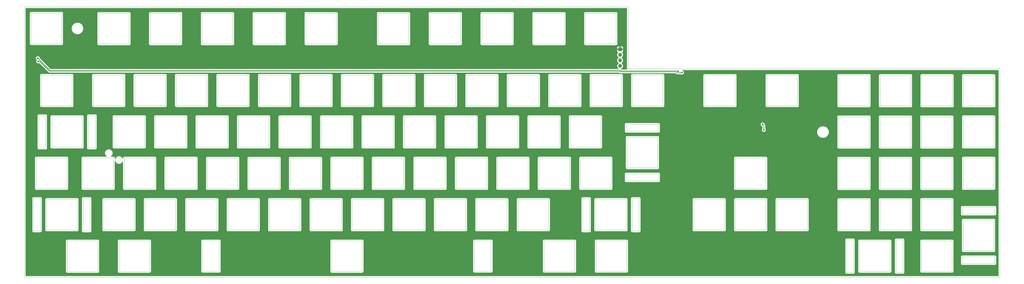
<source format=gbl>
%TF.GenerationSoftware,KiCad,Pcbnew,(5.1.6-0)*%
%TF.CreationDate,2022-03-16T08:36:45+01:00*%
%TF.ProjectId,A500KBPlate,41353030-4b42-4506-9c61-74652e6b6963,rev?*%
%TF.SameCoordinates,Original*%
%TF.FileFunction,Copper,L2,Bot*%
%TF.FilePolarity,Positive*%
%FSLAX46Y46*%
G04 Gerber Fmt 4.6, Leading zero omitted, Abs format (unit mm)*
G04 Created by KiCad (PCBNEW (5.1.6-0)) date 2022-03-16 08:36:45*
%MOMM*%
%LPD*%
G01*
G04 APERTURE LIST*
%TA.AperFunction,Profile*%
%ADD10C,0.050000*%
%TD*%
%TA.AperFunction,EtchedComponent*%
%ADD11C,0.120000*%
%TD*%
%TA.AperFunction,ComponentPad*%
%ADD12O,1.700000X1.700000*%
%TD*%
%TA.AperFunction,ComponentPad*%
%ADD13R,1.700000X1.700000*%
%TD*%
%TA.AperFunction,ViaPad*%
%ADD14C,0.800000*%
%TD*%
%TA.AperFunction,Conductor*%
%ADD15C,0.250000*%
%TD*%
%TA.AperFunction,Conductor*%
%ADD16C,0.254000*%
%TD*%
G04 APERTURE END LIST*
D10*
X25400000Y-236220000D02*
X26035000Y-236220000D01*
X25400000Y-360680000D02*
X25400000Y-236220000D01*
X473710000Y-360680000D02*
X25400000Y-360680000D01*
X473710000Y-264795000D02*
X473710000Y-360680000D01*
X302895000Y-264795000D02*
X473710000Y-264795000D01*
X302895000Y-236220000D02*
X302895000Y-264795000D01*
X26035000Y-236220000D02*
X302895000Y-236220000D01*
D11*
%TO.C,MX71*%
X302402400Y-296247600D02*
X316502400Y-296247600D01*
X316502400Y-296247600D02*
X316502400Y-310347600D01*
X316502400Y-310347600D02*
X302402400Y-310347600D01*
X302402400Y-310347600D02*
X302402400Y-296247600D01*
X301952400Y-316297600D02*
X301952400Y-313097600D01*
X316952400Y-316297600D02*
X301952400Y-316297600D01*
X316952400Y-313097600D02*
X316952400Y-316297600D01*
X301952400Y-313097600D02*
X316952400Y-313097600D01*
X316952400Y-293497600D02*
X301952400Y-293497600D01*
X316952400Y-290297600D02*
X316952400Y-293497600D01*
X301952400Y-290297600D02*
X316952400Y-290297600D01*
X301952400Y-293497600D02*
X301952400Y-290297600D01*
%TO.C,MX33*%
X232209000Y-357951800D02*
X232209000Y-343951800D01*
X240009000Y-357951800D02*
X232209000Y-357951800D01*
X240009000Y-343951800D02*
X240009000Y-357951800D01*
X232209000Y-343951800D02*
X240009000Y-343951800D01*
X115009000Y-357951800D02*
X115009000Y-343951800D01*
X107209000Y-357951800D02*
X115009000Y-357951800D01*
X107209000Y-343951800D02*
X107209000Y-357951800D01*
X115009000Y-343951800D02*
X107209000Y-343951800D01*
X166559000Y-343901800D02*
X180659000Y-343901800D01*
X180659000Y-343901800D02*
X180659000Y-358001800D01*
X180659000Y-358001800D02*
X166559000Y-358001800D01*
X166559000Y-358001800D02*
X166559000Y-343901800D01*
%TO.C,MX68*%
X287945600Y-324826400D02*
X302045600Y-324826400D01*
X302045600Y-324826400D02*
X302045600Y-338926400D01*
X302045600Y-338926400D02*
X287945600Y-338926400D01*
X287945600Y-338926400D02*
X287945600Y-324826400D01*
X285195600Y-339376400D02*
X285195600Y-324376400D01*
X281995600Y-339376400D02*
X285195600Y-339376400D01*
X281995600Y-324376400D02*
X281995600Y-339376400D01*
X285195600Y-324376400D02*
X281995600Y-324376400D01*
X304795600Y-339376400D02*
X304795600Y-324376400D01*
X307995600Y-339376400D02*
X304795600Y-339376400D01*
X307995600Y-324376400D02*
X307995600Y-339376400D01*
X304795600Y-324376400D02*
X307995600Y-324376400D01*
%TO.C,MX5*%
X32770400Y-339376400D02*
X32770400Y-324376400D01*
X29570400Y-339376400D02*
X32770400Y-339376400D01*
X29570400Y-324376400D02*
X29570400Y-339376400D01*
X32770400Y-324376400D02*
X29570400Y-324376400D01*
X52370400Y-339376400D02*
X52370400Y-324376400D01*
X55570400Y-339376400D02*
X52370400Y-339376400D01*
X55570400Y-324376400D02*
X55570400Y-339376400D01*
X52370400Y-324376400D02*
X55570400Y-324376400D01*
X35520400Y-324826400D02*
X49620400Y-324826400D01*
X49620400Y-324826400D02*
X49620400Y-338926400D01*
X49620400Y-338926400D02*
X35520400Y-338926400D01*
X35520400Y-338926400D02*
X35520400Y-324826400D01*
%TO.C,MX77*%
X366664400Y-267698000D02*
X380764400Y-267698000D01*
X380764400Y-267698000D02*
X380764400Y-281798000D01*
X380764400Y-281798000D02*
X366664400Y-281798000D01*
X366664400Y-281798000D02*
X366664400Y-267698000D01*
%TO.C,MX73*%
X338064000Y-267698000D02*
X352164000Y-267698000D01*
X352164000Y-267698000D02*
X352164000Y-281798000D01*
X352164000Y-281798000D02*
X338064000Y-281798000D01*
X338064000Y-281798000D02*
X338064000Y-267698000D01*
%TO.C,MX2*%
X33183600Y-267651000D02*
X47283600Y-267651000D01*
X47283600Y-267651000D02*
X47283600Y-281751000D01*
X47283600Y-281751000D02*
X33183600Y-281751000D01*
X33183600Y-281751000D02*
X33183600Y-267651000D01*
%TO.C,MX3*%
X35177050Y-301251000D02*
X35177050Y-286251000D01*
X31977050Y-301251000D02*
X35177050Y-301251000D01*
X31977050Y-286251000D02*
X31977050Y-301251000D01*
X35177050Y-286251000D02*
X31977050Y-286251000D01*
X54777050Y-301251000D02*
X54777050Y-286251000D01*
X57977050Y-301251000D02*
X54777050Y-301251000D01*
X57977050Y-286251000D02*
X57977050Y-301251000D01*
X54777050Y-286251000D02*
X57977050Y-286251000D01*
X37927050Y-286701000D02*
X52027050Y-286701000D01*
X52027050Y-286701000D02*
X52027050Y-300801000D01*
X52027050Y-300801000D02*
X37927050Y-300801000D01*
X37927050Y-300801000D02*
X37927050Y-286701000D01*
%TO.C,MX64*%
X288127600Y-343898000D02*
X302227600Y-343898000D01*
X302227600Y-343898000D02*
X302227600Y-357998000D01*
X302227600Y-357998000D02*
X288127600Y-357998000D01*
X288127600Y-357998000D02*
X288127600Y-343898000D01*
%TO.C,MX59*%
X264251600Y-343898000D02*
X278351600Y-343898000D01*
X278351600Y-343898000D02*
X278351600Y-357998000D01*
X278351600Y-357998000D02*
X264251600Y-357998000D01*
X264251600Y-357998000D02*
X264251600Y-343898000D01*
%TO.C,MX54*%
X283272000Y-239177600D02*
X297372000Y-239177600D01*
X297372000Y-239177600D02*
X297372000Y-253277600D01*
X297372000Y-253277600D02*
X283272000Y-253277600D01*
X283272000Y-253277600D02*
X283272000Y-239177600D01*
%TO.C,MX49*%
X259468000Y-239199200D02*
X273568000Y-239199200D01*
X273568000Y-239199200D02*
X273568000Y-253299200D01*
X273568000Y-253299200D02*
X259468000Y-253299200D01*
X259468000Y-253299200D02*
X259468000Y-239199200D01*
%TO.C,MX44*%
X235621600Y-239177600D02*
X249721600Y-239177600D01*
X249721600Y-239177600D02*
X249721600Y-253277600D01*
X249721600Y-253277600D02*
X235621600Y-253277600D01*
X235621600Y-253277600D02*
X235621600Y-239177600D01*
%TO.C,MX39*%
X211796400Y-239177600D02*
X225896400Y-239177600D01*
X225896400Y-239177600D02*
X225896400Y-253277600D01*
X225896400Y-253277600D02*
X211796400Y-253277600D01*
X211796400Y-253277600D02*
X211796400Y-239177600D01*
%TO.C,MX34*%
X187971200Y-239177600D02*
X202071200Y-239177600D01*
X202071200Y-239177600D02*
X202071200Y-253277600D01*
X202071200Y-253277600D02*
X187971200Y-253277600D01*
X187971200Y-253277600D02*
X187971200Y-239177600D01*
%TO.C,MX28*%
X154697200Y-239177600D02*
X168797200Y-239177600D01*
X168797200Y-239177600D02*
X168797200Y-253277600D01*
X168797200Y-253277600D02*
X154697200Y-253277600D01*
X154697200Y-253277600D02*
X154697200Y-239177600D01*
%TO.C,MX23*%
X130872000Y-239177600D02*
X144972000Y-239177600D01*
X144972000Y-239177600D02*
X144972000Y-253277600D01*
X144972000Y-253277600D02*
X130872000Y-253277600D01*
X130872000Y-253277600D02*
X130872000Y-239177600D01*
%TO.C,MX18*%
X107046800Y-239177600D02*
X121146800Y-239177600D01*
X121146800Y-239177600D02*
X121146800Y-253277600D01*
X121146800Y-253277600D02*
X107046800Y-253277600D01*
X107046800Y-253277600D02*
X107046800Y-239177600D01*
%TO.C,MX13*%
X83221600Y-239177600D02*
X97321600Y-239177600D01*
X97321600Y-239177600D02*
X97321600Y-253277600D01*
X97321600Y-253277600D02*
X83221600Y-253277600D01*
X83221600Y-253277600D02*
X83221600Y-239177600D01*
%TO.C,MX12*%
X68845200Y-343927200D02*
X82945200Y-343927200D01*
X82945200Y-343927200D02*
X82945200Y-358027200D01*
X82945200Y-358027200D02*
X68845200Y-358027200D01*
X68845200Y-358027200D02*
X68845200Y-343927200D01*
%TO.C,MX7*%
X59447200Y-239177600D02*
X73547200Y-239177600D01*
X73547200Y-239177600D02*
X73547200Y-253277600D01*
X73547200Y-253277600D02*
X59447200Y-253277600D01*
X59447200Y-253277600D02*
X59447200Y-239177600D01*
%TO.C,MX6*%
X45041200Y-343948800D02*
X59141200Y-343948800D01*
X59141200Y-343948800D02*
X59141200Y-358048800D01*
X59141200Y-358048800D02*
X45041200Y-358048800D01*
X45041200Y-358048800D02*
X45041200Y-343948800D01*
%TO.C,MX4*%
X30774800Y-305747200D02*
X44874800Y-305747200D01*
X44874800Y-305747200D02*
X44874800Y-319847200D01*
X44874800Y-319847200D02*
X30774800Y-319847200D01*
X30774800Y-319847200D02*
X30774800Y-305747200D01*
%TO.C,MX83*%
X406474250Y-358451800D02*
X406474250Y-343451800D01*
X403274250Y-358451800D02*
X406474250Y-358451800D01*
X403274250Y-343451800D02*
X403274250Y-358451800D01*
X406474250Y-343451800D02*
X403274250Y-343451800D01*
X426074250Y-358451800D02*
X426074250Y-343451800D01*
X429274250Y-358451800D02*
X426074250Y-358451800D01*
X429274250Y-343451800D02*
X429274250Y-358451800D01*
X426074250Y-343451800D02*
X429274250Y-343451800D01*
X409224250Y-343901800D02*
X423324250Y-343901800D01*
X423324250Y-343901800D02*
X423324250Y-358001800D01*
X423324250Y-358001800D02*
X409224250Y-358001800D01*
X409224250Y-358001800D02*
X409224250Y-343901800D01*
%TO.C,MX96*%
X456481800Y-354426800D02*
X456481800Y-351226800D01*
X471481800Y-354426800D02*
X456481800Y-354426800D01*
X471481800Y-351226800D02*
X471481800Y-354426800D01*
X456481800Y-351226800D02*
X471481800Y-351226800D01*
X471481800Y-331626800D02*
X456481800Y-331626800D01*
X471481800Y-328426800D02*
X471481800Y-331626800D01*
X456481800Y-328426800D02*
X471481800Y-328426800D01*
X456481800Y-331626800D02*
X456481800Y-328426800D01*
X456931800Y-334376800D02*
X471031800Y-334376800D01*
X471031800Y-334376800D02*
X471031800Y-348476800D01*
X471031800Y-348476800D02*
X456931800Y-348476800D01*
X456931800Y-348476800D02*
X456931800Y-334376800D01*
%TO.C,MX95*%
X456957200Y-305776400D02*
X471057200Y-305776400D01*
X471057200Y-305776400D02*
X471057200Y-319876400D01*
X471057200Y-319876400D02*
X456957200Y-319876400D01*
X456957200Y-319876400D02*
X456957200Y-305776400D01*
%TO.C,MX94*%
X456957200Y-286726400D02*
X471057200Y-286726400D01*
X471057200Y-286726400D02*
X471057200Y-300826400D01*
X471057200Y-300826400D02*
X456957200Y-300826400D01*
X456957200Y-300826400D02*
X456957200Y-286726400D01*
%TO.C,MX93*%
X456957200Y-267778000D02*
X471057200Y-267778000D01*
X471057200Y-267778000D02*
X471057200Y-281878000D01*
X471057200Y-281878000D02*
X456957200Y-281878000D01*
X456957200Y-281878000D02*
X456957200Y-267778000D01*
%TO.C,MX92*%
X437784400Y-343898000D02*
X451884400Y-343898000D01*
X451884400Y-343898000D02*
X451884400Y-357998000D01*
X451884400Y-357998000D02*
X437784400Y-357998000D01*
X437784400Y-357998000D02*
X437784400Y-343898000D01*
%TO.C,MX91*%
X437805600Y-324826400D02*
X451905600Y-324826400D01*
X451905600Y-324826400D02*
X451905600Y-338926400D01*
X451905600Y-338926400D02*
X437805600Y-338926400D01*
X437805600Y-338926400D02*
X437805600Y-324826400D01*
%TO.C,MX90*%
X437805600Y-305827200D02*
X451905600Y-305827200D01*
X451905600Y-305827200D02*
X451905600Y-319927200D01*
X451905600Y-319927200D02*
X437805600Y-319927200D01*
X437805600Y-319927200D02*
X437805600Y-305827200D01*
%TO.C,MX89*%
X437754800Y-286777200D02*
X451854800Y-286777200D01*
X451854800Y-286777200D02*
X451854800Y-300877200D01*
X451854800Y-300877200D02*
X437754800Y-300877200D01*
X437754800Y-300877200D02*
X437754800Y-286777200D01*
%TO.C,MX88*%
X437856400Y-267778000D02*
X451956400Y-267778000D01*
X451956400Y-267778000D02*
X451956400Y-281878000D01*
X451956400Y-281878000D02*
X437856400Y-281878000D01*
X437856400Y-281878000D02*
X437856400Y-267778000D01*
%TO.C,MX87*%
X418734400Y-324848000D02*
X432834400Y-324848000D01*
X432834400Y-324848000D02*
X432834400Y-338948000D01*
X432834400Y-338948000D02*
X418734400Y-338948000D01*
X418734400Y-338948000D02*
X418734400Y-324848000D01*
%TO.C,MX86*%
X418704800Y-305827200D02*
X432804800Y-305827200D01*
X432804800Y-305827200D02*
X432804800Y-319927200D01*
X432804800Y-319927200D02*
X418704800Y-319927200D01*
X418704800Y-319927200D02*
X418704800Y-305827200D01*
%TO.C,MX85*%
X418704800Y-286777200D02*
X432804800Y-286777200D01*
X432804800Y-286777200D02*
X432804800Y-300877200D01*
X432804800Y-300877200D02*
X418704800Y-300877200D01*
X418704800Y-300877200D02*
X418704800Y-286777200D01*
%TO.C,MX84*%
X418755600Y-267778000D02*
X432855600Y-267778000D01*
X432855600Y-267778000D02*
X432855600Y-281878000D01*
X432855600Y-281878000D02*
X418755600Y-281878000D01*
X418755600Y-281878000D02*
X418755600Y-267778000D01*
%TO.C,MX82*%
X399684400Y-324848000D02*
X413784400Y-324848000D01*
X413784400Y-324848000D02*
X413784400Y-338948000D01*
X413784400Y-338948000D02*
X399684400Y-338948000D01*
X399684400Y-338948000D02*
X399684400Y-324848000D01*
%TO.C,MX81*%
X399654800Y-305827200D02*
X413754800Y-305827200D01*
X413754800Y-305827200D02*
X413754800Y-319927200D01*
X413754800Y-319927200D02*
X399654800Y-319927200D01*
X399654800Y-319927200D02*
X399654800Y-305827200D01*
%TO.C,MX80*%
X399654800Y-286777200D02*
X413754800Y-286777200D01*
X413754800Y-286777200D02*
X413754800Y-300877200D01*
X413754800Y-300877200D02*
X399654800Y-300877200D01*
X399654800Y-300877200D02*
X399654800Y-286777200D01*
%TO.C,MX79*%
X399654800Y-267727200D02*
X413754800Y-267727200D01*
X413754800Y-267727200D02*
X413754800Y-281827200D01*
X413754800Y-281827200D02*
X399654800Y-281827200D01*
X399654800Y-281827200D02*
X399654800Y-267727200D01*
%TO.C,MX78*%
X371206800Y-324826400D02*
X385306800Y-324826400D01*
X385306800Y-324826400D02*
X385306800Y-338926400D01*
X385306800Y-338926400D02*
X371206800Y-338926400D01*
X371206800Y-338926400D02*
X371206800Y-324826400D01*
%TO.C,MX76*%
X352186400Y-324826400D02*
X366286400Y-324826400D01*
X366286400Y-324826400D02*
X366286400Y-338926400D01*
X366286400Y-338926400D02*
X352186400Y-338926400D01*
X352186400Y-338926400D02*
X352186400Y-324826400D01*
%TO.C,MX75*%
X352156800Y-305776400D02*
X366256800Y-305776400D01*
X366256800Y-305776400D02*
X366256800Y-319876400D01*
X366256800Y-319876400D02*
X352156800Y-319876400D01*
X352156800Y-319876400D02*
X352156800Y-305776400D01*
%TO.C,MX74*%
X333106800Y-324826400D02*
X347206800Y-324826400D01*
X347206800Y-324826400D02*
X347206800Y-338926400D01*
X347206800Y-338926400D02*
X333106800Y-338926400D01*
X333106800Y-338926400D02*
X333106800Y-324826400D01*
%TO.C,MX72*%
X304811200Y-267676400D02*
X318911200Y-267676400D01*
X318911200Y-267676400D02*
X318911200Y-281776400D01*
X318911200Y-281776400D02*
X304811200Y-281776400D01*
X304811200Y-281776400D02*
X304811200Y-267676400D01*
%TO.C,MX70*%
X280986000Y-305776400D02*
X295086000Y-305776400D01*
X295086000Y-305776400D02*
X295086000Y-319876400D01*
X295086000Y-319876400D02*
X280986000Y-319876400D01*
X280986000Y-319876400D02*
X280986000Y-305776400D01*
%TO.C,MX69*%
X285761200Y-267676400D02*
X299861200Y-267676400D01*
X299861200Y-267676400D02*
X299861200Y-281776400D01*
X299861200Y-281776400D02*
X285761200Y-281776400D01*
X285761200Y-281776400D02*
X285761200Y-267676400D01*
%TO.C,MX67*%
X261936000Y-305776400D02*
X276036000Y-305776400D01*
X276036000Y-305776400D02*
X276036000Y-319876400D01*
X276036000Y-319876400D02*
X261936000Y-319876400D01*
X261936000Y-319876400D02*
X261936000Y-305776400D01*
%TO.C,MX66*%
X276210800Y-286726400D02*
X290310800Y-286726400D01*
X290310800Y-286726400D02*
X290310800Y-300826400D01*
X290310800Y-300826400D02*
X276210800Y-300826400D01*
X276210800Y-300826400D02*
X276210800Y-286726400D01*
%TO.C,MX65*%
X266711200Y-267676400D02*
X280811200Y-267676400D01*
X280811200Y-267676400D02*
X280811200Y-281776400D01*
X280811200Y-281776400D02*
X266711200Y-281776400D01*
X266711200Y-281776400D02*
X266711200Y-267676400D01*
%TO.C,MX63*%
X252233200Y-324826400D02*
X266333200Y-324826400D01*
X266333200Y-324826400D02*
X266333200Y-338926400D01*
X266333200Y-338926400D02*
X252233200Y-338926400D01*
X252233200Y-338926400D02*
X252233200Y-324826400D01*
%TO.C,MX62*%
X242886000Y-305776400D02*
X256986000Y-305776400D01*
X256986000Y-305776400D02*
X256986000Y-319876400D01*
X256986000Y-319876400D02*
X242886000Y-319876400D01*
X242886000Y-319876400D02*
X242886000Y-305776400D01*
%TO.C,MX61*%
X257160800Y-286726400D02*
X271260800Y-286726400D01*
X271260800Y-286726400D02*
X271260800Y-300826400D01*
X271260800Y-300826400D02*
X257160800Y-300826400D01*
X257160800Y-300826400D02*
X257160800Y-286726400D01*
%TO.C,MX60*%
X247661200Y-267676400D02*
X261761200Y-267676400D01*
X261761200Y-267676400D02*
X261761200Y-281776400D01*
X261761200Y-281776400D02*
X247661200Y-281776400D01*
X247661200Y-281776400D02*
X247661200Y-267676400D01*
%TO.C,MX58*%
X233183200Y-324826400D02*
X247283200Y-324826400D01*
X247283200Y-324826400D02*
X247283200Y-338926400D01*
X247283200Y-338926400D02*
X233183200Y-338926400D01*
X233183200Y-338926400D02*
X233183200Y-324826400D01*
%TO.C,MX57*%
X223836000Y-305776400D02*
X237936000Y-305776400D01*
X237936000Y-305776400D02*
X237936000Y-319876400D01*
X237936000Y-319876400D02*
X223836000Y-319876400D01*
X223836000Y-319876400D02*
X223836000Y-305776400D01*
%TO.C,MX56*%
X238110800Y-286726400D02*
X252210800Y-286726400D01*
X252210800Y-286726400D02*
X252210800Y-300826400D01*
X252210800Y-300826400D02*
X238110800Y-300826400D01*
X238110800Y-300826400D02*
X238110800Y-286726400D01*
%TO.C,MX55*%
X228611200Y-267676400D02*
X242711200Y-267676400D01*
X242711200Y-267676400D02*
X242711200Y-281776400D01*
X242711200Y-281776400D02*
X228611200Y-281776400D01*
X228611200Y-281776400D02*
X228611200Y-267676400D01*
%TO.C,MX53*%
X214133200Y-324826400D02*
X228233200Y-324826400D01*
X228233200Y-324826400D02*
X228233200Y-338926400D01*
X228233200Y-338926400D02*
X214133200Y-338926400D01*
X214133200Y-338926400D02*
X214133200Y-324826400D01*
%TO.C,MX52*%
X204735200Y-305776400D02*
X218835200Y-305776400D01*
X218835200Y-305776400D02*
X218835200Y-319876400D01*
X218835200Y-319876400D02*
X204735200Y-319876400D01*
X204735200Y-319876400D02*
X204735200Y-305776400D01*
%TO.C,MX51*%
X219060800Y-286726400D02*
X233160800Y-286726400D01*
X233160800Y-286726400D02*
X233160800Y-300826400D01*
X233160800Y-300826400D02*
X219060800Y-300826400D01*
X219060800Y-300826400D02*
X219060800Y-286726400D01*
%TO.C,MX50*%
X209561200Y-267676400D02*
X223661200Y-267676400D01*
X223661200Y-267676400D02*
X223661200Y-281776400D01*
X223661200Y-281776400D02*
X209561200Y-281776400D01*
X209561200Y-281776400D02*
X209561200Y-267676400D01*
%TO.C,MX48*%
X195083200Y-324826400D02*
X209183200Y-324826400D01*
X209183200Y-324826400D02*
X209183200Y-338926400D01*
X209183200Y-338926400D02*
X195083200Y-338926400D01*
X195083200Y-338926400D02*
X195083200Y-324826400D01*
%TO.C,MX47*%
X185634400Y-305776400D02*
X199734400Y-305776400D01*
X199734400Y-305776400D02*
X199734400Y-319876400D01*
X199734400Y-319876400D02*
X185634400Y-319876400D01*
X185634400Y-319876400D02*
X185634400Y-305776400D01*
%TO.C,MX46*%
X199960000Y-286726400D02*
X214060000Y-286726400D01*
X214060000Y-286726400D02*
X214060000Y-300826400D01*
X214060000Y-300826400D02*
X199960000Y-300826400D01*
X199960000Y-300826400D02*
X199960000Y-286726400D01*
%TO.C,MX45*%
X190460400Y-267676400D02*
X204560400Y-267676400D01*
X204560400Y-267676400D02*
X204560400Y-281776400D01*
X204560400Y-281776400D02*
X190460400Y-281776400D01*
X190460400Y-281776400D02*
X190460400Y-267676400D01*
%TO.C,MX43*%
X176062800Y-324826400D02*
X190162800Y-324826400D01*
X190162800Y-324826400D02*
X190162800Y-338926400D01*
X190162800Y-338926400D02*
X176062800Y-338926400D01*
X176062800Y-338926400D02*
X176062800Y-324826400D01*
%TO.C,MX42*%
X166584400Y-305776400D02*
X180684400Y-305776400D01*
X180684400Y-305776400D02*
X180684400Y-319876400D01*
X180684400Y-319876400D02*
X166584400Y-319876400D01*
X166584400Y-319876400D02*
X166584400Y-305776400D01*
%TO.C,MX41*%
X180910000Y-286726400D02*
X195010000Y-286726400D01*
X195010000Y-286726400D02*
X195010000Y-300826400D01*
X195010000Y-300826400D02*
X180910000Y-300826400D01*
X180910000Y-300826400D02*
X180910000Y-286726400D01*
%TO.C,MX40*%
X171410400Y-267676400D02*
X185510400Y-267676400D01*
X185510400Y-267676400D02*
X185510400Y-281776400D01*
X185510400Y-281776400D02*
X171410400Y-281776400D01*
X171410400Y-281776400D02*
X171410400Y-267676400D01*
%TO.C,MX38*%
X157034000Y-324826400D02*
X171134000Y-324826400D01*
X171134000Y-324826400D02*
X171134000Y-338926400D01*
X171134000Y-338926400D02*
X157034000Y-338926400D01*
X157034000Y-338926400D02*
X157034000Y-324826400D01*
%TO.C,MX37*%
X147513200Y-305798000D02*
X161613200Y-305798000D01*
X161613200Y-305798000D02*
X161613200Y-319898000D01*
X161613200Y-319898000D02*
X147513200Y-319898000D01*
X147513200Y-319898000D02*
X147513200Y-305798000D01*
%TO.C,MX36*%
X161860000Y-286726400D02*
X175960000Y-286726400D01*
X175960000Y-286726400D02*
X175960000Y-300826400D01*
X175960000Y-300826400D02*
X161860000Y-300826400D01*
X161860000Y-300826400D02*
X161860000Y-286726400D01*
%TO.C,MX35*%
X152360400Y-267676400D02*
X166460400Y-267676400D01*
X166460400Y-267676400D02*
X166460400Y-281776400D01*
X166460400Y-281776400D02*
X152360400Y-281776400D01*
X152360400Y-281776400D02*
X152360400Y-267676400D01*
%TO.C,MX32*%
X137933200Y-324826400D02*
X152033200Y-324826400D01*
X152033200Y-324826400D02*
X152033200Y-338926400D01*
X152033200Y-338926400D02*
X137933200Y-338926400D01*
X137933200Y-338926400D02*
X137933200Y-324826400D01*
%TO.C,MX31*%
X128484400Y-305798000D02*
X142584400Y-305798000D01*
X142584400Y-305798000D02*
X142584400Y-319898000D01*
X142584400Y-319898000D02*
X128484400Y-319898000D01*
X128484400Y-319898000D02*
X128484400Y-305798000D01*
%TO.C,MX30*%
X142708400Y-286726400D02*
X156808400Y-286726400D01*
X156808400Y-286726400D02*
X156808400Y-300826400D01*
X156808400Y-300826400D02*
X142708400Y-300826400D01*
X142708400Y-300826400D02*
X142708400Y-286726400D01*
%TO.C,MX29*%
X133289200Y-267647200D02*
X147389200Y-267647200D01*
X147389200Y-267647200D02*
X147389200Y-281747200D01*
X147389200Y-281747200D02*
X133289200Y-281747200D01*
X133289200Y-281747200D02*
X133289200Y-267647200D01*
%TO.C,MX27*%
X118883200Y-324826400D02*
X132983200Y-324826400D01*
X132983200Y-324826400D02*
X132983200Y-338926400D01*
X132983200Y-338926400D02*
X118883200Y-338926400D01*
X118883200Y-338926400D02*
X118883200Y-324826400D01*
%TO.C,MX26*%
X109404800Y-305798000D02*
X123504800Y-305798000D01*
X123504800Y-305798000D02*
X123504800Y-319898000D01*
X123504800Y-319898000D02*
X109404800Y-319898000D01*
X109404800Y-319898000D02*
X109404800Y-305798000D01*
%TO.C,MX25*%
X123658400Y-286726400D02*
X137758400Y-286726400D01*
X137758400Y-286726400D02*
X137758400Y-300826400D01*
X137758400Y-300826400D02*
X123658400Y-300826400D01*
X123658400Y-300826400D02*
X123658400Y-286726400D01*
%TO.C,MX24*%
X114209600Y-267625600D02*
X128309600Y-267625600D01*
X128309600Y-267625600D02*
X128309600Y-281725600D01*
X128309600Y-281725600D02*
X114209600Y-281725600D01*
X114209600Y-281725600D02*
X114209600Y-267625600D01*
%TO.C,MX22*%
X99833200Y-324826400D02*
X113933200Y-324826400D01*
X113933200Y-324826400D02*
X113933200Y-338926400D01*
X113933200Y-338926400D02*
X99833200Y-338926400D01*
X99833200Y-338926400D02*
X99833200Y-324826400D01*
%TO.C,MX21*%
X90333600Y-305776400D02*
X104433600Y-305776400D01*
X104433600Y-305776400D02*
X104433600Y-319876400D01*
X104433600Y-319876400D02*
X90333600Y-319876400D01*
X90333600Y-319876400D02*
X90333600Y-305776400D01*
%TO.C,MX20*%
X104608400Y-286701000D02*
X118708400Y-286701000D01*
X118708400Y-286701000D02*
X118708400Y-300801000D01*
X118708400Y-300801000D02*
X104608400Y-300801000D01*
X104608400Y-300801000D02*
X104608400Y-286701000D01*
%TO.C,MX19*%
X95159600Y-267625600D02*
X109259600Y-267625600D01*
X109259600Y-267625600D02*
X109259600Y-281725600D01*
X109259600Y-281725600D02*
X95159600Y-281725600D01*
X95159600Y-281725600D02*
X95159600Y-267625600D01*
%TO.C,MX17*%
X80783200Y-324826400D02*
X94883200Y-324826400D01*
X94883200Y-324826400D02*
X94883200Y-338926400D01*
X94883200Y-338926400D02*
X80783200Y-338926400D01*
X80783200Y-338926400D02*
X80783200Y-324826400D01*
%TO.C,MX16*%
X71283600Y-305776400D02*
X85383600Y-305776400D01*
X85383600Y-305776400D02*
X85383600Y-319876400D01*
X85383600Y-319876400D02*
X71283600Y-319876400D01*
X71283600Y-319876400D02*
X71283600Y-305776400D01*
%TO.C,MX15*%
X85558400Y-286701000D02*
X99658400Y-286701000D01*
X99658400Y-286701000D02*
X99658400Y-300801000D01*
X99658400Y-300801000D02*
X85558400Y-300801000D01*
X85558400Y-300801000D02*
X85558400Y-286701000D01*
%TO.C,MX14*%
X76109600Y-267625600D02*
X90209600Y-267625600D01*
X90209600Y-267625600D02*
X90209600Y-281725600D01*
X90209600Y-281725600D02*
X76109600Y-281725600D01*
X76109600Y-281725600D02*
X76109600Y-267625600D01*
%TO.C,MX11*%
X61733200Y-324826400D02*
X75833200Y-324826400D01*
X75833200Y-324826400D02*
X75833200Y-338926400D01*
X75833200Y-338926400D02*
X61733200Y-338926400D01*
X61733200Y-338926400D02*
X61733200Y-324826400D01*
%TO.C,MX10*%
X52212400Y-305747200D02*
X66312400Y-305747200D01*
X66312400Y-305747200D02*
X66312400Y-319847200D01*
X66312400Y-319847200D02*
X52212400Y-319847200D01*
X52212400Y-319847200D02*
X52212400Y-305747200D01*
%TO.C,MX9*%
X66487200Y-286697200D02*
X80587200Y-286697200D01*
X80587200Y-286697200D02*
X80587200Y-300797200D01*
X80587200Y-300797200D02*
X66487200Y-300797200D01*
X66487200Y-300797200D02*
X66487200Y-286697200D01*
%TO.C,MX8*%
X57059600Y-267625600D02*
X71159600Y-267625600D01*
X71159600Y-267625600D02*
X71159600Y-281725600D01*
X71159600Y-281725600D02*
X57059600Y-281725600D01*
X57059600Y-281725600D02*
X57059600Y-267625600D01*
%TO.C,MX1*%
X28408400Y-239126800D02*
X42508400Y-239126800D01*
X42508400Y-239126800D02*
X42508400Y-253226800D01*
X42508400Y-253226800D02*
X28408400Y-253226800D01*
X28408400Y-253226800D02*
X28408400Y-239126800D01*
%TD*%
D12*
%TO.P,J1,4*%
%TO.N,/+5V*%
X299212000Y-263398000D03*
%TO.P,J1,3*%
%TO.N,/DAT*%
X299212000Y-260858000D03*
%TO.P,J1,2*%
%TO.N,/CLK*%
X299212000Y-258318000D03*
D13*
%TO.P,J1,1*%
%TO.N,/GND*%
X299212000Y-255778000D03*
%TD*%
D14*
%TO.N,Net-(D8-Pad6)*%
X327660000Y-266446000D03*
X31750000Y-261366000D03*
%TO.N,Net-(D8-Pad5)*%
X31496000Y-259842000D03*
X325882000Y-265938000D03*
%TO.N,Net-(D11-Pad6)*%
X365252000Y-292862000D03*
X364744000Y-290322000D03*
%TO.N,/GND*%
X301752000Y-264414000D03*
X302006000Y-267970000D03*
X283210000Y-267970000D03*
X264160000Y-268224000D03*
X245110000Y-267970000D03*
X226314000Y-267970000D03*
X207010000Y-267970000D03*
X187960000Y-267970000D03*
X168910000Y-267970000D03*
X149860000Y-267970000D03*
X130810000Y-267970000D03*
X111760000Y-268224000D03*
X92710000Y-268478000D03*
X73660000Y-267970000D03*
X52324000Y-268224000D03*
X29718000Y-268224000D03*
X330708000Y-266446000D03*
X364236000Y-295910000D03*
X324612000Y-275590000D03*
X296672000Y-262636000D03*
X273050000Y-263144000D03*
X243078000Y-263144000D03*
X208788000Y-263144000D03*
X173736000Y-263398000D03*
X137668000Y-263398000D03*
X100584000Y-263398000D03*
X67310000Y-263398000D03*
X331216000Y-295910000D03*
X390144000Y-336550000D03*
X388800000Y-292350000D03*
X354076000Y-348488000D03*
X389800000Y-301500000D03*
X386350000Y-299150000D03*
%TD*%
D15*
%TO.N,Net-(D8-Pad6)*%
X327442999Y-266663001D02*
X327660000Y-266446000D01*
X325005008Y-266134010D02*
X325533999Y-266663001D01*
X299279600Y-266134010D02*
X325005008Y-266134010D01*
X32383590Y-261366000D02*
X36897600Y-265880010D01*
X325533999Y-266663001D02*
X327442999Y-266663001D01*
X299025600Y-265880010D02*
X299279600Y-266134010D01*
X36897600Y-265880010D02*
X299025600Y-265880010D01*
X31750000Y-261366000D02*
X32383590Y-261366000D01*
%TO.N,Net-(D8-Pad5)*%
X31496000Y-259842000D02*
X37084000Y-265430000D01*
X37084000Y-265430000D02*
X299212000Y-265430000D01*
X299212000Y-265430000D02*
X299466000Y-265684000D01*
X325628000Y-265684000D02*
X325882000Y-265938000D01*
X299466000Y-265684000D02*
X325628000Y-265684000D01*
%TO.N,Net-(D11-Pad6)*%
X365252000Y-290830000D02*
X364744000Y-290322000D01*
X365252000Y-292862000D02*
X365252000Y-290830000D01*
%TD*%
D16*
%TO.N,/GND*%
G36*
X302235001Y-264762571D02*
G01*
X302231807Y-264795000D01*
X302244512Y-264924000D01*
X299780801Y-264924000D01*
X299775804Y-264919003D01*
X299752001Y-264889999D01*
X299664283Y-264818010D01*
X299915411Y-264713990D01*
X300158632Y-264551475D01*
X300365475Y-264344632D01*
X300527990Y-264101411D01*
X300639932Y-263831158D01*
X300697000Y-263544260D01*
X300697000Y-263251740D01*
X300639932Y-262964842D01*
X300527990Y-262694589D01*
X300365475Y-262451368D01*
X300158632Y-262244525D01*
X299984240Y-262128000D01*
X300158632Y-262011475D01*
X300365475Y-261804632D01*
X300527990Y-261561411D01*
X300639932Y-261291158D01*
X300697000Y-261004260D01*
X300697000Y-260711740D01*
X300639932Y-260424842D01*
X300527990Y-260154589D01*
X300365475Y-259911368D01*
X300158632Y-259704525D01*
X299984240Y-259588000D01*
X300158632Y-259471475D01*
X300365475Y-259264632D01*
X300527990Y-259021411D01*
X300639932Y-258751158D01*
X300697000Y-258464260D01*
X300697000Y-258171740D01*
X300639932Y-257884842D01*
X300527990Y-257614589D01*
X300365475Y-257371368D01*
X300233620Y-257239513D01*
X300306180Y-257217502D01*
X300416494Y-257158537D01*
X300513185Y-257079185D01*
X300592537Y-256982494D01*
X300651502Y-256872180D01*
X300687812Y-256752482D01*
X300700072Y-256628000D01*
X300697000Y-256063750D01*
X300538250Y-255905000D01*
X299339000Y-255905000D01*
X299339000Y-255925000D01*
X299085000Y-255925000D01*
X299085000Y-255905000D01*
X297885750Y-255905000D01*
X297727000Y-256063750D01*
X297723928Y-256628000D01*
X297736188Y-256752482D01*
X297772498Y-256872180D01*
X297831463Y-256982494D01*
X297910815Y-257079185D01*
X298007506Y-257158537D01*
X298117820Y-257217502D01*
X298190380Y-257239513D01*
X298058525Y-257371368D01*
X297896010Y-257614589D01*
X297784068Y-257884842D01*
X297727000Y-258171740D01*
X297727000Y-258464260D01*
X297784068Y-258751158D01*
X297896010Y-259021411D01*
X298058525Y-259264632D01*
X298265368Y-259471475D01*
X298439760Y-259588000D01*
X298265368Y-259704525D01*
X298058525Y-259911368D01*
X297896010Y-260154589D01*
X297784068Y-260424842D01*
X297727000Y-260711740D01*
X297727000Y-261004260D01*
X297784068Y-261291158D01*
X297896010Y-261561411D01*
X298058525Y-261804632D01*
X298265368Y-262011475D01*
X298439760Y-262128000D01*
X298265368Y-262244525D01*
X298058525Y-262451368D01*
X297896010Y-262694589D01*
X297784068Y-262964842D01*
X297727000Y-263251740D01*
X297727000Y-263544260D01*
X297784068Y-263831158D01*
X297896010Y-264101411D01*
X298058525Y-264344632D01*
X298265368Y-264551475D01*
X298442753Y-264670000D01*
X37398803Y-264670000D01*
X32531000Y-259802199D01*
X32531000Y-259740061D01*
X32491226Y-259540102D01*
X32413205Y-259351744D01*
X32299937Y-259182226D01*
X32155774Y-259038063D01*
X31986256Y-258924795D01*
X31797898Y-258846774D01*
X31597939Y-258807000D01*
X31394061Y-258807000D01*
X31194102Y-258846774D01*
X31005744Y-258924795D01*
X30836226Y-259038063D01*
X30692063Y-259182226D01*
X30578795Y-259351744D01*
X30500774Y-259540102D01*
X30461000Y-259740061D01*
X30461000Y-259943939D01*
X30500774Y-260143898D01*
X30578795Y-260332256D01*
X30692063Y-260501774D01*
X30836226Y-260645937D01*
X30940011Y-260715284D01*
X30832795Y-260875744D01*
X30754774Y-261064102D01*
X30715000Y-261264061D01*
X30715000Y-261467939D01*
X30754774Y-261667898D01*
X30832795Y-261856256D01*
X30946063Y-262025774D01*
X31090226Y-262169937D01*
X31259744Y-262283205D01*
X31448102Y-262361226D01*
X31648061Y-262401000D01*
X31851939Y-262401000D01*
X32051898Y-262361226D01*
X32230171Y-262287382D01*
X36333800Y-266391012D01*
X36357599Y-266420011D01*
X36473324Y-266514984D01*
X36605353Y-266585556D01*
X36748614Y-266629013D01*
X36860267Y-266640010D01*
X36860276Y-266640010D01*
X36897599Y-266643686D01*
X36934922Y-266640010D01*
X298710799Y-266640010D01*
X298715796Y-266645007D01*
X298739599Y-266674011D01*
X298855324Y-266768984D01*
X298987353Y-266839556D01*
X299130614Y-266883013D01*
X299242267Y-266894010D01*
X299242276Y-266894010D01*
X299279599Y-266897686D01*
X299316922Y-266894010D01*
X324690207Y-266894010D01*
X324970199Y-267174003D01*
X324993998Y-267203002D01*
X325109723Y-267297975D01*
X325241752Y-267368547D01*
X325385013Y-267412004D01*
X325496666Y-267423001D01*
X325496675Y-267423001D01*
X325533998Y-267426677D01*
X325571321Y-267423001D01*
X327314103Y-267423001D01*
X327358102Y-267441226D01*
X327558061Y-267481000D01*
X327761939Y-267481000D01*
X327961898Y-267441226D01*
X328150256Y-267363205D01*
X328319774Y-267249937D01*
X328463937Y-267105774D01*
X328577205Y-266936256D01*
X328655226Y-266747898D01*
X328695000Y-266547939D01*
X328695000Y-266344061D01*
X328655226Y-266144102D01*
X328577205Y-265955744D01*
X328463937Y-265786226D01*
X328319774Y-265642063D01*
X328150256Y-265528795D01*
X327972100Y-265455000D01*
X473050000Y-265455000D01*
X473050001Y-360020000D01*
X26060000Y-360020000D01*
X26060000Y-343948800D01*
X44342838Y-343948800D01*
X44346201Y-343982945D01*
X44346200Y-358014665D01*
X44342838Y-358048800D01*
X44356257Y-358185044D01*
X44395998Y-358316052D01*
X44460533Y-358436789D01*
X44547383Y-358542617D01*
X44613652Y-358597002D01*
X44653211Y-358629467D01*
X44773948Y-358694002D01*
X44904956Y-358733743D01*
X45041200Y-358747162D01*
X45075334Y-358743800D01*
X59107066Y-358743800D01*
X59141200Y-358747162D01*
X59277444Y-358733743D01*
X59408452Y-358694002D01*
X59529189Y-358629467D01*
X59635017Y-358542617D01*
X59721867Y-358436789D01*
X59786402Y-358316052D01*
X59826143Y-358185044D01*
X59836200Y-358082935D01*
X59836200Y-358082934D01*
X59839562Y-358048800D01*
X59836200Y-358014665D01*
X59836200Y-343982935D01*
X59839562Y-343948800D01*
X59837435Y-343927200D01*
X68146838Y-343927200D01*
X68150201Y-343961345D01*
X68150200Y-357993065D01*
X68146838Y-358027200D01*
X68160257Y-358163444D01*
X68199998Y-358294452D01*
X68264533Y-358415189D01*
X68351383Y-358521017D01*
X68457211Y-358607867D01*
X68577948Y-358672402D01*
X68708956Y-358712143D01*
X68779104Y-358719052D01*
X68845200Y-358725562D01*
X68879334Y-358722200D01*
X82911066Y-358722200D01*
X82945200Y-358725562D01*
X83011297Y-358719052D01*
X83081444Y-358712143D01*
X83212452Y-358672402D01*
X83333189Y-358607867D01*
X83439017Y-358521017D01*
X83525867Y-358415189D01*
X83590402Y-358294452D01*
X83630143Y-358163444D01*
X83643562Y-358027200D01*
X83640200Y-357993065D01*
X83640200Y-343961335D01*
X83641139Y-343951800D01*
X106510638Y-343951800D01*
X106514000Y-343985935D01*
X106514001Y-357917655D01*
X106510638Y-357951800D01*
X106524057Y-358088044D01*
X106563798Y-358219052D01*
X106628333Y-358339789D01*
X106715183Y-358445617D01*
X106821011Y-358532467D01*
X106941748Y-358597002D01*
X107072756Y-358636743D01*
X107174865Y-358646800D01*
X107174866Y-358646800D01*
X107209000Y-358650162D01*
X107243135Y-358646800D01*
X114974865Y-358646800D01*
X115009000Y-358650162D01*
X115043134Y-358646800D01*
X115043135Y-358646800D01*
X115145244Y-358636743D01*
X115276252Y-358597002D01*
X115396989Y-358532467D01*
X115502817Y-358445617D01*
X115589667Y-358339789D01*
X115654202Y-358219052D01*
X115693943Y-358088044D01*
X115707362Y-357951800D01*
X115704000Y-357917665D01*
X115704000Y-343985935D01*
X115707362Y-343951800D01*
X115703705Y-343914665D01*
X115702438Y-343901800D01*
X165860638Y-343901800D01*
X165864001Y-343935945D01*
X165864000Y-357967665D01*
X165860638Y-358001800D01*
X165874057Y-358138044D01*
X165913798Y-358269052D01*
X165978333Y-358389789D01*
X166065183Y-358495617D01*
X166171011Y-358582467D01*
X166291748Y-358647002D01*
X166422756Y-358686743D01*
X166486284Y-358693000D01*
X166559000Y-358700162D01*
X166593134Y-358696800D01*
X180624866Y-358696800D01*
X180659000Y-358700162D01*
X180731717Y-358693000D01*
X180795244Y-358686743D01*
X180926252Y-358647002D01*
X181046989Y-358582467D01*
X181152817Y-358495617D01*
X181239667Y-358389789D01*
X181304202Y-358269052D01*
X181343943Y-358138044D01*
X181357362Y-358001800D01*
X181354000Y-357967665D01*
X181354000Y-343951800D01*
X231510638Y-343951800D01*
X231514001Y-343985945D01*
X231514000Y-357917665D01*
X231510638Y-357951800D01*
X231524057Y-358088044D01*
X231563798Y-358219052D01*
X231628333Y-358339789D01*
X231715183Y-358445617D01*
X231821011Y-358532467D01*
X231941748Y-358597002D01*
X232072756Y-358636743D01*
X232138335Y-358643202D01*
X232209000Y-358650162D01*
X232243134Y-358646800D01*
X239974866Y-358646800D01*
X240009000Y-358650162D01*
X240079666Y-358643202D01*
X240145244Y-358636743D01*
X240276252Y-358597002D01*
X240396989Y-358532467D01*
X240502817Y-358445617D01*
X240589667Y-358339789D01*
X240654202Y-358219052D01*
X240693943Y-358088044D01*
X240707362Y-357951800D01*
X240704000Y-357917665D01*
X240704000Y-343985935D01*
X240707362Y-343951800D01*
X240703705Y-343914665D01*
X240702064Y-343898000D01*
X263553238Y-343898000D01*
X263556601Y-343932145D01*
X263556600Y-357963865D01*
X263553238Y-357998000D01*
X263566657Y-358134244D01*
X263606398Y-358265252D01*
X263670933Y-358385989D01*
X263757783Y-358491817D01*
X263819684Y-358542617D01*
X263863611Y-358578667D01*
X263984348Y-358643202D01*
X264115356Y-358682943D01*
X264251600Y-358696362D01*
X264285734Y-358693000D01*
X278317466Y-358693000D01*
X278351600Y-358696362D01*
X278487844Y-358682943D01*
X278618852Y-358643202D01*
X278739589Y-358578667D01*
X278845417Y-358491817D01*
X278932267Y-358385989D01*
X278996802Y-358265252D01*
X279036543Y-358134244D01*
X279046600Y-358032135D01*
X279046600Y-358032134D01*
X279049962Y-357998000D01*
X279046600Y-357963865D01*
X279046600Y-343932135D01*
X279049962Y-343898000D01*
X287429238Y-343898000D01*
X287432601Y-343932145D01*
X287432600Y-357963865D01*
X287429238Y-357998000D01*
X287442657Y-358134244D01*
X287482398Y-358265252D01*
X287546933Y-358385989D01*
X287633783Y-358491817D01*
X287695684Y-358542617D01*
X287739611Y-358578667D01*
X287860348Y-358643202D01*
X287991356Y-358682943D01*
X288127600Y-358696362D01*
X288161734Y-358693000D01*
X302193466Y-358693000D01*
X302227600Y-358696362D01*
X302363844Y-358682943D01*
X302494852Y-358643202D01*
X302615589Y-358578667D01*
X302721417Y-358491817D01*
X302808267Y-358385989D01*
X302872802Y-358265252D01*
X302912543Y-358134244D01*
X302922600Y-358032135D01*
X302922600Y-358032134D01*
X302925962Y-357998000D01*
X302922600Y-357963865D01*
X302922600Y-343932135D01*
X302925962Y-343898000D01*
X302912543Y-343761756D01*
X302872802Y-343630748D01*
X302808267Y-343510011D01*
X302760495Y-343451800D01*
X402575888Y-343451800D01*
X402579250Y-343485935D01*
X402579251Y-358417655D01*
X402575888Y-358451800D01*
X402589307Y-358588044D01*
X402629048Y-358719052D01*
X402693583Y-358839789D01*
X402780433Y-358945617D01*
X402886261Y-359032467D01*
X403006998Y-359097002D01*
X403138006Y-359136743D01*
X403240115Y-359146800D01*
X403240116Y-359146800D01*
X403274250Y-359150162D01*
X403308385Y-359146800D01*
X406440115Y-359146800D01*
X406474250Y-359150162D01*
X406508384Y-359146800D01*
X406508385Y-359146800D01*
X406610494Y-359136743D01*
X406741502Y-359097002D01*
X406862239Y-359032467D01*
X406968067Y-358945617D01*
X407054917Y-358839789D01*
X407119452Y-358719052D01*
X407159193Y-358588044D01*
X407172612Y-358451800D01*
X407169250Y-358417665D01*
X407169250Y-343901800D01*
X408525888Y-343901800D01*
X408529251Y-343935945D01*
X408529250Y-357967665D01*
X408525888Y-358001800D01*
X408539307Y-358138044D01*
X408579048Y-358269052D01*
X408643583Y-358389789D01*
X408730433Y-358495617D01*
X408836261Y-358582467D01*
X408956998Y-358647002D01*
X409088006Y-358686743D01*
X409151534Y-358693000D01*
X409224250Y-358700162D01*
X409258384Y-358696800D01*
X423290116Y-358696800D01*
X423324250Y-358700162D01*
X423396967Y-358693000D01*
X423460494Y-358686743D01*
X423591502Y-358647002D01*
X423712239Y-358582467D01*
X423818067Y-358495617D01*
X423904917Y-358389789D01*
X423969452Y-358269052D01*
X424009193Y-358138044D01*
X424022612Y-358001800D01*
X424019250Y-357967665D01*
X424019250Y-343935935D01*
X424022612Y-343901800D01*
X424009193Y-343765556D01*
X423969452Y-343634548D01*
X423904917Y-343513811D01*
X423854027Y-343451800D01*
X425375888Y-343451800D01*
X425379251Y-343485945D01*
X425379250Y-358417665D01*
X425375888Y-358451800D01*
X425389307Y-358588044D01*
X425429048Y-358719052D01*
X425493583Y-358839789D01*
X425580433Y-358945617D01*
X425686261Y-359032467D01*
X425806998Y-359097002D01*
X425938006Y-359136743D01*
X426074250Y-359150162D01*
X426108384Y-359146800D01*
X429240116Y-359146800D01*
X429274250Y-359150162D01*
X429410494Y-359136743D01*
X429541502Y-359097002D01*
X429662239Y-359032467D01*
X429768067Y-358945617D01*
X429854917Y-358839789D01*
X429919452Y-358719052D01*
X429959193Y-358588044D01*
X429969250Y-358485935D01*
X429969250Y-358485934D01*
X429972612Y-358451800D01*
X429969250Y-358417665D01*
X429969250Y-343898000D01*
X437086038Y-343898000D01*
X437089401Y-343932145D01*
X437089400Y-357963865D01*
X437086038Y-357998000D01*
X437099457Y-358134244D01*
X437139198Y-358265252D01*
X437203733Y-358385989D01*
X437290583Y-358491817D01*
X437352484Y-358542617D01*
X437396411Y-358578667D01*
X437517148Y-358643202D01*
X437648156Y-358682943D01*
X437784400Y-358696362D01*
X437818534Y-358693000D01*
X451850266Y-358693000D01*
X451884400Y-358696362D01*
X452020644Y-358682943D01*
X452151652Y-358643202D01*
X452272389Y-358578667D01*
X452378217Y-358491817D01*
X452465067Y-358385989D01*
X452529602Y-358265252D01*
X452569343Y-358134244D01*
X452579400Y-358032135D01*
X452579400Y-358032134D01*
X452582762Y-357998000D01*
X452579400Y-357963865D01*
X452579400Y-351226800D01*
X455783438Y-351226800D01*
X455786801Y-351260945D01*
X455786800Y-354392665D01*
X455783438Y-354426800D01*
X455796857Y-354563044D01*
X455836598Y-354694052D01*
X455901133Y-354814789D01*
X455987983Y-354920617D01*
X456093811Y-355007467D01*
X456214548Y-355072002D01*
X456345556Y-355111743D01*
X456481800Y-355125162D01*
X456515934Y-355121800D01*
X471447666Y-355121800D01*
X471481800Y-355125162D01*
X471618044Y-355111743D01*
X471749052Y-355072002D01*
X471869789Y-355007467D01*
X471975617Y-354920617D01*
X472062467Y-354814789D01*
X472127002Y-354694052D01*
X472166743Y-354563044D01*
X472176800Y-354460935D01*
X472176800Y-354460934D01*
X472180162Y-354426800D01*
X472176800Y-354392665D01*
X472176800Y-351260935D01*
X472180162Y-351226800D01*
X472166743Y-351090556D01*
X472127002Y-350959548D01*
X472062467Y-350838811D01*
X471975617Y-350732983D01*
X471869789Y-350646133D01*
X471749052Y-350581598D01*
X471618044Y-350541857D01*
X471515935Y-350531800D01*
X471515934Y-350531800D01*
X471481800Y-350528438D01*
X471447665Y-350531800D01*
X456515935Y-350531800D01*
X456481800Y-350528438D01*
X456447666Y-350531800D01*
X456447665Y-350531800D01*
X456345556Y-350541857D01*
X456214548Y-350581598D01*
X456093811Y-350646133D01*
X455987983Y-350732983D01*
X455901133Y-350838811D01*
X455836598Y-350959548D01*
X455796857Y-351090556D01*
X455783438Y-351226800D01*
X452579400Y-351226800D01*
X452579400Y-343932135D01*
X452582762Y-343898000D01*
X452569343Y-343761756D01*
X452529602Y-343630748D01*
X452465067Y-343510011D01*
X452378217Y-343404183D01*
X452272389Y-343317333D01*
X452151652Y-343252798D01*
X452020644Y-343213057D01*
X451918535Y-343203000D01*
X451918534Y-343203000D01*
X451884400Y-343199638D01*
X451850265Y-343203000D01*
X437818535Y-343203000D01*
X437784400Y-343199638D01*
X437750266Y-343203000D01*
X437750265Y-343203000D01*
X437648156Y-343213057D01*
X437517148Y-343252798D01*
X437396411Y-343317333D01*
X437290583Y-343404183D01*
X437203733Y-343510011D01*
X437139198Y-343630748D01*
X437099457Y-343761756D01*
X437086038Y-343898000D01*
X429969250Y-343898000D01*
X429969250Y-343485935D01*
X429972612Y-343451800D01*
X429959193Y-343315556D01*
X429919452Y-343184548D01*
X429854917Y-343063811D01*
X429768067Y-342957983D01*
X429662239Y-342871133D01*
X429541502Y-342806598D01*
X429410494Y-342766857D01*
X429308385Y-342756800D01*
X429308384Y-342756800D01*
X429274250Y-342753438D01*
X429240115Y-342756800D01*
X426108385Y-342756800D01*
X426074250Y-342753438D01*
X426040116Y-342756800D01*
X426040115Y-342756800D01*
X425938006Y-342766857D01*
X425806998Y-342806598D01*
X425686261Y-342871133D01*
X425580433Y-342957983D01*
X425493583Y-343063811D01*
X425429048Y-343184548D01*
X425389307Y-343315556D01*
X425375888Y-343451800D01*
X423854027Y-343451800D01*
X423818067Y-343407983D01*
X423712239Y-343321133D01*
X423591502Y-343256598D01*
X423460494Y-343216857D01*
X423358385Y-343206800D01*
X423358384Y-343206800D01*
X423324250Y-343203438D01*
X423290115Y-343206800D01*
X409258385Y-343206800D01*
X409224250Y-343203438D01*
X409190116Y-343206800D01*
X409190115Y-343206800D01*
X409088006Y-343216857D01*
X408956998Y-343256598D01*
X408836261Y-343321133D01*
X408730433Y-343407983D01*
X408643583Y-343513811D01*
X408579048Y-343634548D01*
X408539307Y-343765556D01*
X408525888Y-343901800D01*
X407169250Y-343901800D01*
X407169250Y-343485935D01*
X407172612Y-343451800D01*
X407159193Y-343315556D01*
X407119452Y-343184548D01*
X407054917Y-343063811D01*
X406968067Y-342957983D01*
X406862239Y-342871133D01*
X406741502Y-342806598D01*
X406610494Y-342766857D01*
X406508385Y-342756800D01*
X406474250Y-342753438D01*
X406440116Y-342756800D01*
X403308384Y-342756800D01*
X403274250Y-342753438D01*
X403240115Y-342756800D01*
X403138006Y-342766857D01*
X403006998Y-342806598D01*
X402886261Y-342871133D01*
X402780433Y-342957983D01*
X402693583Y-343063811D01*
X402629048Y-343184548D01*
X402589307Y-343315556D01*
X402575888Y-343451800D01*
X302760495Y-343451800D01*
X302721417Y-343404183D01*
X302615589Y-343317333D01*
X302494852Y-343252798D01*
X302363844Y-343213057D01*
X302261735Y-343203000D01*
X302261734Y-343203000D01*
X302227600Y-343199638D01*
X302193465Y-343203000D01*
X288161735Y-343203000D01*
X288127600Y-343199638D01*
X288093466Y-343203000D01*
X288093465Y-343203000D01*
X287991356Y-343213057D01*
X287860348Y-343252798D01*
X287739611Y-343317333D01*
X287633783Y-343404183D01*
X287546933Y-343510011D01*
X287482398Y-343630748D01*
X287442657Y-343761756D01*
X287429238Y-343898000D01*
X279049962Y-343898000D01*
X279036543Y-343761756D01*
X278996802Y-343630748D01*
X278932267Y-343510011D01*
X278845417Y-343404183D01*
X278739589Y-343317333D01*
X278618852Y-343252798D01*
X278487844Y-343213057D01*
X278385735Y-343203000D01*
X278385734Y-343203000D01*
X278351600Y-343199638D01*
X278317465Y-343203000D01*
X264285735Y-343203000D01*
X264251600Y-343199638D01*
X264217466Y-343203000D01*
X264217465Y-343203000D01*
X264115356Y-343213057D01*
X263984348Y-343252798D01*
X263863611Y-343317333D01*
X263757783Y-343404183D01*
X263670933Y-343510011D01*
X263606398Y-343630748D01*
X263566657Y-343761756D01*
X263553238Y-343898000D01*
X240702064Y-343898000D01*
X240693943Y-343815556D01*
X240654202Y-343684548D01*
X240589667Y-343563811D01*
X240548633Y-343513811D01*
X240502817Y-343457983D01*
X240396989Y-343371133D01*
X240276252Y-343306598D01*
X240145244Y-343266857D01*
X240043135Y-343256800D01*
X240043134Y-343256800D01*
X240009000Y-343253438D01*
X239974865Y-343256800D01*
X232243135Y-343256800D01*
X232209000Y-343253438D01*
X232174866Y-343256800D01*
X232174865Y-343256800D01*
X232072756Y-343266857D01*
X231941748Y-343306598D01*
X231821011Y-343371133D01*
X231715183Y-343457983D01*
X231628333Y-343563811D01*
X231563798Y-343684548D01*
X231524057Y-343815556D01*
X231510638Y-343951800D01*
X181354000Y-343951800D01*
X181354000Y-343935935D01*
X181357362Y-343901800D01*
X181343943Y-343765556D01*
X181304202Y-343634548D01*
X181239667Y-343513811D01*
X181152817Y-343407983D01*
X181046989Y-343321133D01*
X180926252Y-343256598D01*
X180795244Y-343216857D01*
X180693135Y-343206800D01*
X180693134Y-343206800D01*
X180659000Y-343203438D01*
X180624865Y-343206800D01*
X166593135Y-343206800D01*
X166559000Y-343203438D01*
X166524866Y-343206800D01*
X166524865Y-343206800D01*
X166422756Y-343216857D01*
X166291748Y-343256598D01*
X166171011Y-343321133D01*
X166065183Y-343407983D01*
X165978333Y-343513811D01*
X165913798Y-343634548D01*
X165874057Y-343765556D01*
X165860638Y-343901800D01*
X115702438Y-343901800D01*
X115693943Y-343815556D01*
X115654202Y-343684548D01*
X115589667Y-343563811D01*
X115502817Y-343457983D01*
X115396989Y-343371133D01*
X115276252Y-343306598D01*
X115145244Y-343266857D01*
X115009000Y-343253438D01*
X114974866Y-343256800D01*
X107243134Y-343256800D01*
X107209000Y-343253438D01*
X107174865Y-343256800D01*
X107072756Y-343266857D01*
X106941748Y-343306598D01*
X106821011Y-343371133D01*
X106715183Y-343457983D01*
X106628333Y-343563811D01*
X106563798Y-343684548D01*
X106524057Y-343815556D01*
X106510638Y-343951800D01*
X83641139Y-343951800D01*
X83643562Y-343927200D01*
X83630143Y-343790956D01*
X83590402Y-343659948D01*
X83525867Y-343539211D01*
X83439017Y-343433383D01*
X83333189Y-343346533D01*
X83212452Y-343281998D01*
X83081444Y-343242257D01*
X82979335Y-343232200D01*
X82979334Y-343232200D01*
X82945200Y-343228838D01*
X82911065Y-343232200D01*
X68879335Y-343232200D01*
X68845200Y-343228838D01*
X68811066Y-343232200D01*
X68811065Y-343232200D01*
X68708956Y-343242257D01*
X68577948Y-343281998D01*
X68457211Y-343346533D01*
X68351383Y-343433383D01*
X68264533Y-343539211D01*
X68199998Y-343659948D01*
X68160257Y-343790956D01*
X68146838Y-343927200D01*
X59837435Y-343927200D01*
X59826143Y-343812556D01*
X59786402Y-343681548D01*
X59721867Y-343560811D01*
X59635017Y-343454983D01*
X59529189Y-343368133D01*
X59408452Y-343303598D01*
X59277444Y-343263857D01*
X59175335Y-343253800D01*
X59175334Y-343253800D01*
X59141200Y-343250438D01*
X59107065Y-343253800D01*
X45075335Y-343253800D01*
X45041200Y-343250438D01*
X45007066Y-343253800D01*
X45007065Y-343253800D01*
X44904956Y-343263857D01*
X44773948Y-343303598D01*
X44653211Y-343368133D01*
X44547383Y-343454983D01*
X44460533Y-343560811D01*
X44395998Y-343681548D01*
X44356257Y-343812556D01*
X44342838Y-343948800D01*
X26060000Y-343948800D01*
X26060000Y-324376400D01*
X28872038Y-324376400D01*
X28875400Y-324410535D01*
X28875401Y-339342255D01*
X28872038Y-339376400D01*
X28885457Y-339512644D01*
X28925198Y-339643652D01*
X28989733Y-339764389D01*
X29076583Y-339870217D01*
X29182411Y-339957067D01*
X29303148Y-340021602D01*
X29434156Y-340061343D01*
X29536265Y-340071400D01*
X29536266Y-340071400D01*
X29570400Y-340074762D01*
X29604535Y-340071400D01*
X32736265Y-340071400D01*
X32770400Y-340074762D01*
X32804534Y-340071400D01*
X32804535Y-340071400D01*
X32906644Y-340061343D01*
X33037652Y-340021602D01*
X33158389Y-339957067D01*
X33264217Y-339870217D01*
X33351067Y-339764389D01*
X33415602Y-339643652D01*
X33455343Y-339512644D01*
X33468762Y-339376400D01*
X33465400Y-339342265D01*
X33465400Y-324826400D01*
X34822038Y-324826400D01*
X34825401Y-324860545D01*
X34825400Y-338892265D01*
X34822038Y-338926400D01*
X34835457Y-339062644D01*
X34875198Y-339193652D01*
X34939733Y-339314389D01*
X35026583Y-339420217D01*
X35132411Y-339507067D01*
X35253148Y-339571602D01*
X35384156Y-339611343D01*
X35520400Y-339624762D01*
X35554534Y-339621400D01*
X49586266Y-339621400D01*
X49620400Y-339624762D01*
X49756644Y-339611343D01*
X49887652Y-339571602D01*
X50008389Y-339507067D01*
X50114217Y-339420217D01*
X50201067Y-339314389D01*
X50265602Y-339193652D01*
X50305343Y-339062644D01*
X50315400Y-338960535D01*
X50315400Y-338960534D01*
X50318762Y-338926400D01*
X50315400Y-338892265D01*
X50315400Y-324860535D01*
X50318762Y-324826400D01*
X50305343Y-324690156D01*
X50265602Y-324559148D01*
X50201067Y-324438411D01*
X50150177Y-324376400D01*
X51672038Y-324376400D01*
X51675401Y-324410545D01*
X51675400Y-339342265D01*
X51672038Y-339376400D01*
X51685457Y-339512644D01*
X51725198Y-339643652D01*
X51789733Y-339764389D01*
X51876583Y-339870217D01*
X51982411Y-339957067D01*
X52103148Y-340021602D01*
X52234156Y-340061343D01*
X52370400Y-340074762D01*
X52404534Y-340071400D01*
X55536266Y-340071400D01*
X55570400Y-340074762D01*
X55706644Y-340061343D01*
X55837652Y-340021602D01*
X55958389Y-339957067D01*
X56064217Y-339870217D01*
X56151067Y-339764389D01*
X56215602Y-339643652D01*
X56255343Y-339512644D01*
X56265400Y-339410535D01*
X56265400Y-339410534D01*
X56268762Y-339376400D01*
X56265400Y-339342265D01*
X56265400Y-324826400D01*
X61034838Y-324826400D01*
X61038201Y-324860545D01*
X61038200Y-338892265D01*
X61034838Y-338926400D01*
X61048257Y-339062644D01*
X61087998Y-339193652D01*
X61152533Y-339314389D01*
X61239383Y-339420217D01*
X61345211Y-339507067D01*
X61465948Y-339571602D01*
X61596956Y-339611343D01*
X61733200Y-339624762D01*
X61767334Y-339621400D01*
X75799066Y-339621400D01*
X75833200Y-339624762D01*
X75969444Y-339611343D01*
X76100452Y-339571602D01*
X76221189Y-339507067D01*
X76327017Y-339420217D01*
X76413867Y-339314389D01*
X76478402Y-339193652D01*
X76518143Y-339062644D01*
X76528200Y-338960535D01*
X76528200Y-338960534D01*
X76531562Y-338926400D01*
X76528200Y-338892265D01*
X76528200Y-324860535D01*
X76531562Y-324826400D01*
X80084838Y-324826400D01*
X80088201Y-324860545D01*
X80088200Y-338892265D01*
X80084838Y-338926400D01*
X80098257Y-339062644D01*
X80137998Y-339193652D01*
X80202533Y-339314389D01*
X80289383Y-339420217D01*
X80395211Y-339507067D01*
X80515948Y-339571602D01*
X80646956Y-339611343D01*
X80783200Y-339624762D01*
X80817334Y-339621400D01*
X94849066Y-339621400D01*
X94883200Y-339624762D01*
X95019444Y-339611343D01*
X95150452Y-339571602D01*
X95271189Y-339507067D01*
X95377017Y-339420217D01*
X95463867Y-339314389D01*
X95528402Y-339193652D01*
X95568143Y-339062644D01*
X95578200Y-338960535D01*
X95578200Y-338960534D01*
X95581562Y-338926400D01*
X95578200Y-338892265D01*
X95578200Y-324860535D01*
X95581562Y-324826400D01*
X99134838Y-324826400D01*
X99138201Y-324860545D01*
X99138200Y-338892265D01*
X99134838Y-338926400D01*
X99148257Y-339062644D01*
X99187998Y-339193652D01*
X99252533Y-339314389D01*
X99339383Y-339420217D01*
X99445211Y-339507067D01*
X99565948Y-339571602D01*
X99696956Y-339611343D01*
X99833200Y-339624762D01*
X99867334Y-339621400D01*
X113899066Y-339621400D01*
X113933200Y-339624762D01*
X114069444Y-339611343D01*
X114200452Y-339571602D01*
X114321189Y-339507067D01*
X114427017Y-339420217D01*
X114513867Y-339314389D01*
X114578402Y-339193652D01*
X114618143Y-339062644D01*
X114628200Y-338960535D01*
X114628200Y-338960534D01*
X114631562Y-338926400D01*
X114628200Y-338892265D01*
X114628200Y-324860535D01*
X114631562Y-324826400D01*
X118184838Y-324826400D01*
X118188201Y-324860545D01*
X118188200Y-338892265D01*
X118184838Y-338926400D01*
X118198257Y-339062644D01*
X118237998Y-339193652D01*
X118302533Y-339314389D01*
X118389383Y-339420217D01*
X118495211Y-339507067D01*
X118615948Y-339571602D01*
X118746956Y-339611343D01*
X118883200Y-339624762D01*
X118917334Y-339621400D01*
X132949066Y-339621400D01*
X132983200Y-339624762D01*
X133119444Y-339611343D01*
X133250452Y-339571602D01*
X133371189Y-339507067D01*
X133477017Y-339420217D01*
X133563867Y-339314389D01*
X133628402Y-339193652D01*
X133668143Y-339062644D01*
X133678200Y-338960535D01*
X133678200Y-338960534D01*
X133681562Y-338926400D01*
X133678200Y-338892265D01*
X133678200Y-324860535D01*
X133681562Y-324826400D01*
X137234838Y-324826400D01*
X137238201Y-324860545D01*
X137238200Y-338892265D01*
X137234838Y-338926400D01*
X137248257Y-339062644D01*
X137287998Y-339193652D01*
X137352533Y-339314389D01*
X137439383Y-339420217D01*
X137545211Y-339507067D01*
X137665948Y-339571602D01*
X137796956Y-339611343D01*
X137933200Y-339624762D01*
X137967334Y-339621400D01*
X151999066Y-339621400D01*
X152033200Y-339624762D01*
X152169444Y-339611343D01*
X152300452Y-339571602D01*
X152421189Y-339507067D01*
X152527017Y-339420217D01*
X152613867Y-339314389D01*
X152678402Y-339193652D01*
X152718143Y-339062644D01*
X152728200Y-338960535D01*
X152728200Y-338960534D01*
X152731562Y-338926400D01*
X152728200Y-338892265D01*
X152728200Y-324860535D01*
X152731562Y-324826400D01*
X156335638Y-324826400D01*
X156339001Y-324860545D01*
X156339000Y-338892265D01*
X156335638Y-338926400D01*
X156349057Y-339062644D01*
X156388798Y-339193652D01*
X156453333Y-339314389D01*
X156540183Y-339420217D01*
X156646011Y-339507067D01*
X156766748Y-339571602D01*
X156897756Y-339611343D01*
X157034000Y-339624762D01*
X157068134Y-339621400D01*
X171099866Y-339621400D01*
X171134000Y-339624762D01*
X171270244Y-339611343D01*
X171401252Y-339571602D01*
X171521989Y-339507067D01*
X171627817Y-339420217D01*
X171714667Y-339314389D01*
X171779202Y-339193652D01*
X171818943Y-339062644D01*
X171829000Y-338960535D01*
X171829000Y-338960534D01*
X171832362Y-338926400D01*
X171829000Y-338892265D01*
X171829000Y-324860535D01*
X171832362Y-324826400D01*
X175364438Y-324826400D01*
X175367801Y-324860545D01*
X175367800Y-338892265D01*
X175364438Y-338926400D01*
X175377857Y-339062644D01*
X175417598Y-339193652D01*
X175482133Y-339314389D01*
X175568983Y-339420217D01*
X175674811Y-339507067D01*
X175795548Y-339571602D01*
X175926556Y-339611343D01*
X176062800Y-339624762D01*
X176096934Y-339621400D01*
X190128666Y-339621400D01*
X190162800Y-339624762D01*
X190299044Y-339611343D01*
X190430052Y-339571602D01*
X190550789Y-339507067D01*
X190656617Y-339420217D01*
X190743467Y-339314389D01*
X190808002Y-339193652D01*
X190847743Y-339062644D01*
X190857800Y-338960535D01*
X190857800Y-338960534D01*
X190861162Y-338926400D01*
X190857800Y-338892265D01*
X190857800Y-324860535D01*
X190861162Y-324826400D01*
X194384838Y-324826400D01*
X194388201Y-324860545D01*
X194388200Y-338892265D01*
X194384838Y-338926400D01*
X194398257Y-339062644D01*
X194437998Y-339193652D01*
X194502533Y-339314389D01*
X194589383Y-339420217D01*
X194695211Y-339507067D01*
X194815948Y-339571602D01*
X194946956Y-339611343D01*
X195083200Y-339624762D01*
X195117334Y-339621400D01*
X209149066Y-339621400D01*
X209183200Y-339624762D01*
X209319444Y-339611343D01*
X209450452Y-339571602D01*
X209571189Y-339507067D01*
X209677017Y-339420217D01*
X209763867Y-339314389D01*
X209828402Y-339193652D01*
X209868143Y-339062644D01*
X209878200Y-338960535D01*
X209878200Y-338960534D01*
X209881562Y-338926400D01*
X209878200Y-338892265D01*
X209878200Y-324860535D01*
X209881562Y-324826400D01*
X213434838Y-324826400D01*
X213438201Y-324860545D01*
X213438200Y-338892265D01*
X213434838Y-338926400D01*
X213448257Y-339062644D01*
X213487998Y-339193652D01*
X213552533Y-339314389D01*
X213639383Y-339420217D01*
X213745211Y-339507067D01*
X213865948Y-339571602D01*
X213996956Y-339611343D01*
X214133200Y-339624762D01*
X214167334Y-339621400D01*
X228199066Y-339621400D01*
X228233200Y-339624762D01*
X228369444Y-339611343D01*
X228500452Y-339571602D01*
X228621189Y-339507067D01*
X228727017Y-339420217D01*
X228813867Y-339314389D01*
X228878402Y-339193652D01*
X228918143Y-339062644D01*
X228928200Y-338960535D01*
X228928200Y-338960534D01*
X228931562Y-338926400D01*
X228928200Y-338892265D01*
X228928200Y-324860535D01*
X228931562Y-324826400D01*
X232484838Y-324826400D01*
X232488201Y-324860545D01*
X232488200Y-338892265D01*
X232484838Y-338926400D01*
X232498257Y-339062644D01*
X232537998Y-339193652D01*
X232602533Y-339314389D01*
X232689383Y-339420217D01*
X232795211Y-339507067D01*
X232915948Y-339571602D01*
X233046956Y-339611343D01*
X233183200Y-339624762D01*
X233217334Y-339621400D01*
X247249066Y-339621400D01*
X247283200Y-339624762D01*
X247419444Y-339611343D01*
X247550452Y-339571602D01*
X247671189Y-339507067D01*
X247777017Y-339420217D01*
X247863867Y-339314389D01*
X247928402Y-339193652D01*
X247968143Y-339062644D01*
X247978200Y-338960535D01*
X247978200Y-338960534D01*
X247981562Y-338926400D01*
X247978200Y-338892265D01*
X247978200Y-324860535D01*
X247981562Y-324826400D01*
X251534838Y-324826400D01*
X251538201Y-324860545D01*
X251538200Y-338892265D01*
X251534838Y-338926400D01*
X251548257Y-339062644D01*
X251587998Y-339193652D01*
X251652533Y-339314389D01*
X251739383Y-339420217D01*
X251845211Y-339507067D01*
X251965948Y-339571602D01*
X252096956Y-339611343D01*
X252233200Y-339624762D01*
X252267334Y-339621400D01*
X266299066Y-339621400D01*
X266333200Y-339624762D01*
X266469444Y-339611343D01*
X266600452Y-339571602D01*
X266721189Y-339507067D01*
X266827017Y-339420217D01*
X266913867Y-339314389D01*
X266978402Y-339193652D01*
X267018143Y-339062644D01*
X267028200Y-338960535D01*
X267028200Y-338960534D01*
X267031562Y-338926400D01*
X267028200Y-338892265D01*
X267028200Y-324860535D01*
X267031562Y-324826400D01*
X267018143Y-324690156D01*
X266978402Y-324559148D01*
X266913867Y-324438411D01*
X266862977Y-324376400D01*
X281297238Y-324376400D01*
X281300600Y-324410535D01*
X281300601Y-339342255D01*
X281297238Y-339376400D01*
X281310657Y-339512644D01*
X281350398Y-339643652D01*
X281414933Y-339764389D01*
X281501783Y-339870217D01*
X281607611Y-339957067D01*
X281728348Y-340021602D01*
X281859356Y-340061343D01*
X281961465Y-340071400D01*
X281961466Y-340071400D01*
X281995600Y-340074762D01*
X282029735Y-340071400D01*
X285161465Y-340071400D01*
X285195600Y-340074762D01*
X285229734Y-340071400D01*
X285229735Y-340071400D01*
X285331844Y-340061343D01*
X285462852Y-340021602D01*
X285583589Y-339957067D01*
X285689417Y-339870217D01*
X285776267Y-339764389D01*
X285840802Y-339643652D01*
X285880543Y-339512644D01*
X285893962Y-339376400D01*
X285890600Y-339342265D01*
X285890600Y-324826400D01*
X287247238Y-324826400D01*
X287250601Y-324860545D01*
X287250600Y-338892265D01*
X287247238Y-338926400D01*
X287260657Y-339062644D01*
X287300398Y-339193652D01*
X287364933Y-339314389D01*
X287451783Y-339420217D01*
X287557611Y-339507067D01*
X287678348Y-339571602D01*
X287809356Y-339611343D01*
X287945600Y-339624762D01*
X287979734Y-339621400D01*
X302011466Y-339621400D01*
X302045600Y-339624762D01*
X302181844Y-339611343D01*
X302312852Y-339571602D01*
X302433589Y-339507067D01*
X302539417Y-339420217D01*
X302626267Y-339314389D01*
X302690802Y-339193652D01*
X302730543Y-339062644D01*
X302740600Y-338960535D01*
X302740600Y-338960534D01*
X302743962Y-338926400D01*
X302740600Y-338892265D01*
X302740600Y-324860535D01*
X302743962Y-324826400D01*
X302730543Y-324690156D01*
X302690802Y-324559148D01*
X302626267Y-324438411D01*
X302575377Y-324376400D01*
X304097238Y-324376400D01*
X304100601Y-324410545D01*
X304100600Y-339342265D01*
X304097238Y-339376400D01*
X304110657Y-339512644D01*
X304150398Y-339643652D01*
X304214933Y-339764389D01*
X304301783Y-339870217D01*
X304407611Y-339957067D01*
X304528348Y-340021602D01*
X304659356Y-340061343D01*
X304795600Y-340074762D01*
X304829734Y-340071400D01*
X307961466Y-340071400D01*
X307995600Y-340074762D01*
X308131844Y-340061343D01*
X308262852Y-340021602D01*
X308383589Y-339957067D01*
X308489417Y-339870217D01*
X308576267Y-339764389D01*
X308640802Y-339643652D01*
X308680543Y-339512644D01*
X308690600Y-339410535D01*
X308690600Y-339410534D01*
X308693962Y-339376400D01*
X308690600Y-339342265D01*
X308690600Y-324826400D01*
X332408438Y-324826400D01*
X332411801Y-324860545D01*
X332411800Y-338892265D01*
X332408438Y-338926400D01*
X332421857Y-339062644D01*
X332461598Y-339193652D01*
X332526133Y-339314389D01*
X332612983Y-339420217D01*
X332718811Y-339507067D01*
X332839548Y-339571602D01*
X332970556Y-339611343D01*
X333106800Y-339624762D01*
X333140934Y-339621400D01*
X347172666Y-339621400D01*
X347206800Y-339624762D01*
X347343044Y-339611343D01*
X347474052Y-339571602D01*
X347594789Y-339507067D01*
X347700617Y-339420217D01*
X347787467Y-339314389D01*
X347852002Y-339193652D01*
X347891743Y-339062644D01*
X347901800Y-338960535D01*
X347901800Y-338960534D01*
X347905162Y-338926400D01*
X347901800Y-338892265D01*
X347901800Y-324860535D01*
X347905162Y-324826400D01*
X351488038Y-324826400D01*
X351491401Y-324860545D01*
X351491400Y-338892265D01*
X351488038Y-338926400D01*
X351501457Y-339062644D01*
X351541198Y-339193652D01*
X351605733Y-339314389D01*
X351692583Y-339420217D01*
X351798411Y-339507067D01*
X351919148Y-339571602D01*
X352050156Y-339611343D01*
X352186400Y-339624762D01*
X352220534Y-339621400D01*
X366252266Y-339621400D01*
X366286400Y-339624762D01*
X366422644Y-339611343D01*
X366553652Y-339571602D01*
X366674389Y-339507067D01*
X366780217Y-339420217D01*
X366867067Y-339314389D01*
X366931602Y-339193652D01*
X366971343Y-339062644D01*
X366981400Y-338960535D01*
X366981400Y-338960534D01*
X366984762Y-338926400D01*
X366981400Y-338892265D01*
X366981400Y-324860535D01*
X366984762Y-324826400D01*
X370508438Y-324826400D01*
X370511801Y-324860545D01*
X370511800Y-338892265D01*
X370508438Y-338926400D01*
X370521857Y-339062644D01*
X370561598Y-339193652D01*
X370626133Y-339314389D01*
X370712983Y-339420217D01*
X370818811Y-339507067D01*
X370939548Y-339571602D01*
X371070556Y-339611343D01*
X371206800Y-339624762D01*
X371240934Y-339621400D01*
X385272666Y-339621400D01*
X385306800Y-339624762D01*
X385443044Y-339611343D01*
X385574052Y-339571602D01*
X385694789Y-339507067D01*
X385800617Y-339420217D01*
X385887467Y-339314389D01*
X385952002Y-339193652D01*
X385991743Y-339062644D01*
X386001800Y-338960535D01*
X386001800Y-338960534D01*
X386005162Y-338926400D01*
X386001800Y-338892265D01*
X386001800Y-324860535D01*
X386003034Y-324848000D01*
X398986038Y-324848000D01*
X398989401Y-324882145D01*
X398989400Y-338913865D01*
X398986038Y-338948000D01*
X398999457Y-339084244D01*
X399039198Y-339215252D01*
X399103733Y-339335989D01*
X399190583Y-339441817D01*
X399270091Y-339507067D01*
X399296411Y-339528667D01*
X399417148Y-339593202D01*
X399548156Y-339632943D01*
X399684400Y-339646362D01*
X399718534Y-339643000D01*
X413750266Y-339643000D01*
X413784400Y-339646362D01*
X413920644Y-339632943D01*
X414051652Y-339593202D01*
X414172389Y-339528667D01*
X414278217Y-339441817D01*
X414365067Y-339335989D01*
X414429602Y-339215252D01*
X414469343Y-339084244D01*
X414479400Y-338982135D01*
X414479400Y-338982134D01*
X414482762Y-338948000D01*
X414479400Y-338913865D01*
X414479400Y-324882135D01*
X414482762Y-324848000D01*
X418036038Y-324848000D01*
X418039401Y-324882145D01*
X418039400Y-338913865D01*
X418036038Y-338948000D01*
X418049457Y-339084244D01*
X418089198Y-339215252D01*
X418153733Y-339335989D01*
X418240583Y-339441817D01*
X418320091Y-339507067D01*
X418346411Y-339528667D01*
X418467148Y-339593202D01*
X418598156Y-339632943D01*
X418734400Y-339646362D01*
X418768534Y-339643000D01*
X432800266Y-339643000D01*
X432834400Y-339646362D01*
X432970644Y-339632943D01*
X433101652Y-339593202D01*
X433222389Y-339528667D01*
X433328217Y-339441817D01*
X433415067Y-339335989D01*
X433479602Y-339215252D01*
X433519343Y-339084244D01*
X433529400Y-338982135D01*
X433529400Y-338982134D01*
X433532762Y-338948000D01*
X433529400Y-338913865D01*
X433529400Y-324882135D01*
X433532762Y-324848000D01*
X433530635Y-324826400D01*
X437107238Y-324826400D01*
X437110601Y-324860545D01*
X437110600Y-338892265D01*
X437107238Y-338926400D01*
X437120657Y-339062644D01*
X437160398Y-339193652D01*
X437224933Y-339314389D01*
X437311783Y-339420217D01*
X437417611Y-339507067D01*
X437538348Y-339571602D01*
X437669356Y-339611343D01*
X437805600Y-339624762D01*
X437839734Y-339621400D01*
X451871466Y-339621400D01*
X451905600Y-339624762D01*
X452041844Y-339611343D01*
X452172852Y-339571602D01*
X452293589Y-339507067D01*
X452399417Y-339420217D01*
X452486267Y-339314389D01*
X452550802Y-339193652D01*
X452590543Y-339062644D01*
X452600600Y-338960535D01*
X452600600Y-338960534D01*
X452603962Y-338926400D01*
X452600600Y-338892265D01*
X452600600Y-334376800D01*
X456233438Y-334376800D01*
X456236801Y-334410945D01*
X456236800Y-348442665D01*
X456233438Y-348476800D01*
X456246857Y-348613044D01*
X456286598Y-348744052D01*
X456351133Y-348864789D01*
X456437983Y-348970617D01*
X456543811Y-349057467D01*
X456664548Y-349122002D01*
X456795556Y-349161743D01*
X456931800Y-349175162D01*
X456965934Y-349171800D01*
X470997666Y-349171800D01*
X471031800Y-349175162D01*
X471168044Y-349161743D01*
X471299052Y-349122002D01*
X471419789Y-349057467D01*
X471525617Y-348970617D01*
X471612467Y-348864789D01*
X471677002Y-348744052D01*
X471716743Y-348613044D01*
X471726800Y-348510935D01*
X471726800Y-348510934D01*
X471730162Y-348476800D01*
X471726800Y-348442665D01*
X471726800Y-334410935D01*
X471730162Y-334376800D01*
X471716743Y-334240556D01*
X471677002Y-334109548D01*
X471612467Y-333988811D01*
X471525617Y-333882983D01*
X471419789Y-333796133D01*
X471299052Y-333731598D01*
X471168044Y-333691857D01*
X471065935Y-333681800D01*
X471065934Y-333681800D01*
X471031800Y-333678438D01*
X470997665Y-333681800D01*
X456965935Y-333681800D01*
X456931800Y-333678438D01*
X456897666Y-333681800D01*
X456897665Y-333681800D01*
X456795556Y-333691857D01*
X456664548Y-333731598D01*
X456543811Y-333796133D01*
X456437983Y-333882983D01*
X456351133Y-333988811D01*
X456286598Y-334109548D01*
X456246857Y-334240556D01*
X456233438Y-334376800D01*
X452600600Y-334376800D01*
X452600600Y-328426800D01*
X455783438Y-328426800D01*
X455786801Y-328460945D01*
X455786800Y-331592665D01*
X455783438Y-331626800D01*
X455796857Y-331763044D01*
X455836598Y-331894052D01*
X455901133Y-332014789D01*
X455987983Y-332120617D01*
X456093811Y-332207467D01*
X456214548Y-332272002D01*
X456345556Y-332311743D01*
X456481800Y-332325162D01*
X456515934Y-332321800D01*
X471447666Y-332321800D01*
X471481800Y-332325162D01*
X471618044Y-332311743D01*
X471749052Y-332272002D01*
X471869789Y-332207467D01*
X471975617Y-332120617D01*
X472062467Y-332014789D01*
X472127002Y-331894052D01*
X472166743Y-331763044D01*
X472176800Y-331660935D01*
X472176800Y-331660934D01*
X472180162Y-331626800D01*
X472176800Y-331592665D01*
X472176800Y-328460935D01*
X472180162Y-328426800D01*
X472166743Y-328290556D01*
X472127002Y-328159548D01*
X472062467Y-328038811D01*
X471975617Y-327932983D01*
X471869789Y-327846133D01*
X471749052Y-327781598D01*
X471618044Y-327741857D01*
X471515935Y-327731800D01*
X471515934Y-327731800D01*
X471481800Y-327728438D01*
X471447665Y-327731800D01*
X456515935Y-327731800D01*
X456481800Y-327728438D01*
X456447666Y-327731800D01*
X456447665Y-327731800D01*
X456345556Y-327741857D01*
X456214548Y-327781598D01*
X456093811Y-327846133D01*
X455987983Y-327932983D01*
X455901133Y-328038811D01*
X455836598Y-328159548D01*
X455796857Y-328290556D01*
X455783438Y-328426800D01*
X452600600Y-328426800D01*
X452600600Y-324860535D01*
X452603962Y-324826400D01*
X452590543Y-324690156D01*
X452550802Y-324559148D01*
X452486267Y-324438411D01*
X452399417Y-324332583D01*
X452293589Y-324245733D01*
X452172852Y-324181198D01*
X452041844Y-324141457D01*
X451939735Y-324131400D01*
X451939734Y-324131400D01*
X451905600Y-324128038D01*
X451871465Y-324131400D01*
X437839735Y-324131400D01*
X437805600Y-324128038D01*
X437771466Y-324131400D01*
X437771465Y-324131400D01*
X437669356Y-324141457D01*
X437538348Y-324181198D01*
X437417611Y-324245733D01*
X437311783Y-324332583D01*
X437224933Y-324438411D01*
X437160398Y-324559148D01*
X437120657Y-324690156D01*
X437107238Y-324826400D01*
X433530635Y-324826400D01*
X433519343Y-324711756D01*
X433479602Y-324580748D01*
X433415067Y-324460011D01*
X433328217Y-324354183D01*
X433222389Y-324267333D01*
X433101652Y-324202798D01*
X432970644Y-324163057D01*
X432868535Y-324153000D01*
X432868534Y-324153000D01*
X432834400Y-324149638D01*
X432800265Y-324153000D01*
X418768535Y-324153000D01*
X418734400Y-324149638D01*
X418700266Y-324153000D01*
X418700265Y-324153000D01*
X418598156Y-324163057D01*
X418467148Y-324202798D01*
X418346411Y-324267333D01*
X418240583Y-324354183D01*
X418153733Y-324460011D01*
X418089198Y-324580748D01*
X418049457Y-324711756D01*
X418036038Y-324848000D01*
X414482762Y-324848000D01*
X414469343Y-324711756D01*
X414429602Y-324580748D01*
X414365067Y-324460011D01*
X414278217Y-324354183D01*
X414172389Y-324267333D01*
X414051652Y-324202798D01*
X413920644Y-324163057D01*
X413818535Y-324153000D01*
X413818534Y-324153000D01*
X413784400Y-324149638D01*
X413750265Y-324153000D01*
X399718535Y-324153000D01*
X399684400Y-324149638D01*
X399650266Y-324153000D01*
X399650265Y-324153000D01*
X399548156Y-324163057D01*
X399417148Y-324202798D01*
X399296411Y-324267333D01*
X399190583Y-324354183D01*
X399103733Y-324460011D01*
X399039198Y-324580748D01*
X398999457Y-324711756D01*
X398986038Y-324848000D01*
X386003034Y-324848000D01*
X386005162Y-324826400D01*
X385991743Y-324690156D01*
X385952002Y-324559148D01*
X385887467Y-324438411D01*
X385800617Y-324332583D01*
X385694789Y-324245733D01*
X385574052Y-324181198D01*
X385443044Y-324141457D01*
X385340935Y-324131400D01*
X385340934Y-324131400D01*
X385306800Y-324128038D01*
X385272665Y-324131400D01*
X371240935Y-324131400D01*
X371206800Y-324128038D01*
X371172666Y-324131400D01*
X371172665Y-324131400D01*
X371070556Y-324141457D01*
X370939548Y-324181198D01*
X370818811Y-324245733D01*
X370712983Y-324332583D01*
X370626133Y-324438411D01*
X370561598Y-324559148D01*
X370521857Y-324690156D01*
X370508438Y-324826400D01*
X366984762Y-324826400D01*
X366971343Y-324690156D01*
X366931602Y-324559148D01*
X366867067Y-324438411D01*
X366780217Y-324332583D01*
X366674389Y-324245733D01*
X366553652Y-324181198D01*
X366422644Y-324141457D01*
X366320535Y-324131400D01*
X366320534Y-324131400D01*
X366286400Y-324128038D01*
X366252265Y-324131400D01*
X352220535Y-324131400D01*
X352186400Y-324128038D01*
X352152266Y-324131400D01*
X352152265Y-324131400D01*
X352050156Y-324141457D01*
X351919148Y-324181198D01*
X351798411Y-324245733D01*
X351692583Y-324332583D01*
X351605733Y-324438411D01*
X351541198Y-324559148D01*
X351501457Y-324690156D01*
X351488038Y-324826400D01*
X347905162Y-324826400D01*
X347891743Y-324690156D01*
X347852002Y-324559148D01*
X347787467Y-324438411D01*
X347700617Y-324332583D01*
X347594789Y-324245733D01*
X347474052Y-324181198D01*
X347343044Y-324141457D01*
X347240935Y-324131400D01*
X347240934Y-324131400D01*
X347206800Y-324128038D01*
X347172665Y-324131400D01*
X333140935Y-324131400D01*
X333106800Y-324128038D01*
X333072666Y-324131400D01*
X333072665Y-324131400D01*
X332970556Y-324141457D01*
X332839548Y-324181198D01*
X332718811Y-324245733D01*
X332612983Y-324332583D01*
X332526133Y-324438411D01*
X332461598Y-324559148D01*
X332421857Y-324690156D01*
X332408438Y-324826400D01*
X308690600Y-324826400D01*
X308690600Y-324410535D01*
X308693962Y-324376400D01*
X308680543Y-324240156D01*
X308640802Y-324109148D01*
X308576267Y-323988411D01*
X308489417Y-323882583D01*
X308383589Y-323795733D01*
X308262852Y-323731198D01*
X308131844Y-323691457D01*
X308029735Y-323681400D01*
X308029734Y-323681400D01*
X307995600Y-323678038D01*
X307961465Y-323681400D01*
X304829735Y-323681400D01*
X304795600Y-323678038D01*
X304761466Y-323681400D01*
X304761465Y-323681400D01*
X304659356Y-323691457D01*
X304528348Y-323731198D01*
X304407611Y-323795733D01*
X304301783Y-323882583D01*
X304214933Y-323988411D01*
X304150398Y-324109148D01*
X304110657Y-324240156D01*
X304097238Y-324376400D01*
X302575377Y-324376400D01*
X302539417Y-324332583D01*
X302433589Y-324245733D01*
X302312852Y-324181198D01*
X302181844Y-324141457D01*
X302079735Y-324131400D01*
X302079734Y-324131400D01*
X302045600Y-324128038D01*
X302011465Y-324131400D01*
X287979735Y-324131400D01*
X287945600Y-324128038D01*
X287911466Y-324131400D01*
X287911465Y-324131400D01*
X287809356Y-324141457D01*
X287678348Y-324181198D01*
X287557611Y-324245733D01*
X287451783Y-324332583D01*
X287364933Y-324438411D01*
X287300398Y-324559148D01*
X287260657Y-324690156D01*
X287247238Y-324826400D01*
X285890600Y-324826400D01*
X285890600Y-324410535D01*
X285893962Y-324376400D01*
X285880543Y-324240156D01*
X285840802Y-324109148D01*
X285776267Y-323988411D01*
X285689417Y-323882583D01*
X285583589Y-323795733D01*
X285462852Y-323731198D01*
X285331844Y-323691457D01*
X285229735Y-323681400D01*
X285195600Y-323678038D01*
X285161466Y-323681400D01*
X282029734Y-323681400D01*
X281995600Y-323678038D01*
X281961465Y-323681400D01*
X281859356Y-323691457D01*
X281728348Y-323731198D01*
X281607611Y-323795733D01*
X281501783Y-323882583D01*
X281414933Y-323988411D01*
X281350398Y-324109148D01*
X281310657Y-324240156D01*
X281297238Y-324376400D01*
X266862977Y-324376400D01*
X266827017Y-324332583D01*
X266721189Y-324245733D01*
X266600452Y-324181198D01*
X266469444Y-324141457D01*
X266367335Y-324131400D01*
X266367334Y-324131400D01*
X266333200Y-324128038D01*
X266299065Y-324131400D01*
X252267335Y-324131400D01*
X252233200Y-324128038D01*
X252199066Y-324131400D01*
X252199065Y-324131400D01*
X252096956Y-324141457D01*
X251965948Y-324181198D01*
X251845211Y-324245733D01*
X251739383Y-324332583D01*
X251652533Y-324438411D01*
X251587998Y-324559148D01*
X251548257Y-324690156D01*
X251534838Y-324826400D01*
X247981562Y-324826400D01*
X247968143Y-324690156D01*
X247928402Y-324559148D01*
X247863867Y-324438411D01*
X247777017Y-324332583D01*
X247671189Y-324245733D01*
X247550452Y-324181198D01*
X247419444Y-324141457D01*
X247317335Y-324131400D01*
X247317334Y-324131400D01*
X247283200Y-324128038D01*
X247249065Y-324131400D01*
X233217335Y-324131400D01*
X233183200Y-324128038D01*
X233149066Y-324131400D01*
X233149065Y-324131400D01*
X233046956Y-324141457D01*
X232915948Y-324181198D01*
X232795211Y-324245733D01*
X232689383Y-324332583D01*
X232602533Y-324438411D01*
X232537998Y-324559148D01*
X232498257Y-324690156D01*
X232484838Y-324826400D01*
X228931562Y-324826400D01*
X228918143Y-324690156D01*
X228878402Y-324559148D01*
X228813867Y-324438411D01*
X228727017Y-324332583D01*
X228621189Y-324245733D01*
X228500452Y-324181198D01*
X228369444Y-324141457D01*
X228267335Y-324131400D01*
X228267334Y-324131400D01*
X228233200Y-324128038D01*
X228199065Y-324131400D01*
X214167335Y-324131400D01*
X214133200Y-324128038D01*
X214099066Y-324131400D01*
X214099065Y-324131400D01*
X213996956Y-324141457D01*
X213865948Y-324181198D01*
X213745211Y-324245733D01*
X213639383Y-324332583D01*
X213552533Y-324438411D01*
X213487998Y-324559148D01*
X213448257Y-324690156D01*
X213434838Y-324826400D01*
X209881562Y-324826400D01*
X209868143Y-324690156D01*
X209828402Y-324559148D01*
X209763867Y-324438411D01*
X209677017Y-324332583D01*
X209571189Y-324245733D01*
X209450452Y-324181198D01*
X209319444Y-324141457D01*
X209217335Y-324131400D01*
X209217334Y-324131400D01*
X209183200Y-324128038D01*
X209149065Y-324131400D01*
X195117335Y-324131400D01*
X195083200Y-324128038D01*
X195049066Y-324131400D01*
X195049065Y-324131400D01*
X194946956Y-324141457D01*
X194815948Y-324181198D01*
X194695211Y-324245733D01*
X194589383Y-324332583D01*
X194502533Y-324438411D01*
X194437998Y-324559148D01*
X194398257Y-324690156D01*
X194384838Y-324826400D01*
X190861162Y-324826400D01*
X190847743Y-324690156D01*
X190808002Y-324559148D01*
X190743467Y-324438411D01*
X190656617Y-324332583D01*
X190550789Y-324245733D01*
X190430052Y-324181198D01*
X190299044Y-324141457D01*
X190196935Y-324131400D01*
X190196934Y-324131400D01*
X190162800Y-324128038D01*
X190128665Y-324131400D01*
X176096935Y-324131400D01*
X176062800Y-324128038D01*
X176028666Y-324131400D01*
X176028665Y-324131400D01*
X175926556Y-324141457D01*
X175795548Y-324181198D01*
X175674811Y-324245733D01*
X175568983Y-324332583D01*
X175482133Y-324438411D01*
X175417598Y-324559148D01*
X175377857Y-324690156D01*
X175364438Y-324826400D01*
X171832362Y-324826400D01*
X171818943Y-324690156D01*
X171779202Y-324559148D01*
X171714667Y-324438411D01*
X171627817Y-324332583D01*
X171521989Y-324245733D01*
X171401252Y-324181198D01*
X171270244Y-324141457D01*
X171168135Y-324131400D01*
X171168134Y-324131400D01*
X171134000Y-324128038D01*
X171099865Y-324131400D01*
X157068135Y-324131400D01*
X157034000Y-324128038D01*
X156999866Y-324131400D01*
X156999865Y-324131400D01*
X156897756Y-324141457D01*
X156766748Y-324181198D01*
X156646011Y-324245733D01*
X156540183Y-324332583D01*
X156453333Y-324438411D01*
X156388798Y-324559148D01*
X156349057Y-324690156D01*
X156335638Y-324826400D01*
X152731562Y-324826400D01*
X152718143Y-324690156D01*
X152678402Y-324559148D01*
X152613867Y-324438411D01*
X152527017Y-324332583D01*
X152421189Y-324245733D01*
X152300452Y-324181198D01*
X152169444Y-324141457D01*
X152067335Y-324131400D01*
X152067334Y-324131400D01*
X152033200Y-324128038D01*
X151999065Y-324131400D01*
X137967335Y-324131400D01*
X137933200Y-324128038D01*
X137899066Y-324131400D01*
X137899065Y-324131400D01*
X137796956Y-324141457D01*
X137665948Y-324181198D01*
X137545211Y-324245733D01*
X137439383Y-324332583D01*
X137352533Y-324438411D01*
X137287998Y-324559148D01*
X137248257Y-324690156D01*
X137234838Y-324826400D01*
X133681562Y-324826400D01*
X133668143Y-324690156D01*
X133628402Y-324559148D01*
X133563867Y-324438411D01*
X133477017Y-324332583D01*
X133371189Y-324245733D01*
X133250452Y-324181198D01*
X133119444Y-324141457D01*
X133017335Y-324131400D01*
X133017334Y-324131400D01*
X132983200Y-324128038D01*
X132949065Y-324131400D01*
X118917335Y-324131400D01*
X118883200Y-324128038D01*
X118849066Y-324131400D01*
X118849065Y-324131400D01*
X118746956Y-324141457D01*
X118615948Y-324181198D01*
X118495211Y-324245733D01*
X118389383Y-324332583D01*
X118302533Y-324438411D01*
X118237998Y-324559148D01*
X118198257Y-324690156D01*
X118184838Y-324826400D01*
X114631562Y-324826400D01*
X114618143Y-324690156D01*
X114578402Y-324559148D01*
X114513867Y-324438411D01*
X114427017Y-324332583D01*
X114321189Y-324245733D01*
X114200452Y-324181198D01*
X114069444Y-324141457D01*
X113967335Y-324131400D01*
X113967334Y-324131400D01*
X113933200Y-324128038D01*
X113899065Y-324131400D01*
X99867335Y-324131400D01*
X99833200Y-324128038D01*
X99799066Y-324131400D01*
X99799065Y-324131400D01*
X99696956Y-324141457D01*
X99565948Y-324181198D01*
X99445211Y-324245733D01*
X99339383Y-324332583D01*
X99252533Y-324438411D01*
X99187998Y-324559148D01*
X99148257Y-324690156D01*
X99134838Y-324826400D01*
X95581562Y-324826400D01*
X95568143Y-324690156D01*
X95528402Y-324559148D01*
X95463867Y-324438411D01*
X95377017Y-324332583D01*
X95271189Y-324245733D01*
X95150452Y-324181198D01*
X95019444Y-324141457D01*
X94917335Y-324131400D01*
X94917334Y-324131400D01*
X94883200Y-324128038D01*
X94849065Y-324131400D01*
X80817335Y-324131400D01*
X80783200Y-324128038D01*
X80749066Y-324131400D01*
X80749065Y-324131400D01*
X80646956Y-324141457D01*
X80515948Y-324181198D01*
X80395211Y-324245733D01*
X80289383Y-324332583D01*
X80202533Y-324438411D01*
X80137998Y-324559148D01*
X80098257Y-324690156D01*
X80084838Y-324826400D01*
X76531562Y-324826400D01*
X76518143Y-324690156D01*
X76478402Y-324559148D01*
X76413867Y-324438411D01*
X76327017Y-324332583D01*
X76221189Y-324245733D01*
X76100452Y-324181198D01*
X75969444Y-324141457D01*
X75867335Y-324131400D01*
X75867334Y-324131400D01*
X75833200Y-324128038D01*
X75799065Y-324131400D01*
X61767335Y-324131400D01*
X61733200Y-324128038D01*
X61699066Y-324131400D01*
X61699065Y-324131400D01*
X61596956Y-324141457D01*
X61465948Y-324181198D01*
X61345211Y-324245733D01*
X61239383Y-324332583D01*
X61152533Y-324438411D01*
X61087998Y-324559148D01*
X61048257Y-324690156D01*
X61034838Y-324826400D01*
X56265400Y-324826400D01*
X56265400Y-324410535D01*
X56268762Y-324376400D01*
X56255343Y-324240156D01*
X56215602Y-324109148D01*
X56151067Y-323988411D01*
X56064217Y-323882583D01*
X55958389Y-323795733D01*
X55837652Y-323731198D01*
X55706644Y-323691457D01*
X55604535Y-323681400D01*
X55604534Y-323681400D01*
X55570400Y-323678038D01*
X55536265Y-323681400D01*
X52404535Y-323681400D01*
X52370400Y-323678038D01*
X52336266Y-323681400D01*
X52336265Y-323681400D01*
X52234156Y-323691457D01*
X52103148Y-323731198D01*
X51982411Y-323795733D01*
X51876583Y-323882583D01*
X51789733Y-323988411D01*
X51725198Y-324109148D01*
X51685457Y-324240156D01*
X51672038Y-324376400D01*
X50150177Y-324376400D01*
X50114217Y-324332583D01*
X50008389Y-324245733D01*
X49887652Y-324181198D01*
X49756644Y-324141457D01*
X49654535Y-324131400D01*
X49654534Y-324131400D01*
X49620400Y-324128038D01*
X49586265Y-324131400D01*
X35554535Y-324131400D01*
X35520400Y-324128038D01*
X35486266Y-324131400D01*
X35486265Y-324131400D01*
X35384156Y-324141457D01*
X35253148Y-324181198D01*
X35132411Y-324245733D01*
X35026583Y-324332583D01*
X34939733Y-324438411D01*
X34875198Y-324559148D01*
X34835457Y-324690156D01*
X34822038Y-324826400D01*
X33465400Y-324826400D01*
X33465400Y-324410535D01*
X33468762Y-324376400D01*
X33455343Y-324240156D01*
X33415602Y-324109148D01*
X33351067Y-323988411D01*
X33264217Y-323882583D01*
X33158389Y-323795733D01*
X33037652Y-323731198D01*
X32906644Y-323691457D01*
X32804535Y-323681400D01*
X32770400Y-323678038D01*
X32736266Y-323681400D01*
X29604534Y-323681400D01*
X29570400Y-323678038D01*
X29536265Y-323681400D01*
X29434156Y-323691457D01*
X29303148Y-323731198D01*
X29182411Y-323795733D01*
X29076583Y-323882583D01*
X28989733Y-323988411D01*
X28925198Y-324109148D01*
X28885457Y-324240156D01*
X28872038Y-324376400D01*
X26060000Y-324376400D01*
X26060000Y-305747200D01*
X30076438Y-305747200D01*
X30079801Y-305781345D01*
X30079800Y-319813065D01*
X30076438Y-319847200D01*
X30089857Y-319983444D01*
X30129598Y-320114452D01*
X30194133Y-320235189D01*
X30280983Y-320341017D01*
X30342884Y-320391817D01*
X30386811Y-320427867D01*
X30507548Y-320492402D01*
X30638556Y-320532143D01*
X30774800Y-320545562D01*
X30808934Y-320542200D01*
X44840666Y-320542200D01*
X44874800Y-320545562D01*
X45011044Y-320532143D01*
X45142052Y-320492402D01*
X45262789Y-320427867D01*
X45368617Y-320341017D01*
X45455467Y-320235189D01*
X45520002Y-320114452D01*
X45559743Y-319983444D01*
X45569800Y-319881335D01*
X45569800Y-319881334D01*
X45573162Y-319847200D01*
X45569800Y-319813065D01*
X45569800Y-305781335D01*
X45573162Y-305747200D01*
X51514038Y-305747200D01*
X51517401Y-305781345D01*
X51517400Y-319813065D01*
X51514038Y-319847200D01*
X51527457Y-319983444D01*
X51567198Y-320114452D01*
X51631733Y-320235189D01*
X51718583Y-320341017D01*
X51780484Y-320391817D01*
X51824411Y-320427867D01*
X51945148Y-320492402D01*
X52076156Y-320532143D01*
X52212400Y-320545562D01*
X52246534Y-320542200D01*
X66278266Y-320542200D01*
X66312400Y-320545562D01*
X66448644Y-320532143D01*
X66579652Y-320492402D01*
X66700389Y-320427867D01*
X66806217Y-320341017D01*
X66893067Y-320235189D01*
X66957602Y-320114452D01*
X66997343Y-319983444D01*
X67007400Y-319881335D01*
X67007400Y-319881334D01*
X67010762Y-319847200D01*
X67007400Y-319813065D01*
X67007400Y-307184255D01*
X67021439Y-307254834D01*
X67163534Y-307597882D01*
X67369825Y-307906618D01*
X67632382Y-308169175D01*
X67941118Y-308375466D01*
X68284166Y-308517561D01*
X68648344Y-308590000D01*
X69019656Y-308590000D01*
X69383834Y-308517561D01*
X69726882Y-308375466D01*
X70035618Y-308169175D01*
X70298175Y-307906618D01*
X70504466Y-307597882D01*
X70588601Y-307394762D01*
X70588600Y-319842265D01*
X70585238Y-319876400D01*
X70598657Y-320012644D01*
X70638398Y-320143652D01*
X70702933Y-320264389D01*
X70789783Y-320370217D01*
X70895611Y-320457067D01*
X71016348Y-320521602D01*
X71147356Y-320561343D01*
X71283600Y-320574762D01*
X71317734Y-320571400D01*
X85349466Y-320571400D01*
X85383600Y-320574762D01*
X85519844Y-320561343D01*
X85650852Y-320521602D01*
X85771589Y-320457067D01*
X85877417Y-320370217D01*
X85964267Y-320264389D01*
X86028802Y-320143652D01*
X86068543Y-320012644D01*
X86078600Y-319910535D01*
X86078600Y-319910534D01*
X86081962Y-319876400D01*
X86078600Y-319842265D01*
X86078600Y-305810535D01*
X86081962Y-305776400D01*
X89635238Y-305776400D01*
X89638601Y-305810545D01*
X89638600Y-319842265D01*
X89635238Y-319876400D01*
X89648657Y-320012644D01*
X89688398Y-320143652D01*
X89752933Y-320264389D01*
X89839783Y-320370217D01*
X89945611Y-320457067D01*
X90066348Y-320521602D01*
X90197356Y-320561343D01*
X90333600Y-320574762D01*
X90367734Y-320571400D01*
X104399466Y-320571400D01*
X104433600Y-320574762D01*
X104569844Y-320561343D01*
X104700852Y-320521602D01*
X104821589Y-320457067D01*
X104927417Y-320370217D01*
X105014267Y-320264389D01*
X105078802Y-320143652D01*
X105118543Y-320012644D01*
X105128600Y-319910535D01*
X105128600Y-319910534D01*
X105131962Y-319876400D01*
X105128600Y-319842265D01*
X105128600Y-305810535D01*
X105129834Y-305798000D01*
X108706438Y-305798000D01*
X108709801Y-305832145D01*
X108709800Y-319863865D01*
X108706438Y-319898000D01*
X108719857Y-320034244D01*
X108759598Y-320165252D01*
X108824133Y-320285989D01*
X108910983Y-320391817D01*
X108990491Y-320457067D01*
X109016811Y-320478667D01*
X109137548Y-320543202D01*
X109268556Y-320582943D01*
X109404800Y-320596362D01*
X109438934Y-320593000D01*
X123470666Y-320593000D01*
X123504800Y-320596362D01*
X123641044Y-320582943D01*
X123772052Y-320543202D01*
X123892789Y-320478667D01*
X123998617Y-320391817D01*
X124085467Y-320285989D01*
X124150002Y-320165252D01*
X124189743Y-320034244D01*
X124199800Y-319932135D01*
X124199800Y-319932134D01*
X124203162Y-319898000D01*
X124199800Y-319863865D01*
X124199800Y-305832135D01*
X124203162Y-305798000D01*
X127786038Y-305798000D01*
X127789401Y-305832145D01*
X127789400Y-319863865D01*
X127786038Y-319898000D01*
X127799457Y-320034244D01*
X127839198Y-320165252D01*
X127903733Y-320285989D01*
X127990583Y-320391817D01*
X128070091Y-320457067D01*
X128096411Y-320478667D01*
X128217148Y-320543202D01*
X128348156Y-320582943D01*
X128484400Y-320596362D01*
X128518534Y-320593000D01*
X142550266Y-320593000D01*
X142584400Y-320596362D01*
X142720644Y-320582943D01*
X142851652Y-320543202D01*
X142972389Y-320478667D01*
X143078217Y-320391817D01*
X143165067Y-320285989D01*
X143229602Y-320165252D01*
X143269343Y-320034244D01*
X143279400Y-319932135D01*
X143279400Y-319932134D01*
X143282762Y-319898000D01*
X143279400Y-319863865D01*
X143279400Y-305832135D01*
X143282762Y-305798000D01*
X146814838Y-305798000D01*
X146818201Y-305832145D01*
X146818200Y-319863865D01*
X146814838Y-319898000D01*
X146828257Y-320034244D01*
X146867998Y-320165252D01*
X146932533Y-320285989D01*
X147019383Y-320391817D01*
X147098891Y-320457067D01*
X147125211Y-320478667D01*
X147245948Y-320543202D01*
X147376956Y-320582943D01*
X147513200Y-320596362D01*
X147547334Y-320593000D01*
X161579066Y-320593000D01*
X161613200Y-320596362D01*
X161749444Y-320582943D01*
X161880452Y-320543202D01*
X162001189Y-320478667D01*
X162107017Y-320391817D01*
X162193867Y-320285989D01*
X162258402Y-320165252D01*
X162298143Y-320034244D01*
X162308200Y-319932135D01*
X162308200Y-319932134D01*
X162311562Y-319898000D01*
X162308200Y-319863865D01*
X162308200Y-305832135D01*
X162311562Y-305798000D01*
X162309435Y-305776400D01*
X165886038Y-305776400D01*
X165889401Y-305810545D01*
X165889400Y-319842265D01*
X165886038Y-319876400D01*
X165899457Y-320012644D01*
X165939198Y-320143652D01*
X166003733Y-320264389D01*
X166090583Y-320370217D01*
X166196411Y-320457067D01*
X166317148Y-320521602D01*
X166448156Y-320561343D01*
X166584400Y-320574762D01*
X166618534Y-320571400D01*
X180650266Y-320571400D01*
X180684400Y-320574762D01*
X180820644Y-320561343D01*
X180951652Y-320521602D01*
X181072389Y-320457067D01*
X181178217Y-320370217D01*
X181265067Y-320264389D01*
X181329602Y-320143652D01*
X181369343Y-320012644D01*
X181379400Y-319910535D01*
X181379400Y-319910534D01*
X181382762Y-319876400D01*
X181379400Y-319842265D01*
X181379400Y-305810535D01*
X181382762Y-305776400D01*
X184936038Y-305776400D01*
X184939401Y-305810545D01*
X184939400Y-319842265D01*
X184936038Y-319876400D01*
X184949457Y-320012644D01*
X184989198Y-320143652D01*
X185053733Y-320264389D01*
X185140583Y-320370217D01*
X185246411Y-320457067D01*
X185367148Y-320521602D01*
X185498156Y-320561343D01*
X185634400Y-320574762D01*
X185668534Y-320571400D01*
X199700266Y-320571400D01*
X199734400Y-320574762D01*
X199870644Y-320561343D01*
X200001652Y-320521602D01*
X200122389Y-320457067D01*
X200228217Y-320370217D01*
X200315067Y-320264389D01*
X200379602Y-320143652D01*
X200419343Y-320012644D01*
X200429400Y-319910535D01*
X200429400Y-319910534D01*
X200432762Y-319876400D01*
X200429400Y-319842265D01*
X200429400Y-305810535D01*
X200432762Y-305776400D01*
X204036838Y-305776400D01*
X204040201Y-305810545D01*
X204040200Y-319842265D01*
X204036838Y-319876400D01*
X204050257Y-320012644D01*
X204089998Y-320143652D01*
X204154533Y-320264389D01*
X204241383Y-320370217D01*
X204347211Y-320457067D01*
X204467948Y-320521602D01*
X204598956Y-320561343D01*
X204735200Y-320574762D01*
X204769334Y-320571400D01*
X218801066Y-320571400D01*
X218835200Y-320574762D01*
X218971444Y-320561343D01*
X219102452Y-320521602D01*
X219223189Y-320457067D01*
X219329017Y-320370217D01*
X219415867Y-320264389D01*
X219480402Y-320143652D01*
X219520143Y-320012644D01*
X219530200Y-319910535D01*
X219530200Y-319910534D01*
X219533562Y-319876400D01*
X219530200Y-319842265D01*
X219530200Y-305810535D01*
X219533562Y-305776400D01*
X223137638Y-305776400D01*
X223141001Y-305810545D01*
X223141000Y-319842265D01*
X223137638Y-319876400D01*
X223151057Y-320012644D01*
X223190798Y-320143652D01*
X223255333Y-320264389D01*
X223342183Y-320370217D01*
X223448011Y-320457067D01*
X223568748Y-320521602D01*
X223699756Y-320561343D01*
X223836000Y-320574762D01*
X223870134Y-320571400D01*
X237901866Y-320571400D01*
X237936000Y-320574762D01*
X238072244Y-320561343D01*
X238203252Y-320521602D01*
X238323989Y-320457067D01*
X238429817Y-320370217D01*
X238516667Y-320264389D01*
X238581202Y-320143652D01*
X238620943Y-320012644D01*
X238631000Y-319910535D01*
X238631000Y-319910534D01*
X238634362Y-319876400D01*
X238631000Y-319842265D01*
X238631000Y-305810535D01*
X238634362Y-305776400D01*
X242187638Y-305776400D01*
X242191001Y-305810545D01*
X242191000Y-319842265D01*
X242187638Y-319876400D01*
X242201057Y-320012644D01*
X242240798Y-320143652D01*
X242305333Y-320264389D01*
X242392183Y-320370217D01*
X242498011Y-320457067D01*
X242618748Y-320521602D01*
X242749756Y-320561343D01*
X242886000Y-320574762D01*
X242920134Y-320571400D01*
X256951866Y-320571400D01*
X256986000Y-320574762D01*
X257122244Y-320561343D01*
X257253252Y-320521602D01*
X257373989Y-320457067D01*
X257479817Y-320370217D01*
X257566667Y-320264389D01*
X257631202Y-320143652D01*
X257670943Y-320012644D01*
X257681000Y-319910535D01*
X257681000Y-319910534D01*
X257684362Y-319876400D01*
X257681000Y-319842265D01*
X257681000Y-305810535D01*
X257684362Y-305776400D01*
X261237638Y-305776400D01*
X261241001Y-305810545D01*
X261241000Y-319842265D01*
X261237638Y-319876400D01*
X261251057Y-320012644D01*
X261290798Y-320143652D01*
X261355333Y-320264389D01*
X261442183Y-320370217D01*
X261548011Y-320457067D01*
X261668748Y-320521602D01*
X261799756Y-320561343D01*
X261936000Y-320574762D01*
X261970134Y-320571400D01*
X276001866Y-320571400D01*
X276036000Y-320574762D01*
X276172244Y-320561343D01*
X276303252Y-320521602D01*
X276423989Y-320457067D01*
X276529817Y-320370217D01*
X276616667Y-320264389D01*
X276681202Y-320143652D01*
X276720943Y-320012644D01*
X276731000Y-319910535D01*
X276731000Y-319910534D01*
X276734362Y-319876400D01*
X276731000Y-319842265D01*
X276731000Y-305810535D01*
X276734362Y-305776400D01*
X280287638Y-305776400D01*
X280291001Y-305810545D01*
X280291000Y-319842265D01*
X280287638Y-319876400D01*
X280301057Y-320012644D01*
X280340798Y-320143652D01*
X280405333Y-320264389D01*
X280492183Y-320370217D01*
X280598011Y-320457067D01*
X280718748Y-320521602D01*
X280849756Y-320561343D01*
X280986000Y-320574762D01*
X281020134Y-320571400D01*
X295051866Y-320571400D01*
X295086000Y-320574762D01*
X295222244Y-320561343D01*
X295353252Y-320521602D01*
X295473989Y-320457067D01*
X295579817Y-320370217D01*
X295666667Y-320264389D01*
X295731202Y-320143652D01*
X295770943Y-320012644D01*
X295781000Y-319910535D01*
X295781000Y-319910534D01*
X295784362Y-319876400D01*
X295781000Y-319842265D01*
X295781000Y-313097600D01*
X301254038Y-313097600D01*
X301257401Y-313131745D01*
X301257400Y-316263465D01*
X301254038Y-316297600D01*
X301267457Y-316433844D01*
X301307198Y-316564852D01*
X301371733Y-316685589D01*
X301458583Y-316791417D01*
X301564411Y-316878267D01*
X301685148Y-316942802D01*
X301816156Y-316982543D01*
X301952400Y-316995962D01*
X301986534Y-316992600D01*
X316918266Y-316992600D01*
X316952400Y-316995962D01*
X317088644Y-316982543D01*
X317219652Y-316942802D01*
X317340389Y-316878267D01*
X317446217Y-316791417D01*
X317533067Y-316685589D01*
X317597602Y-316564852D01*
X317637343Y-316433844D01*
X317647400Y-316331735D01*
X317647400Y-316331734D01*
X317650762Y-316297600D01*
X317647400Y-316263465D01*
X317647400Y-313131735D01*
X317650762Y-313097600D01*
X317637343Y-312961356D01*
X317597602Y-312830348D01*
X317533067Y-312709611D01*
X317446217Y-312603783D01*
X317340389Y-312516933D01*
X317219652Y-312452398D01*
X317088644Y-312412657D01*
X316986535Y-312402600D01*
X316986534Y-312402600D01*
X316952400Y-312399238D01*
X316918265Y-312402600D01*
X301986535Y-312402600D01*
X301952400Y-312399238D01*
X301918266Y-312402600D01*
X301918265Y-312402600D01*
X301816156Y-312412657D01*
X301685148Y-312452398D01*
X301564411Y-312516933D01*
X301458583Y-312603783D01*
X301371733Y-312709611D01*
X301307198Y-312830348D01*
X301267457Y-312961356D01*
X301254038Y-313097600D01*
X295781000Y-313097600D01*
X295781000Y-305810535D01*
X295784362Y-305776400D01*
X295770943Y-305640156D01*
X295731202Y-305509148D01*
X295666667Y-305388411D01*
X295579817Y-305282583D01*
X295473989Y-305195733D01*
X295353252Y-305131198D01*
X295222244Y-305091457D01*
X295120135Y-305081400D01*
X295120134Y-305081400D01*
X295086000Y-305078038D01*
X295051865Y-305081400D01*
X281020135Y-305081400D01*
X280986000Y-305078038D01*
X280951866Y-305081400D01*
X280951865Y-305081400D01*
X280849756Y-305091457D01*
X280718748Y-305131198D01*
X280598011Y-305195733D01*
X280492183Y-305282583D01*
X280405333Y-305388411D01*
X280340798Y-305509148D01*
X280301057Y-305640156D01*
X280287638Y-305776400D01*
X276734362Y-305776400D01*
X276720943Y-305640156D01*
X276681202Y-305509148D01*
X276616667Y-305388411D01*
X276529817Y-305282583D01*
X276423989Y-305195733D01*
X276303252Y-305131198D01*
X276172244Y-305091457D01*
X276070135Y-305081400D01*
X276070134Y-305081400D01*
X276036000Y-305078038D01*
X276001865Y-305081400D01*
X261970135Y-305081400D01*
X261936000Y-305078038D01*
X261901866Y-305081400D01*
X261901865Y-305081400D01*
X261799756Y-305091457D01*
X261668748Y-305131198D01*
X261548011Y-305195733D01*
X261442183Y-305282583D01*
X261355333Y-305388411D01*
X261290798Y-305509148D01*
X261251057Y-305640156D01*
X261237638Y-305776400D01*
X257684362Y-305776400D01*
X257670943Y-305640156D01*
X257631202Y-305509148D01*
X257566667Y-305388411D01*
X257479817Y-305282583D01*
X257373989Y-305195733D01*
X257253252Y-305131198D01*
X257122244Y-305091457D01*
X257020135Y-305081400D01*
X257020134Y-305081400D01*
X256986000Y-305078038D01*
X256951865Y-305081400D01*
X242920135Y-305081400D01*
X242886000Y-305078038D01*
X242851866Y-305081400D01*
X242851865Y-305081400D01*
X242749756Y-305091457D01*
X242618748Y-305131198D01*
X242498011Y-305195733D01*
X242392183Y-305282583D01*
X242305333Y-305388411D01*
X242240798Y-305509148D01*
X242201057Y-305640156D01*
X242187638Y-305776400D01*
X238634362Y-305776400D01*
X238620943Y-305640156D01*
X238581202Y-305509148D01*
X238516667Y-305388411D01*
X238429817Y-305282583D01*
X238323989Y-305195733D01*
X238203252Y-305131198D01*
X238072244Y-305091457D01*
X237970135Y-305081400D01*
X237970134Y-305081400D01*
X237936000Y-305078038D01*
X237901865Y-305081400D01*
X223870135Y-305081400D01*
X223836000Y-305078038D01*
X223801866Y-305081400D01*
X223801865Y-305081400D01*
X223699756Y-305091457D01*
X223568748Y-305131198D01*
X223448011Y-305195733D01*
X223342183Y-305282583D01*
X223255333Y-305388411D01*
X223190798Y-305509148D01*
X223151057Y-305640156D01*
X223137638Y-305776400D01*
X219533562Y-305776400D01*
X219520143Y-305640156D01*
X219480402Y-305509148D01*
X219415867Y-305388411D01*
X219329017Y-305282583D01*
X219223189Y-305195733D01*
X219102452Y-305131198D01*
X218971444Y-305091457D01*
X218869335Y-305081400D01*
X218869334Y-305081400D01*
X218835200Y-305078038D01*
X218801065Y-305081400D01*
X204769335Y-305081400D01*
X204735200Y-305078038D01*
X204701066Y-305081400D01*
X204701065Y-305081400D01*
X204598956Y-305091457D01*
X204467948Y-305131198D01*
X204347211Y-305195733D01*
X204241383Y-305282583D01*
X204154533Y-305388411D01*
X204089998Y-305509148D01*
X204050257Y-305640156D01*
X204036838Y-305776400D01*
X200432762Y-305776400D01*
X200419343Y-305640156D01*
X200379602Y-305509148D01*
X200315067Y-305388411D01*
X200228217Y-305282583D01*
X200122389Y-305195733D01*
X200001652Y-305131198D01*
X199870644Y-305091457D01*
X199768535Y-305081400D01*
X199768534Y-305081400D01*
X199734400Y-305078038D01*
X199700265Y-305081400D01*
X185668535Y-305081400D01*
X185634400Y-305078038D01*
X185600266Y-305081400D01*
X185600265Y-305081400D01*
X185498156Y-305091457D01*
X185367148Y-305131198D01*
X185246411Y-305195733D01*
X185140583Y-305282583D01*
X185053733Y-305388411D01*
X184989198Y-305509148D01*
X184949457Y-305640156D01*
X184936038Y-305776400D01*
X181382762Y-305776400D01*
X181369343Y-305640156D01*
X181329602Y-305509148D01*
X181265067Y-305388411D01*
X181178217Y-305282583D01*
X181072389Y-305195733D01*
X180951652Y-305131198D01*
X180820644Y-305091457D01*
X180718535Y-305081400D01*
X180718534Y-305081400D01*
X180684400Y-305078038D01*
X180650265Y-305081400D01*
X166618535Y-305081400D01*
X166584400Y-305078038D01*
X166550266Y-305081400D01*
X166550265Y-305081400D01*
X166448156Y-305091457D01*
X166317148Y-305131198D01*
X166196411Y-305195733D01*
X166090583Y-305282583D01*
X166003733Y-305388411D01*
X165939198Y-305509148D01*
X165899457Y-305640156D01*
X165886038Y-305776400D01*
X162309435Y-305776400D01*
X162298143Y-305661756D01*
X162258402Y-305530748D01*
X162193867Y-305410011D01*
X162107017Y-305304183D01*
X162001189Y-305217333D01*
X161880452Y-305152798D01*
X161749444Y-305113057D01*
X161647335Y-305103000D01*
X161647334Y-305103000D01*
X161613200Y-305099638D01*
X161579065Y-305103000D01*
X147547335Y-305103000D01*
X147513200Y-305099638D01*
X147479066Y-305103000D01*
X147479065Y-305103000D01*
X147376956Y-305113057D01*
X147245948Y-305152798D01*
X147125211Y-305217333D01*
X147019383Y-305304183D01*
X146932533Y-305410011D01*
X146867998Y-305530748D01*
X146828257Y-305661756D01*
X146814838Y-305798000D01*
X143282762Y-305798000D01*
X143269343Y-305661756D01*
X143229602Y-305530748D01*
X143165067Y-305410011D01*
X143078217Y-305304183D01*
X142972389Y-305217333D01*
X142851652Y-305152798D01*
X142720644Y-305113057D01*
X142618535Y-305103000D01*
X142618534Y-305103000D01*
X142584400Y-305099638D01*
X142550265Y-305103000D01*
X128518535Y-305103000D01*
X128484400Y-305099638D01*
X128450266Y-305103000D01*
X128450265Y-305103000D01*
X128348156Y-305113057D01*
X128217148Y-305152798D01*
X128096411Y-305217333D01*
X127990583Y-305304183D01*
X127903733Y-305410011D01*
X127839198Y-305530748D01*
X127799457Y-305661756D01*
X127786038Y-305798000D01*
X124203162Y-305798000D01*
X124189743Y-305661756D01*
X124150002Y-305530748D01*
X124085467Y-305410011D01*
X123998617Y-305304183D01*
X123892789Y-305217333D01*
X123772052Y-305152798D01*
X123641044Y-305113057D01*
X123538935Y-305103000D01*
X123538934Y-305103000D01*
X123504800Y-305099638D01*
X123470665Y-305103000D01*
X109438935Y-305103000D01*
X109404800Y-305099638D01*
X109370666Y-305103000D01*
X109370665Y-305103000D01*
X109268556Y-305113057D01*
X109137548Y-305152798D01*
X109016811Y-305217333D01*
X108910983Y-305304183D01*
X108824133Y-305410011D01*
X108759598Y-305530748D01*
X108719857Y-305661756D01*
X108706438Y-305798000D01*
X105129834Y-305798000D01*
X105131962Y-305776400D01*
X105118543Y-305640156D01*
X105078802Y-305509148D01*
X105014267Y-305388411D01*
X104927417Y-305282583D01*
X104821589Y-305195733D01*
X104700852Y-305131198D01*
X104569844Y-305091457D01*
X104467735Y-305081400D01*
X104467734Y-305081400D01*
X104433600Y-305078038D01*
X104399465Y-305081400D01*
X90367735Y-305081400D01*
X90333600Y-305078038D01*
X90299466Y-305081400D01*
X90299465Y-305081400D01*
X90197356Y-305091457D01*
X90066348Y-305131198D01*
X89945611Y-305195733D01*
X89839783Y-305282583D01*
X89752933Y-305388411D01*
X89688398Y-305509148D01*
X89648657Y-305640156D01*
X89635238Y-305776400D01*
X86081962Y-305776400D01*
X86068543Y-305640156D01*
X86028802Y-305509148D01*
X85964267Y-305388411D01*
X85877417Y-305282583D01*
X85771589Y-305195733D01*
X85650852Y-305131198D01*
X85519844Y-305091457D01*
X85417735Y-305081400D01*
X85417734Y-305081400D01*
X85383600Y-305078038D01*
X85349465Y-305081400D01*
X71317735Y-305081400D01*
X71283600Y-305078038D01*
X71249466Y-305081400D01*
X71249465Y-305081400D01*
X71147356Y-305091457D01*
X71016348Y-305131198D01*
X70895611Y-305195733D01*
X70789783Y-305282583D01*
X70702933Y-305388411D01*
X70638398Y-305509148D01*
X70598657Y-305640156D01*
X70585238Y-305776400D01*
X70588601Y-305810545D01*
X70588601Y-306015238D01*
X70504466Y-305812118D01*
X70298175Y-305503382D01*
X70035618Y-305240825D01*
X69726882Y-305034534D01*
X69383834Y-304892439D01*
X69019656Y-304820000D01*
X68648344Y-304820000D01*
X68284166Y-304892439D01*
X67941118Y-305034534D01*
X67632382Y-305240825D01*
X67369825Y-305503382D01*
X67163534Y-305812118D01*
X67021439Y-306155166D01*
X67007400Y-306225745D01*
X67007400Y-305781335D01*
X67010762Y-305747200D01*
X67005223Y-305690957D01*
X66997343Y-305610956D01*
X66957602Y-305479948D01*
X66893067Y-305359211D01*
X66879403Y-305342561D01*
X66806217Y-305253383D01*
X66700389Y-305166533D01*
X66579652Y-305101998D01*
X66448644Y-305062257D01*
X66346535Y-305052200D01*
X66346534Y-305052200D01*
X66312400Y-305048838D01*
X66278265Y-305052200D01*
X65249778Y-305052200D01*
X65336618Y-304994175D01*
X65599175Y-304731618D01*
X65805466Y-304422882D01*
X65947561Y-304079834D01*
X66020000Y-303715656D01*
X66020000Y-303344344D01*
X65947561Y-302980166D01*
X65805466Y-302637118D01*
X65599175Y-302328382D01*
X65336618Y-302065825D01*
X65027882Y-301859534D01*
X64684834Y-301717439D01*
X64320656Y-301645000D01*
X63949344Y-301645000D01*
X63585166Y-301717439D01*
X63242118Y-301859534D01*
X62933382Y-302065825D01*
X62670825Y-302328382D01*
X62464534Y-302637118D01*
X62322439Y-302980166D01*
X62250000Y-303344344D01*
X62250000Y-303715656D01*
X62322439Y-304079834D01*
X62464534Y-304422882D01*
X62670825Y-304731618D01*
X62933382Y-304994175D01*
X63020222Y-305052200D01*
X52246535Y-305052200D01*
X52212400Y-305048838D01*
X52178266Y-305052200D01*
X52178265Y-305052200D01*
X52076156Y-305062257D01*
X51945148Y-305101998D01*
X51824411Y-305166533D01*
X51718583Y-305253383D01*
X51631733Y-305359211D01*
X51567198Y-305479948D01*
X51527457Y-305610956D01*
X51514038Y-305747200D01*
X45573162Y-305747200D01*
X45567623Y-305690957D01*
X45559743Y-305610956D01*
X45520002Y-305479948D01*
X45455467Y-305359211D01*
X45441803Y-305342561D01*
X45368617Y-305253383D01*
X45262789Y-305166533D01*
X45142052Y-305101998D01*
X45011044Y-305062257D01*
X44908935Y-305052200D01*
X44908934Y-305052200D01*
X44874800Y-305048838D01*
X44840665Y-305052200D01*
X30808935Y-305052200D01*
X30774800Y-305048838D01*
X30740666Y-305052200D01*
X30740665Y-305052200D01*
X30638556Y-305062257D01*
X30507548Y-305101998D01*
X30386811Y-305166533D01*
X30280983Y-305253383D01*
X30194133Y-305359211D01*
X30129598Y-305479948D01*
X30089857Y-305610956D01*
X30076438Y-305747200D01*
X26060000Y-305747200D01*
X26060000Y-286251000D01*
X31278688Y-286251000D01*
X31282050Y-286285135D01*
X31282051Y-301216855D01*
X31278688Y-301251000D01*
X31292107Y-301387244D01*
X31331848Y-301518252D01*
X31396383Y-301638989D01*
X31483233Y-301744817D01*
X31589061Y-301831667D01*
X31709798Y-301896202D01*
X31840806Y-301935943D01*
X31942915Y-301946000D01*
X31942916Y-301946000D01*
X31977050Y-301949362D01*
X32011185Y-301946000D01*
X35142915Y-301946000D01*
X35177050Y-301949362D01*
X35211184Y-301946000D01*
X35211185Y-301946000D01*
X35313294Y-301935943D01*
X35444302Y-301896202D01*
X35565039Y-301831667D01*
X35670867Y-301744817D01*
X35757717Y-301638989D01*
X35822252Y-301518252D01*
X35861993Y-301387244D01*
X35875412Y-301251000D01*
X35872050Y-301216865D01*
X35872050Y-286701000D01*
X37228688Y-286701000D01*
X37232051Y-286735145D01*
X37232050Y-300766865D01*
X37228688Y-300801000D01*
X37242107Y-300937244D01*
X37281848Y-301068252D01*
X37346383Y-301188989D01*
X37433233Y-301294817D01*
X37539061Y-301381667D01*
X37659798Y-301446202D01*
X37790806Y-301485943D01*
X37854334Y-301492200D01*
X37927050Y-301499362D01*
X37961184Y-301496000D01*
X51992916Y-301496000D01*
X52027050Y-301499362D01*
X52099767Y-301492200D01*
X52163294Y-301485943D01*
X52294302Y-301446202D01*
X52415039Y-301381667D01*
X52520867Y-301294817D01*
X52607717Y-301188989D01*
X52672252Y-301068252D01*
X52711993Y-300937244D01*
X52725412Y-300801000D01*
X52722050Y-300766865D01*
X52722050Y-286735135D01*
X52725412Y-286701000D01*
X52711993Y-286564756D01*
X52672252Y-286433748D01*
X52607717Y-286313011D01*
X52556827Y-286251000D01*
X54078688Y-286251000D01*
X54082051Y-286285145D01*
X54082050Y-301216865D01*
X54078688Y-301251000D01*
X54092107Y-301387244D01*
X54131848Y-301518252D01*
X54196383Y-301638989D01*
X54283233Y-301744817D01*
X54389061Y-301831667D01*
X54509798Y-301896202D01*
X54640806Y-301935943D01*
X54777050Y-301949362D01*
X54811184Y-301946000D01*
X57942916Y-301946000D01*
X57977050Y-301949362D01*
X58113294Y-301935943D01*
X58244302Y-301896202D01*
X58365039Y-301831667D01*
X58470867Y-301744817D01*
X58557717Y-301638989D01*
X58622252Y-301518252D01*
X58661993Y-301387244D01*
X58672050Y-301285135D01*
X58672050Y-301285134D01*
X58675412Y-301251000D01*
X58672050Y-301216865D01*
X58672050Y-286697200D01*
X65788838Y-286697200D01*
X65792201Y-286731345D01*
X65792200Y-300763065D01*
X65788838Y-300797200D01*
X65802257Y-300933444D01*
X65841998Y-301064452D01*
X65906533Y-301185189D01*
X65993383Y-301291017D01*
X66028964Y-301320217D01*
X66099211Y-301377867D01*
X66219948Y-301442402D01*
X66350956Y-301482143D01*
X66487200Y-301495562D01*
X66521334Y-301492200D01*
X80553066Y-301492200D01*
X80587200Y-301495562D01*
X80723444Y-301482143D01*
X80854452Y-301442402D01*
X80975189Y-301377867D01*
X81081017Y-301291017D01*
X81167867Y-301185189D01*
X81232402Y-301064452D01*
X81272143Y-300933444D01*
X81282200Y-300831335D01*
X81282200Y-300831334D01*
X81285562Y-300797200D01*
X81282200Y-300763065D01*
X81282200Y-286731335D01*
X81285187Y-286701000D01*
X84860038Y-286701000D01*
X84863401Y-286735145D01*
X84863400Y-300766865D01*
X84860038Y-300801000D01*
X84873457Y-300937244D01*
X84913198Y-301068252D01*
X84977733Y-301188989D01*
X85064583Y-301294817D01*
X85170411Y-301381667D01*
X85291148Y-301446202D01*
X85422156Y-301485943D01*
X85485684Y-301492200D01*
X85558400Y-301499362D01*
X85592534Y-301496000D01*
X99624266Y-301496000D01*
X99658400Y-301499362D01*
X99731117Y-301492200D01*
X99794644Y-301485943D01*
X99925652Y-301446202D01*
X100046389Y-301381667D01*
X100152217Y-301294817D01*
X100239067Y-301188989D01*
X100303602Y-301068252D01*
X100343343Y-300937244D01*
X100356762Y-300801000D01*
X100353400Y-300766865D01*
X100353400Y-286735135D01*
X100356762Y-286701000D01*
X103910038Y-286701000D01*
X103913401Y-286735145D01*
X103913400Y-300766865D01*
X103910038Y-300801000D01*
X103923457Y-300937244D01*
X103963198Y-301068252D01*
X104027733Y-301188989D01*
X104114583Y-301294817D01*
X104220411Y-301381667D01*
X104341148Y-301446202D01*
X104472156Y-301485943D01*
X104535684Y-301492200D01*
X104608400Y-301499362D01*
X104642534Y-301496000D01*
X118674266Y-301496000D01*
X118708400Y-301499362D01*
X118781117Y-301492200D01*
X118844644Y-301485943D01*
X118975652Y-301446202D01*
X119096389Y-301381667D01*
X119202217Y-301294817D01*
X119289067Y-301188989D01*
X119353602Y-301068252D01*
X119393343Y-300937244D01*
X119406762Y-300801000D01*
X119403400Y-300766865D01*
X119403400Y-286735135D01*
X119404260Y-286726400D01*
X122960038Y-286726400D01*
X122963401Y-286760545D01*
X122963400Y-300792265D01*
X122960038Y-300826400D01*
X122973457Y-300962644D01*
X123013198Y-301093652D01*
X123077733Y-301214389D01*
X123164583Y-301320217D01*
X123270411Y-301407067D01*
X123391148Y-301471602D01*
X123522156Y-301511343D01*
X123592304Y-301518252D01*
X123658400Y-301524762D01*
X123692534Y-301521400D01*
X137724266Y-301521400D01*
X137758400Y-301524762D01*
X137824497Y-301518252D01*
X137894644Y-301511343D01*
X138025652Y-301471602D01*
X138146389Y-301407067D01*
X138252217Y-301320217D01*
X138339067Y-301214389D01*
X138403602Y-301093652D01*
X138443343Y-300962644D01*
X138456762Y-300826400D01*
X138453400Y-300792265D01*
X138453400Y-286760535D01*
X138456762Y-286726400D01*
X142010038Y-286726400D01*
X142013401Y-286760545D01*
X142013400Y-300792265D01*
X142010038Y-300826400D01*
X142023457Y-300962644D01*
X142063198Y-301093652D01*
X142127733Y-301214389D01*
X142214583Y-301320217D01*
X142320411Y-301407067D01*
X142441148Y-301471602D01*
X142572156Y-301511343D01*
X142642304Y-301518252D01*
X142708400Y-301524762D01*
X142742534Y-301521400D01*
X156774266Y-301521400D01*
X156808400Y-301524762D01*
X156874497Y-301518252D01*
X156944644Y-301511343D01*
X157075652Y-301471602D01*
X157196389Y-301407067D01*
X157302217Y-301320217D01*
X157389067Y-301214389D01*
X157453602Y-301093652D01*
X157493343Y-300962644D01*
X157506762Y-300826400D01*
X157503400Y-300792265D01*
X157503400Y-286760535D01*
X157506762Y-286726400D01*
X161161638Y-286726400D01*
X161165001Y-286760545D01*
X161165000Y-300792265D01*
X161161638Y-300826400D01*
X161175057Y-300962644D01*
X161214798Y-301093652D01*
X161279333Y-301214389D01*
X161366183Y-301320217D01*
X161472011Y-301407067D01*
X161592748Y-301471602D01*
X161723756Y-301511343D01*
X161793904Y-301518252D01*
X161860000Y-301524762D01*
X161894134Y-301521400D01*
X175925866Y-301521400D01*
X175960000Y-301524762D01*
X176026097Y-301518252D01*
X176096244Y-301511343D01*
X176227252Y-301471602D01*
X176347989Y-301407067D01*
X176453817Y-301320217D01*
X176540667Y-301214389D01*
X176605202Y-301093652D01*
X176644943Y-300962644D01*
X176658362Y-300826400D01*
X176655000Y-300792265D01*
X176655000Y-286760535D01*
X176658362Y-286726400D01*
X180211638Y-286726400D01*
X180215001Y-286760545D01*
X180215000Y-300792265D01*
X180211638Y-300826400D01*
X180225057Y-300962644D01*
X180264798Y-301093652D01*
X180329333Y-301214389D01*
X180416183Y-301320217D01*
X180522011Y-301407067D01*
X180642748Y-301471602D01*
X180773756Y-301511343D01*
X180843904Y-301518252D01*
X180910000Y-301524762D01*
X180944134Y-301521400D01*
X194975866Y-301521400D01*
X195010000Y-301524762D01*
X195076097Y-301518252D01*
X195146244Y-301511343D01*
X195277252Y-301471602D01*
X195397989Y-301407067D01*
X195503817Y-301320217D01*
X195590667Y-301214389D01*
X195655202Y-301093652D01*
X195694943Y-300962644D01*
X195708362Y-300826400D01*
X195705000Y-300792265D01*
X195705000Y-286760535D01*
X195708362Y-286726400D01*
X199261638Y-286726400D01*
X199265001Y-286760545D01*
X199265000Y-300792265D01*
X199261638Y-300826400D01*
X199275057Y-300962644D01*
X199314798Y-301093652D01*
X199379333Y-301214389D01*
X199466183Y-301320217D01*
X199572011Y-301407067D01*
X199692748Y-301471602D01*
X199823756Y-301511343D01*
X199893904Y-301518252D01*
X199960000Y-301524762D01*
X199994134Y-301521400D01*
X214025866Y-301521400D01*
X214060000Y-301524762D01*
X214126097Y-301518252D01*
X214196244Y-301511343D01*
X214327252Y-301471602D01*
X214447989Y-301407067D01*
X214553817Y-301320217D01*
X214640667Y-301214389D01*
X214705202Y-301093652D01*
X214744943Y-300962644D01*
X214758362Y-300826400D01*
X214755000Y-300792265D01*
X214755000Y-286760535D01*
X214758362Y-286726400D01*
X218362438Y-286726400D01*
X218365801Y-286760545D01*
X218365800Y-300792265D01*
X218362438Y-300826400D01*
X218375857Y-300962644D01*
X218415598Y-301093652D01*
X218480133Y-301214389D01*
X218566983Y-301320217D01*
X218672811Y-301407067D01*
X218793548Y-301471602D01*
X218924556Y-301511343D01*
X218994704Y-301518252D01*
X219060800Y-301524762D01*
X219094934Y-301521400D01*
X233126666Y-301521400D01*
X233160800Y-301524762D01*
X233226897Y-301518252D01*
X233297044Y-301511343D01*
X233428052Y-301471602D01*
X233548789Y-301407067D01*
X233654617Y-301320217D01*
X233741467Y-301214389D01*
X233806002Y-301093652D01*
X233845743Y-300962644D01*
X233859162Y-300826400D01*
X233855800Y-300792265D01*
X233855800Y-286760535D01*
X233859162Y-286726400D01*
X237412438Y-286726400D01*
X237415801Y-286760545D01*
X237415800Y-300792265D01*
X237412438Y-300826400D01*
X237425857Y-300962644D01*
X237465598Y-301093652D01*
X237530133Y-301214389D01*
X237616983Y-301320217D01*
X237722811Y-301407067D01*
X237843548Y-301471602D01*
X237974556Y-301511343D01*
X238044704Y-301518252D01*
X238110800Y-301524762D01*
X238144934Y-301521400D01*
X252176666Y-301521400D01*
X252210800Y-301524762D01*
X252276897Y-301518252D01*
X252347044Y-301511343D01*
X252478052Y-301471602D01*
X252598789Y-301407067D01*
X252704617Y-301320217D01*
X252791467Y-301214389D01*
X252856002Y-301093652D01*
X252895743Y-300962644D01*
X252909162Y-300826400D01*
X252905800Y-300792265D01*
X252905800Y-286760535D01*
X252909162Y-286726400D01*
X256462438Y-286726400D01*
X256465801Y-286760545D01*
X256465800Y-300792265D01*
X256462438Y-300826400D01*
X256475857Y-300962644D01*
X256515598Y-301093652D01*
X256580133Y-301214389D01*
X256666983Y-301320217D01*
X256772811Y-301407067D01*
X256893548Y-301471602D01*
X257024556Y-301511343D01*
X257094704Y-301518252D01*
X257160800Y-301524762D01*
X257194934Y-301521400D01*
X271226666Y-301521400D01*
X271260800Y-301524762D01*
X271326897Y-301518252D01*
X271397044Y-301511343D01*
X271528052Y-301471602D01*
X271648789Y-301407067D01*
X271754617Y-301320217D01*
X271841467Y-301214389D01*
X271906002Y-301093652D01*
X271945743Y-300962644D01*
X271959162Y-300826400D01*
X271955800Y-300792265D01*
X271955800Y-286760535D01*
X271959162Y-286726400D01*
X275512438Y-286726400D01*
X275515801Y-286760545D01*
X275515800Y-300792265D01*
X275512438Y-300826400D01*
X275525857Y-300962644D01*
X275565598Y-301093652D01*
X275630133Y-301214389D01*
X275716983Y-301320217D01*
X275822811Y-301407067D01*
X275943548Y-301471602D01*
X276074556Y-301511343D01*
X276144704Y-301518252D01*
X276210800Y-301524762D01*
X276244934Y-301521400D01*
X290276666Y-301521400D01*
X290310800Y-301524762D01*
X290376897Y-301518252D01*
X290447044Y-301511343D01*
X290578052Y-301471602D01*
X290698789Y-301407067D01*
X290804617Y-301320217D01*
X290891467Y-301214389D01*
X290956002Y-301093652D01*
X290995743Y-300962644D01*
X291009162Y-300826400D01*
X291005800Y-300792265D01*
X291005800Y-296247600D01*
X301704038Y-296247600D01*
X301707401Y-296281745D01*
X301707400Y-310313465D01*
X301704038Y-310347600D01*
X301717457Y-310483844D01*
X301757198Y-310614852D01*
X301821733Y-310735589D01*
X301908583Y-310841417D01*
X302014411Y-310928267D01*
X302135148Y-310992802D01*
X302266156Y-311032543D01*
X302402400Y-311045962D01*
X302436534Y-311042600D01*
X316468266Y-311042600D01*
X316502400Y-311045962D01*
X316638644Y-311032543D01*
X316769652Y-310992802D01*
X316890389Y-310928267D01*
X316996217Y-310841417D01*
X317083067Y-310735589D01*
X317147602Y-310614852D01*
X317187343Y-310483844D01*
X317197400Y-310381735D01*
X317197400Y-310381734D01*
X317200762Y-310347600D01*
X317197400Y-310313465D01*
X317197400Y-305776400D01*
X351458438Y-305776400D01*
X351461801Y-305810545D01*
X351461800Y-319842265D01*
X351458438Y-319876400D01*
X351471857Y-320012644D01*
X351511598Y-320143652D01*
X351576133Y-320264389D01*
X351662983Y-320370217D01*
X351768811Y-320457067D01*
X351889548Y-320521602D01*
X352020556Y-320561343D01*
X352156800Y-320574762D01*
X352190934Y-320571400D01*
X366222666Y-320571400D01*
X366256800Y-320574762D01*
X366393044Y-320561343D01*
X366524052Y-320521602D01*
X366644789Y-320457067D01*
X366750617Y-320370217D01*
X366837467Y-320264389D01*
X366902002Y-320143652D01*
X366941743Y-320012644D01*
X366951800Y-319910535D01*
X366951800Y-319910534D01*
X366955162Y-319876400D01*
X366951800Y-319842265D01*
X366951800Y-305827200D01*
X398956438Y-305827200D01*
X398959801Y-305861345D01*
X398959800Y-319893065D01*
X398956438Y-319927200D01*
X398969857Y-320063444D01*
X399009598Y-320194452D01*
X399074133Y-320315189D01*
X399160983Y-320421017D01*
X399247967Y-320492402D01*
X399266811Y-320507867D01*
X399387548Y-320572402D01*
X399518556Y-320612143D01*
X399654800Y-320625562D01*
X399688934Y-320622200D01*
X413720666Y-320622200D01*
X413754800Y-320625562D01*
X413891044Y-320612143D01*
X414022052Y-320572402D01*
X414142789Y-320507867D01*
X414248617Y-320421017D01*
X414335467Y-320315189D01*
X414400002Y-320194452D01*
X414439743Y-320063444D01*
X414449800Y-319961335D01*
X414449800Y-319961334D01*
X414453162Y-319927200D01*
X414449800Y-319893065D01*
X414449800Y-305861335D01*
X414453162Y-305827200D01*
X418006438Y-305827200D01*
X418009801Y-305861345D01*
X418009800Y-319893065D01*
X418006438Y-319927200D01*
X418019857Y-320063444D01*
X418059598Y-320194452D01*
X418124133Y-320315189D01*
X418210983Y-320421017D01*
X418297967Y-320492402D01*
X418316811Y-320507867D01*
X418437548Y-320572402D01*
X418568556Y-320612143D01*
X418704800Y-320625562D01*
X418738934Y-320622200D01*
X432770666Y-320622200D01*
X432804800Y-320625562D01*
X432941044Y-320612143D01*
X433072052Y-320572402D01*
X433192789Y-320507867D01*
X433298617Y-320421017D01*
X433385467Y-320315189D01*
X433450002Y-320194452D01*
X433489743Y-320063444D01*
X433499800Y-319961335D01*
X433499800Y-319961334D01*
X433503162Y-319927200D01*
X433499800Y-319893065D01*
X433499800Y-305861335D01*
X433503162Y-305827200D01*
X437107238Y-305827200D01*
X437110601Y-305861345D01*
X437110600Y-319893065D01*
X437107238Y-319927200D01*
X437120657Y-320063444D01*
X437160398Y-320194452D01*
X437224933Y-320315189D01*
X437311783Y-320421017D01*
X437398767Y-320492402D01*
X437417611Y-320507867D01*
X437538348Y-320572402D01*
X437669356Y-320612143D01*
X437805600Y-320625562D01*
X437839734Y-320622200D01*
X451871466Y-320622200D01*
X451905600Y-320625562D01*
X452041844Y-320612143D01*
X452172852Y-320572402D01*
X452293589Y-320507867D01*
X452399417Y-320421017D01*
X452486267Y-320315189D01*
X452550802Y-320194452D01*
X452590543Y-320063444D01*
X452600600Y-319961335D01*
X452600600Y-319961334D01*
X452603962Y-319927200D01*
X452600600Y-319893065D01*
X452600600Y-305861335D01*
X452603962Y-305827200D01*
X452598959Y-305776400D01*
X456258838Y-305776400D01*
X456262201Y-305810545D01*
X456262200Y-319842265D01*
X456258838Y-319876400D01*
X456272257Y-320012644D01*
X456311998Y-320143652D01*
X456376533Y-320264389D01*
X456463383Y-320370217D01*
X456569211Y-320457067D01*
X456689948Y-320521602D01*
X456820956Y-320561343D01*
X456957200Y-320574762D01*
X456991334Y-320571400D01*
X471023066Y-320571400D01*
X471057200Y-320574762D01*
X471193444Y-320561343D01*
X471324452Y-320521602D01*
X471445189Y-320457067D01*
X471551017Y-320370217D01*
X471637867Y-320264389D01*
X471702402Y-320143652D01*
X471742143Y-320012644D01*
X471752200Y-319910535D01*
X471752200Y-319910534D01*
X471755562Y-319876400D01*
X471752200Y-319842265D01*
X471752200Y-305810535D01*
X471755562Y-305776400D01*
X471742143Y-305640156D01*
X471702402Y-305509148D01*
X471637867Y-305388411D01*
X471551017Y-305282583D01*
X471445189Y-305195733D01*
X471324452Y-305131198D01*
X471193444Y-305091457D01*
X471091335Y-305081400D01*
X471091334Y-305081400D01*
X471057200Y-305078038D01*
X471023065Y-305081400D01*
X456991335Y-305081400D01*
X456957200Y-305078038D01*
X456923066Y-305081400D01*
X456923065Y-305081400D01*
X456820956Y-305091457D01*
X456689948Y-305131198D01*
X456569211Y-305195733D01*
X456463383Y-305282583D01*
X456376533Y-305388411D01*
X456311998Y-305509148D01*
X456272257Y-305640156D01*
X456258838Y-305776400D01*
X452598959Y-305776400D01*
X452590543Y-305690956D01*
X452550802Y-305559948D01*
X452486267Y-305439211D01*
X452399417Y-305333383D01*
X452293589Y-305246533D01*
X452172852Y-305181998D01*
X452041844Y-305142257D01*
X451939735Y-305132200D01*
X451939734Y-305132200D01*
X451905600Y-305128838D01*
X451871465Y-305132200D01*
X437839735Y-305132200D01*
X437805600Y-305128838D01*
X437771466Y-305132200D01*
X437771465Y-305132200D01*
X437669356Y-305142257D01*
X437538348Y-305181998D01*
X437417611Y-305246533D01*
X437311783Y-305333383D01*
X437224933Y-305439211D01*
X437160398Y-305559948D01*
X437120657Y-305690956D01*
X437107238Y-305827200D01*
X433503162Y-305827200D01*
X433489743Y-305690956D01*
X433450002Y-305559948D01*
X433385467Y-305439211D01*
X433298617Y-305333383D01*
X433192789Y-305246533D01*
X433072052Y-305181998D01*
X432941044Y-305142257D01*
X432838935Y-305132200D01*
X432838934Y-305132200D01*
X432804800Y-305128838D01*
X432770665Y-305132200D01*
X418738935Y-305132200D01*
X418704800Y-305128838D01*
X418670666Y-305132200D01*
X418670665Y-305132200D01*
X418568556Y-305142257D01*
X418437548Y-305181998D01*
X418316811Y-305246533D01*
X418210983Y-305333383D01*
X418124133Y-305439211D01*
X418059598Y-305559948D01*
X418019857Y-305690956D01*
X418006438Y-305827200D01*
X414453162Y-305827200D01*
X414439743Y-305690956D01*
X414400002Y-305559948D01*
X414335467Y-305439211D01*
X414248617Y-305333383D01*
X414142789Y-305246533D01*
X414022052Y-305181998D01*
X413891044Y-305142257D01*
X413788935Y-305132200D01*
X413788934Y-305132200D01*
X413754800Y-305128838D01*
X413720665Y-305132200D01*
X399688935Y-305132200D01*
X399654800Y-305128838D01*
X399620666Y-305132200D01*
X399620665Y-305132200D01*
X399518556Y-305142257D01*
X399387548Y-305181998D01*
X399266811Y-305246533D01*
X399160983Y-305333383D01*
X399074133Y-305439211D01*
X399009598Y-305559948D01*
X398969857Y-305690956D01*
X398956438Y-305827200D01*
X366951800Y-305827200D01*
X366951800Y-305810535D01*
X366955162Y-305776400D01*
X366941743Y-305640156D01*
X366902002Y-305509148D01*
X366837467Y-305388411D01*
X366750617Y-305282583D01*
X366644789Y-305195733D01*
X366524052Y-305131198D01*
X366393044Y-305091457D01*
X366290935Y-305081400D01*
X366290934Y-305081400D01*
X366256800Y-305078038D01*
X366222665Y-305081400D01*
X352190935Y-305081400D01*
X352156800Y-305078038D01*
X352122666Y-305081400D01*
X352122665Y-305081400D01*
X352020556Y-305091457D01*
X351889548Y-305131198D01*
X351768811Y-305195733D01*
X351662983Y-305282583D01*
X351576133Y-305388411D01*
X351511598Y-305509148D01*
X351471857Y-305640156D01*
X351458438Y-305776400D01*
X317197400Y-305776400D01*
X317197400Y-296281735D01*
X317200762Y-296247600D01*
X317187343Y-296111356D01*
X317147602Y-295980348D01*
X317083067Y-295859611D01*
X316996217Y-295753783D01*
X316890389Y-295666933D01*
X316769652Y-295602398D01*
X316638644Y-295562657D01*
X316536535Y-295552600D01*
X316536534Y-295552600D01*
X316502400Y-295549238D01*
X316468265Y-295552600D01*
X302436535Y-295552600D01*
X302402400Y-295549238D01*
X302368266Y-295552600D01*
X302368265Y-295552600D01*
X302266156Y-295562657D01*
X302135148Y-295602398D01*
X302014411Y-295666933D01*
X301908583Y-295753783D01*
X301821733Y-295859611D01*
X301757198Y-295980348D01*
X301717457Y-296111356D01*
X301704038Y-296247600D01*
X291005800Y-296247600D01*
X291005800Y-290297600D01*
X301254038Y-290297600D01*
X301257401Y-290331745D01*
X301257400Y-293463465D01*
X301254038Y-293497600D01*
X301267457Y-293633844D01*
X301307198Y-293764852D01*
X301371733Y-293885589D01*
X301458583Y-293991417D01*
X301564411Y-294078267D01*
X301685148Y-294142802D01*
X301816156Y-294182543D01*
X301952400Y-294195962D01*
X301986534Y-294192600D01*
X316918266Y-294192600D01*
X316952400Y-294195962D01*
X317088644Y-294182543D01*
X317219652Y-294142802D01*
X317340389Y-294078267D01*
X317446217Y-293991417D01*
X317533067Y-293885589D01*
X317597602Y-293764852D01*
X317637343Y-293633844D01*
X317647400Y-293531735D01*
X317647400Y-293531734D01*
X317650762Y-293497600D01*
X317647400Y-293463465D01*
X317647400Y-290331735D01*
X317650762Y-290297600D01*
X317643125Y-290220061D01*
X363709000Y-290220061D01*
X363709000Y-290423939D01*
X363748774Y-290623898D01*
X363826795Y-290812256D01*
X363940063Y-290981774D01*
X364084226Y-291125937D01*
X364253744Y-291239205D01*
X364442102Y-291317226D01*
X364492001Y-291327151D01*
X364492000Y-292158289D01*
X364448063Y-292202226D01*
X364334795Y-292371744D01*
X364256774Y-292560102D01*
X364217000Y-292760061D01*
X364217000Y-292963939D01*
X364256774Y-293163898D01*
X364334795Y-293352256D01*
X364448063Y-293521774D01*
X364592226Y-293665937D01*
X364761744Y-293779205D01*
X364950102Y-293857226D01*
X365150061Y-293897000D01*
X365353939Y-293897000D01*
X365553898Y-293857226D01*
X365742256Y-293779205D01*
X365911774Y-293665937D01*
X366002010Y-293575701D01*
X389665000Y-293575701D01*
X389665000Y-294124299D01*
X389772026Y-294662354D01*
X389981965Y-295169192D01*
X390286750Y-295625334D01*
X390674666Y-296013250D01*
X391130808Y-296318035D01*
X391637646Y-296527974D01*
X392175701Y-296635000D01*
X392724299Y-296635000D01*
X393262354Y-296527974D01*
X393769192Y-296318035D01*
X394225334Y-296013250D01*
X394613250Y-295625334D01*
X394918035Y-295169192D01*
X395127974Y-294662354D01*
X395235000Y-294124299D01*
X395235000Y-293575701D01*
X395127974Y-293037646D01*
X394918035Y-292530808D01*
X394613250Y-292074666D01*
X394225334Y-291686750D01*
X393769192Y-291381965D01*
X393262354Y-291172026D01*
X392724299Y-291065000D01*
X392175701Y-291065000D01*
X391637646Y-291172026D01*
X391130808Y-291381965D01*
X390674666Y-291686750D01*
X390286750Y-292074666D01*
X389981965Y-292530808D01*
X389772026Y-293037646D01*
X389665000Y-293575701D01*
X366002010Y-293575701D01*
X366055937Y-293521774D01*
X366169205Y-293352256D01*
X366247226Y-293163898D01*
X366287000Y-292963939D01*
X366287000Y-292760061D01*
X366247226Y-292560102D01*
X366169205Y-292371744D01*
X366055937Y-292202226D01*
X366012000Y-292158289D01*
X366012000Y-290867322D01*
X366015676Y-290829999D01*
X366012000Y-290792676D01*
X366012000Y-290792667D01*
X366001003Y-290681014D01*
X365957546Y-290537753D01*
X365886974Y-290405724D01*
X365792001Y-290289999D01*
X365779000Y-290279329D01*
X365779000Y-290220061D01*
X365739226Y-290020102D01*
X365661205Y-289831744D01*
X365547937Y-289662226D01*
X365403774Y-289518063D01*
X365234256Y-289404795D01*
X365045898Y-289326774D01*
X364845939Y-289287000D01*
X364642061Y-289287000D01*
X364442102Y-289326774D01*
X364253744Y-289404795D01*
X364084226Y-289518063D01*
X363940063Y-289662226D01*
X363826795Y-289831744D01*
X363748774Y-290020102D01*
X363709000Y-290220061D01*
X317643125Y-290220061D01*
X317637343Y-290161356D01*
X317597602Y-290030348D01*
X317533067Y-289909611D01*
X317446217Y-289803783D01*
X317340389Y-289716933D01*
X317219652Y-289652398D01*
X317088644Y-289612657D01*
X316986535Y-289602600D01*
X316986534Y-289602600D01*
X316952400Y-289599238D01*
X316918265Y-289602600D01*
X301986535Y-289602600D01*
X301952400Y-289599238D01*
X301918266Y-289602600D01*
X301918265Y-289602600D01*
X301816156Y-289612657D01*
X301685148Y-289652398D01*
X301564411Y-289716933D01*
X301458583Y-289803783D01*
X301371733Y-289909611D01*
X301307198Y-290030348D01*
X301267457Y-290161356D01*
X301254038Y-290297600D01*
X291005800Y-290297600D01*
X291005800Y-286777200D01*
X398956438Y-286777200D01*
X398959801Y-286811345D01*
X398959800Y-300843065D01*
X398956438Y-300877200D01*
X398969857Y-301013444D01*
X399009598Y-301144452D01*
X399074133Y-301265189D01*
X399160983Y-301371017D01*
X399247967Y-301442402D01*
X399266811Y-301457867D01*
X399387548Y-301522402D01*
X399518556Y-301562143D01*
X399654800Y-301575562D01*
X399688934Y-301572200D01*
X413720666Y-301572200D01*
X413754800Y-301575562D01*
X413891044Y-301562143D01*
X414022052Y-301522402D01*
X414142789Y-301457867D01*
X414248617Y-301371017D01*
X414335467Y-301265189D01*
X414400002Y-301144452D01*
X414439743Y-301013444D01*
X414449800Y-300911335D01*
X414449800Y-300911334D01*
X414453162Y-300877200D01*
X414449800Y-300843065D01*
X414449800Y-286811335D01*
X414453162Y-286777200D01*
X418006438Y-286777200D01*
X418009801Y-286811345D01*
X418009800Y-300843065D01*
X418006438Y-300877200D01*
X418019857Y-301013444D01*
X418059598Y-301144452D01*
X418124133Y-301265189D01*
X418210983Y-301371017D01*
X418297967Y-301442402D01*
X418316811Y-301457867D01*
X418437548Y-301522402D01*
X418568556Y-301562143D01*
X418704800Y-301575562D01*
X418738934Y-301572200D01*
X432770666Y-301572200D01*
X432804800Y-301575562D01*
X432941044Y-301562143D01*
X433072052Y-301522402D01*
X433192789Y-301457867D01*
X433298617Y-301371017D01*
X433385467Y-301265189D01*
X433450002Y-301144452D01*
X433489743Y-301013444D01*
X433499800Y-300911335D01*
X433499800Y-300911334D01*
X433503162Y-300877200D01*
X433499800Y-300843065D01*
X433499800Y-286811335D01*
X433503162Y-286777200D01*
X437056438Y-286777200D01*
X437059801Y-286811345D01*
X437059800Y-300843065D01*
X437056438Y-300877200D01*
X437069857Y-301013444D01*
X437109598Y-301144452D01*
X437174133Y-301265189D01*
X437260983Y-301371017D01*
X437347967Y-301442402D01*
X437366811Y-301457867D01*
X437487548Y-301522402D01*
X437618556Y-301562143D01*
X437754800Y-301575562D01*
X437788934Y-301572200D01*
X451820666Y-301572200D01*
X451854800Y-301575562D01*
X451991044Y-301562143D01*
X452122052Y-301522402D01*
X452242789Y-301457867D01*
X452348617Y-301371017D01*
X452435467Y-301265189D01*
X452500002Y-301144452D01*
X452539743Y-301013444D01*
X452549800Y-300911335D01*
X452549800Y-300911334D01*
X452553162Y-300877200D01*
X452549800Y-300843065D01*
X452549800Y-286811335D01*
X452553162Y-286777200D01*
X452548159Y-286726400D01*
X456258838Y-286726400D01*
X456262201Y-286760545D01*
X456262200Y-300792265D01*
X456258838Y-300826400D01*
X456272257Y-300962644D01*
X456311998Y-301093652D01*
X456376533Y-301214389D01*
X456463383Y-301320217D01*
X456569211Y-301407067D01*
X456689948Y-301471602D01*
X456820956Y-301511343D01*
X456891104Y-301518252D01*
X456957200Y-301524762D01*
X456991334Y-301521400D01*
X471023066Y-301521400D01*
X471057200Y-301524762D01*
X471123297Y-301518252D01*
X471193444Y-301511343D01*
X471324452Y-301471602D01*
X471445189Y-301407067D01*
X471551017Y-301320217D01*
X471637867Y-301214389D01*
X471702402Y-301093652D01*
X471742143Y-300962644D01*
X471755562Y-300826400D01*
X471752200Y-300792265D01*
X471752200Y-286760535D01*
X471755562Y-286726400D01*
X471742143Y-286590156D01*
X471702402Y-286459148D01*
X471637867Y-286338411D01*
X471551017Y-286232583D01*
X471445189Y-286145733D01*
X471324452Y-286081198D01*
X471193444Y-286041457D01*
X471091335Y-286031400D01*
X471091334Y-286031400D01*
X471057200Y-286028038D01*
X471023065Y-286031400D01*
X456991335Y-286031400D01*
X456957200Y-286028038D01*
X456923066Y-286031400D01*
X456923065Y-286031400D01*
X456820956Y-286041457D01*
X456689948Y-286081198D01*
X456569211Y-286145733D01*
X456463383Y-286232583D01*
X456376533Y-286338411D01*
X456311998Y-286459148D01*
X456272257Y-286590156D01*
X456258838Y-286726400D01*
X452548159Y-286726400D01*
X452539743Y-286640956D01*
X452500002Y-286509948D01*
X452435467Y-286389211D01*
X452348617Y-286283383D01*
X452242789Y-286196533D01*
X452122052Y-286131998D01*
X451991044Y-286092257D01*
X451888935Y-286082200D01*
X451888934Y-286082200D01*
X451854800Y-286078838D01*
X451820665Y-286082200D01*
X437788935Y-286082200D01*
X437754800Y-286078838D01*
X437720666Y-286082200D01*
X437720665Y-286082200D01*
X437618556Y-286092257D01*
X437487548Y-286131998D01*
X437366811Y-286196533D01*
X437260983Y-286283383D01*
X437174133Y-286389211D01*
X437109598Y-286509948D01*
X437069857Y-286640956D01*
X437056438Y-286777200D01*
X433503162Y-286777200D01*
X433489743Y-286640956D01*
X433450002Y-286509948D01*
X433385467Y-286389211D01*
X433298617Y-286283383D01*
X433192789Y-286196533D01*
X433072052Y-286131998D01*
X432941044Y-286092257D01*
X432838935Y-286082200D01*
X432838934Y-286082200D01*
X432804800Y-286078838D01*
X432770665Y-286082200D01*
X418738935Y-286082200D01*
X418704800Y-286078838D01*
X418670666Y-286082200D01*
X418670665Y-286082200D01*
X418568556Y-286092257D01*
X418437548Y-286131998D01*
X418316811Y-286196533D01*
X418210983Y-286283383D01*
X418124133Y-286389211D01*
X418059598Y-286509948D01*
X418019857Y-286640956D01*
X418006438Y-286777200D01*
X414453162Y-286777200D01*
X414439743Y-286640956D01*
X414400002Y-286509948D01*
X414335467Y-286389211D01*
X414248617Y-286283383D01*
X414142789Y-286196533D01*
X414022052Y-286131998D01*
X413891044Y-286092257D01*
X413788935Y-286082200D01*
X413788934Y-286082200D01*
X413754800Y-286078838D01*
X413720665Y-286082200D01*
X399688935Y-286082200D01*
X399654800Y-286078838D01*
X399620666Y-286082200D01*
X399620665Y-286082200D01*
X399518556Y-286092257D01*
X399387548Y-286131998D01*
X399266811Y-286196533D01*
X399160983Y-286283383D01*
X399074133Y-286389211D01*
X399009598Y-286509948D01*
X398969857Y-286640956D01*
X398956438Y-286777200D01*
X291005800Y-286777200D01*
X291005800Y-286760535D01*
X291009162Y-286726400D01*
X290995743Y-286590156D01*
X290956002Y-286459148D01*
X290891467Y-286338411D01*
X290804617Y-286232583D01*
X290698789Y-286145733D01*
X290578052Y-286081198D01*
X290447044Y-286041457D01*
X290344935Y-286031400D01*
X290344934Y-286031400D01*
X290310800Y-286028038D01*
X290276665Y-286031400D01*
X276244935Y-286031400D01*
X276210800Y-286028038D01*
X276176666Y-286031400D01*
X276176665Y-286031400D01*
X276074556Y-286041457D01*
X275943548Y-286081198D01*
X275822811Y-286145733D01*
X275716983Y-286232583D01*
X275630133Y-286338411D01*
X275565598Y-286459148D01*
X275525857Y-286590156D01*
X275512438Y-286726400D01*
X271959162Y-286726400D01*
X271945743Y-286590156D01*
X271906002Y-286459148D01*
X271841467Y-286338411D01*
X271754617Y-286232583D01*
X271648789Y-286145733D01*
X271528052Y-286081198D01*
X271397044Y-286041457D01*
X271294935Y-286031400D01*
X271294934Y-286031400D01*
X271260800Y-286028038D01*
X271226665Y-286031400D01*
X257194935Y-286031400D01*
X257160800Y-286028038D01*
X257126666Y-286031400D01*
X257126665Y-286031400D01*
X257024556Y-286041457D01*
X256893548Y-286081198D01*
X256772811Y-286145733D01*
X256666983Y-286232583D01*
X256580133Y-286338411D01*
X256515598Y-286459148D01*
X256475857Y-286590156D01*
X256462438Y-286726400D01*
X252909162Y-286726400D01*
X252895743Y-286590156D01*
X252856002Y-286459148D01*
X252791467Y-286338411D01*
X252704617Y-286232583D01*
X252598789Y-286145733D01*
X252478052Y-286081198D01*
X252347044Y-286041457D01*
X252244935Y-286031400D01*
X252244934Y-286031400D01*
X252210800Y-286028038D01*
X252176665Y-286031400D01*
X238144935Y-286031400D01*
X238110800Y-286028038D01*
X238076666Y-286031400D01*
X238076665Y-286031400D01*
X237974556Y-286041457D01*
X237843548Y-286081198D01*
X237722811Y-286145733D01*
X237616983Y-286232583D01*
X237530133Y-286338411D01*
X237465598Y-286459148D01*
X237425857Y-286590156D01*
X237412438Y-286726400D01*
X233859162Y-286726400D01*
X233845743Y-286590156D01*
X233806002Y-286459148D01*
X233741467Y-286338411D01*
X233654617Y-286232583D01*
X233548789Y-286145733D01*
X233428052Y-286081198D01*
X233297044Y-286041457D01*
X233194935Y-286031400D01*
X233194934Y-286031400D01*
X233160800Y-286028038D01*
X233126665Y-286031400D01*
X219094935Y-286031400D01*
X219060800Y-286028038D01*
X219026666Y-286031400D01*
X219026665Y-286031400D01*
X218924556Y-286041457D01*
X218793548Y-286081198D01*
X218672811Y-286145733D01*
X218566983Y-286232583D01*
X218480133Y-286338411D01*
X218415598Y-286459148D01*
X218375857Y-286590156D01*
X218362438Y-286726400D01*
X214758362Y-286726400D01*
X214744943Y-286590156D01*
X214705202Y-286459148D01*
X214640667Y-286338411D01*
X214553817Y-286232583D01*
X214447989Y-286145733D01*
X214327252Y-286081198D01*
X214196244Y-286041457D01*
X214094135Y-286031400D01*
X214094134Y-286031400D01*
X214060000Y-286028038D01*
X214025865Y-286031400D01*
X199994135Y-286031400D01*
X199960000Y-286028038D01*
X199925866Y-286031400D01*
X199925865Y-286031400D01*
X199823756Y-286041457D01*
X199692748Y-286081198D01*
X199572011Y-286145733D01*
X199466183Y-286232583D01*
X199379333Y-286338411D01*
X199314798Y-286459148D01*
X199275057Y-286590156D01*
X199261638Y-286726400D01*
X195708362Y-286726400D01*
X195694943Y-286590156D01*
X195655202Y-286459148D01*
X195590667Y-286338411D01*
X195503817Y-286232583D01*
X195397989Y-286145733D01*
X195277252Y-286081198D01*
X195146244Y-286041457D01*
X195044135Y-286031400D01*
X195044134Y-286031400D01*
X195010000Y-286028038D01*
X194975865Y-286031400D01*
X180944135Y-286031400D01*
X180910000Y-286028038D01*
X180875866Y-286031400D01*
X180875865Y-286031400D01*
X180773756Y-286041457D01*
X180642748Y-286081198D01*
X180522011Y-286145733D01*
X180416183Y-286232583D01*
X180329333Y-286338411D01*
X180264798Y-286459148D01*
X180225057Y-286590156D01*
X180211638Y-286726400D01*
X176658362Y-286726400D01*
X176644943Y-286590156D01*
X176605202Y-286459148D01*
X176540667Y-286338411D01*
X176453817Y-286232583D01*
X176347989Y-286145733D01*
X176227252Y-286081198D01*
X176096244Y-286041457D01*
X175994135Y-286031400D01*
X175994134Y-286031400D01*
X175960000Y-286028038D01*
X175925865Y-286031400D01*
X161894135Y-286031400D01*
X161860000Y-286028038D01*
X161825866Y-286031400D01*
X161825865Y-286031400D01*
X161723756Y-286041457D01*
X161592748Y-286081198D01*
X161472011Y-286145733D01*
X161366183Y-286232583D01*
X161279333Y-286338411D01*
X161214798Y-286459148D01*
X161175057Y-286590156D01*
X161161638Y-286726400D01*
X157506762Y-286726400D01*
X157493343Y-286590156D01*
X157453602Y-286459148D01*
X157389067Y-286338411D01*
X157302217Y-286232583D01*
X157196389Y-286145733D01*
X157075652Y-286081198D01*
X156944644Y-286041457D01*
X156842535Y-286031400D01*
X156842534Y-286031400D01*
X156808400Y-286028038D01*
X156774265Y-286031400D01*
X142742535Y-286031400D01*
X142708400Y-286028038D01*
X142674266Y-286031400D01*
X142674265Y-286031400D01*
X142572156Y-286041457D01*
X142441148Y-286081198D01*
X142320411Y-286145733D01*
X142214583Y-286232583D01*
X142127733Y-286338411D01*
X142063198Y-286459148D01*
X142023457Y-286590156D01*
X142010038Y-286726400D01*
X138456762Y-286726400D01*
X138443343Y-286590156D01*
X138403602Y-286459148D01*
X138339067Y-286338411D01*
X138252217Y-286232583D01*
X138146389Y-286145733D01*
X138025652Y-286081198D01*
X137894644Y-286041457D01*
X137792535Y-286031400D01*
X137792534Y-286031400D01*
X137758400Y-286028038D01*
X137724265Y-286031400D01*
X123692535Y-286031400D01*
X123658400Y-286028038D01*
X123624266Y-286031400D01*
X123624265Y-286031400D01*
X123522156Y-286041457D01*
X123391148Y-286081198D01*
X123270411Y-286145733D01*
X123164583Y-286232583D01*
X123077733Y-286338411D01*
X123013198Y-286459148D01*
X122973457Y-286590156D01*
X122960038Y-286726400D01*
X119404260Y-286726400D01*
X119406762Y-286701000D01*
X119393343Y-286564756D01*
X119353602Y-286433748D01*
X119289067Y-286313011D01*
X119202217Y-286207183D01*
X119096389Y-286120333D01*
X118975652Y-286055798D01*
X118844644Y-286016057D01*
X118742535Y-286006000D01*
X118742534Y-286006000D01*
X118708400Y-286002638D01*
X118674265Y-286006000D01*
X104642535Y-286006000D01*
X104608400Y-286002638D01*
X104574266Y-286006000D01*
X104574265Y-286006000D01*
X104472156Y-286016057D01*
X104341148Y-286055798D01*
X104220411Y-286120333D01*
X104114583Y-286207183D01*
X104027733Y-286313011D01*
X103963198Y-286433748D01*
X103923457Y-286564756D01*
X103910038Y-286701000D01*
X100356762Y-286701000D01*
X100343343Y-286564756D01*
X100303602Y-286433748D01*
X100239067Y-286313011D01*
X100152217Y-286207183D01*
X100046389Y-286120333D01*
X99925652Y-286055798D01*
X99794644Y-286016057D01*
X99692535Y-286006000D01*
X99692534Y-286006000D01*
X99658400Y-286002638D01*
X99624265Y-286006000D01*
X85592535Y-286006000D01*
X85558400Y-286002638D01*
X85524266Y-286006000D01*
X85524265Y-286006000D01*
X85422156Y-286016057D01*
X85291148Y-286055798D01*
X85170411Y-286120333D01*
X85064583Y-286207183D01*
X84977733Y-286313011D01*
X84913198Y-286433748D01*
X84873457Y-286564756D01*
X84860038Y-286701000D01*
X81285187Y-286701000D01*
X81285562Y-286697200D01*
X81280023Y-286640957D01*
X81272143Y-286560956D01*
X81232402Y-286429948D01*
X81167867Y-286309211D01*
X81081017Y-286203383D01*
X80975189Y-286116533D01*
X80854452Y-286051998D01*
X80723444Y-286012257D01*
X80621335Y-286002200D01*
X80621334Y-286002200D01*
X80587200Y-285998838D01*
X80553065Y-286002200D01*
X66521335Y-286002200D01*
X66487200Y-285998838D01*
X66453066Y-286002200D01*
X66453065Y-286002200D01*
X66350956Y-286012257D01*
X66219948Y-286051998D01*
X66099211Y-286116533D01*
X65993383Y-286203383D01*
X65906533Y-286309211D01*
X65841998Y-286429948D01*
X65802257Y-286560956D01*
X65788838Y-286697200D01*
X58672050Y-286697200D01*
X58672050Y-286285135D01*
X58675412Y-286251000D01*
X58661993Y-286114756D01*
X58622252Y-285983748D01*
X58557717Y-285863011D01*
X58470867Y-285757183D01*
X58365039Y-285670333D01*
X58244302Y-285605798D01*
X58113294Y-285566057D01*
X58011185Y-285556000D01*
X58011184Y-285556000D01*
X57977050Y-285552638D01*
X57942915Y-285556000D01*
X54811185Y-285556000D01*
X54777050Y-285552638D01*
X54742916Y-285556000D01*
X54742915Y-285556000D01*
X54640806Y-285566057D01*
X54509798Y-285605798D01*
X54389061Y-285670333D01*
X54283233Y-285757183D01*
X54196383Y-285863011D01*
X54131848Y-285983748D01*
X54092107Y-286114756D01*
X54078688Y-286251000D01*
X52556827Y-286251000D01*
X52520867Y-286207183D01*
X52415039Y-286120333D01*
X52294302Y-286055798D01*
X52163294Y-286016057D01*
X52061185Y-286006000D01*
X52061184Y-286006000D01*
X52027050Y-286002638D01*
X51992915Y-286006000D01*
X37961185Y-286006000D01*
X37927050Y-286002638D01*
X37892916Y-286006000D01*
X37892915Y-286006000D01*
X37790806Y-286016057D01*
X37659798Y-286055798D01*
X37539061Y-286120333D01*
X37433233Y-286207183D01*
X37346383Y-286313011D01*
X37281848Y-286433748D01*
X37242107Y-286564756D01*
X37228688Y-286701000D01*
X35872050Y-286701000D01*
X35872050Y-286285135D01*
X35875412Y-286251000D01*
X35861993Y-286114756D01*
X35822252Y-285983748D01*
X35757717Y-285863011D01*
X35670867Y-285757183D01*
X35565039Y-285670333D01*
X35444302Y-285605798D01*
X35313294Y-285566057D01*
X35211185Y-285556000D01*
X35177050Y-285552638D01*
X35142916Y-285556000D01*
X32011184Y-285556000D01*
X31977050Y-285552638D01*
X31942915Y-285556000D01*
X31840806Y-285566057D01*
X31709798Y-285605798D01*
X31589061Y-285670333D01*
X31483233Y-285757183D01*
X31396383Y-285863011D01*
X31331848Y-285983748D01*
X31292107Y-286114756D01*
X31278688Y-286251000D01*
X26060000Y-286251000D01*
X26060000Y-267651000D01*
X32485238Y-267651000D01*
X32488601Y-267685145D01*
X32488600Y-281716865D01*
X32485238Y-281751000D01*
X32498657Y-281887244D01*
X32538398Y-282018252D01*
X32602933Y-282138989D01*
X32689783Y-282244817D01*
X32795611Y-282331667D01*
X32916348Y-282396202D01*
X33047356Y-282435943D01*
X33110884Y-282442200D01*
X33183600Y-282449362D01*
X33217734Y-282446000D01*
X47249466Y-282446000D01*
X47283600Y-282449362D01*
X47356317Y-282442200D01*
X47419844Y-282435943D01*
X47550852Y-282396202D01*
X47671589Y-282331667D01*
X47777417Y-282244817D01*
X47864267Y-282138989D01*
X47928802Y-282018252D01*
X47968543Y-281887244D01*
X47981962Y-281751000D01*
X47978600Y-281716865D01*
X47978600Y-267685135D01*
X47981962Y-267651000D01*
X47979461Y-267625600D01*
X56361238Y-267625600D01*
X56364601Y-267659745D01*
X56364600Y-281691465D01*
X56361238Y-281725600D01*
X56374657Y-281861844D01*
X56414398Y-281992852D01*
X56478933Y-282113589D01*
X56565783Y-282219417D01*
X56671611Y-282306267D01*
X56792348Y-282370802D01*
X56923356Y-282410543D01*
X57059600Y-282423962D01*
X57093734Y-282420600D01*
X71125466Y-282420600D01*
X71159600Y-282423962D01*
X71295844Y-282410543D01*
X71426852Y-282370802D01*
X71547589Y-282306267D01*
X71653417Y-282219417D01*
X71740267Y-282113589D01*
X71804802Y-281992852D01*
X71844543Y-281861844D01*
X71854600Y-281759735D01*
X71854600Y-281759734D01*
X71857962Y-281725600D01*
X71854600Y-281691465D01*
X71854600Y-267659735D01*
X71857962Y-267625600D01*
X75411238Y-267625600D01*
X75414601Y-267659745D01*
X75414600Y-281691465D01*
X75411238Y-281725600D01*
X75424657Y-281861844D01*
X75464398Y-281992852D01*
X75528933Y-282113589D01*
X75615783Y-282219417D01*
X75721611Y-282306267D01*
X75842348Y-282370802D01*
X75973356Y-282410543D01*
X76109600Y-282423962D01*
X76143734Y-282420600D01*
X90175466Y-282420600D01*
X90209600Y-282423962D01*
X90345844Y-282410543D01*
X90476852Y-282370802D01*
X90597589Y-282306267D01*
X90703417Y-282219417D01*
X90790267Y-282113589D01*
X90854802Y-281992852D01*
X90894543Y-281861844D01*
X90904600Y-281759735D01*
X90904600Y-281759734D01*
X90907962Y-281725600D01*
X90904600Y-281691465D01*
X90904600Y-267659735D01*
X90907962Y-267625600D01*
X94461238Y-267625600D01*
X94464601Y-267659745D01*
X94464600Y-281691465D01*
X94461238Y-281725600D01*
X94474657Y-281861844D01*
X94514398Y-281992852D01*
X94578933Y-282113589D01*
X94665783Y-282219417D01*
X94771611Y-282306267D01*
X94892348Y-282370802D01*
X95023356Y-282410543D01*
X95159600Y-282423962D01*
X95193734Y-282420600D01*
X109225466Y-282420600D01*
X109259600Y-282423962D01*
X109395844Y-282410543D01*
X109526852Y-282370802D01*
X109647589Y-282306267D01*
X109753417Y-282219417D01*
X109840267Y-282113589D01*
X109904802Y-281992852D01*
X109944543Y-281861844D01*
X109954600Y-281759735D01*
X109954600Y-281759734D01*
X109957962Y-281725600D01*
X109954600Y-281691465D01*
X109954600Y-267659735D01*
X109957962Y-267625600D01*
X113511238Y-267625600D01*
X113514601Y-267659745D01*
X113514600Y-281691465D01*
X113511238Y-281725600D01*
X113524657Y-281861844D01*
X113564398Y-281992852D01*
X113628933Y-282113589D01*
X113715783Y-282219417D01*
X113821611Y-282306267D01*
X113942348Y-282370802D01*
X114073356Y-282410543D01*
X114209600Y-282423962D01*
X114243734Y-282420600D01*
X128275466Y-282420600D01*
X128309600Y-282423962D01*
X128445844Y-282410543D01*
X128576852Y-282370802D01*
X128697589Y-282306267D01*
X128803417Y-282219417D01*
X128890267Y-282113589D01*
X128954802Y-281992852D01*
X128994543Y-281861844D01*
X129004600Y-281759735D01*
X129004600Y-281759734D01*
X129007962Y-281725600D01*
X129004600Y-281691465D01*
X129004600Y-267659735D01*
X129005834Y-267647200D01*
X132590838Y-267647200D01*
X132594201Y-267681345D01*
X132594200Y-281713065D01*
X132590838Y-281747200D01*
X132604257Y-281883444D01*
X132643998Y-282014452D01*
X132708533Y-282135189D01*
X132795383Y-282241017D01*
X132857284Y-282291817D01*
X132901211Y-282327867D01*
X133021948Y-282392402D01*
X133152956Y-282432143D01*
X133289200Y-282445562D01*
X133323334Y-282442200D01*
X147355066Y-282442200D01*
X147389200Y-282445562D01*
X147525444Y-282432143D01*
X147656452Y-282392402D01*
X147777189Y-282327867D01*
X147883017Y-282241017D01*
X147969867Y-282135189D01*
X148034402Y-282014452D01*
X148074143Y-281883444D01*
X148084200Y-281781335D01*
X148084200Y-281781334D01*
X148087562Y-281747200D01*
X148084200Y-281713065D01*
X148084200Y-267681335D01*
X148084686Y-267676400D01*
X151662038Y-267676400D01*
X151665401Y-267710545D01*
X151665400Y-281742265D01*
X151662038Y-281776400D01*
X151675457Y-281912644D01*
X151715198Y-282043652D01*
X151779733Y-282164389D01*
X151866583Y-282270217D01*
X151941461Y-282331667D01*
X151972411Y-282357067D01*
X152093148Y-282421602D01*
X152224156Y-282461343D01*
X152360400Y-282474762D01*
X152394534Y-282471400D01*
X166426266Y-282471400D01*
X166460400Y-282474762D01*
X166596644Y-282461343D01*
X166727652Y-282421602D01*
X166848389Y-282357067D01*
X166954217Y-282270217D01*
X167041067Y-282164389D01*
X167105602Y-282043652D01*
X167145343Y-281912644D01*
X167155400Y-281810535D01*
X167155400Y-281810534D01*
X167158762Y-281776400D01*
X167155400Y-281742265D01*
X167155400Y-267710535D01*
X167158762Y-267676400D01*
X170712038Y-267676400D01*
X170715401Y-267710545D01*
X170715400Y-281742265D01*
X170712038Y-281776400D01*
X170725457Y-281912644D01*
X170765198Y-282043652D01*
X170829733Y-282164389D01*
X170916583Y-282270217D01*
X170991461Y-282331667D01*
X171022411Y-282357067D01*
X171143148Y-282421602D01*
X171274156Y-282461343D01*
X171410400Y-282474762D01*
X171444534Y-282471400D01*
X185476266Y-282471400D01*
X185510400Y-282474762D01*
X185646644Y-282461343D01*
X185777652Y-282421602D01*
X185898389Y-282357067D01*
X186004217Y-282270217D01*
X186091067Y-282164389D01*
X186155602Y-282043652D01*
X186195343Y-281912644D01*
X186205400Y-281810535D01*
X186205400Y-281810534D01*
X186208762Y-281776400D01*
X186205400Y-281742265D01*
X186205400Y-267710535D01*
X186208762Y-267676400D01*
X189762038Y-267676400D01*
X189765401Y-267710545D01*
X189765400Y-281742265D01*
X189762038Y-281776400D01*
X189775457Y-281912644D01*
X189815198Y-282043652D01*
X189879733Y-282164389D01*
X189966583Y-282270217D01*
X190041461Y-282331667D01*
X190072411Y-282357067D01*
X190193148Y-282421602D01*
X190324156Y-282461343D01*
X190460400Y-282474762D01*
X190494534Y-282471400D01*
X204526266Y-282471400D01*
X204560400Y-282474762D01*
X204696644Y-282461343D01*
X204827652Y-282421602D01*
X204948389Y-282357067D01*
X205054217Y-282270217D01*
X205141067Y-282164389D01*
X205205602Y-282043652D01*
X205245343Y-281912644D01*
X205255400Y-281810535D01*
X205255400Y-281810534D01*
X205258762Y-281776400D01*
X205255400Y-281742265D01*
X205255400Y-267710535D01*
X205258762Y-267676400D01*
X208862838Y-267676400D01*
X208866201Y-267710545D01*
X208866200Y-281742265D01*
X208862838Y-281776400D01*
X208876257Y-281912644D01*
X208915998Y-282043652D01*
X208980533Y-282164389D01*
X209067383Y-282270217D01*
X209142261Y-282331667D01*
X209173211Y-282357067D01*
X209293948Y-282421602D01*
X209424956Y-282461343D01*
X209561200Y-282474762D01*
X209595334Y-282471400D01*
X223627066Y-282471400D01*
X223661200Y-282474762D01*
X223797444Y-282461343D01*
X223928452Y-282421602D01*
X224049189Y-282357067D01*
X224155017Y-282270217D01*
X224241867Y-282164389D01*
X224306402Y-282043652D01*
X224346143Y-281912644D01*
X224356200Y-281810535D01*
X224356200Y-281810534D01*
X224359562Y-281776400D01*
X224356200Y-281742265D01*
X224356200Y-267710535D01*
X224359562Y-267676400D01*
X227912838Y-267676400D01*
X227916201Y-267710545D01*
X227916200Y-281742265D01*
X227912838Y-281776400D01*
X227926257Y-281912644D01*
X227965998Y-282043652D01*
X228030533Y-282164389D01*
X228117383Y-282270217D01*
X228192261Y-282331667D01*
X228223211Y-282357067D01*
X228343948Y-282421602D01*
X228474956Y-282461343D01*
X228611200Y-282474762D01*
X228645334Y-282471400D01*
X242677066Y-282471400D01*
X242711200Y-282474762D01*
X242847444Y-282461343D01*
X242978452Y-282421602D01*
X243099189Y-282357067D01*
X243205017Y-282270217D01*
X243291867Y-282164389D01*
X243356402Y-282043652D01*
X243396143Y-281912644D01*
X243406200Y-281810535D01*
X243406200Y-281810534D01*
X243409562Y-281776400D01*
X243406200Y-281742265D01*
X243406200Y-267710535D01*
X243409562Y-267676400D01*
X246962838Y-267676400D01*
X246966201Y-267710545D01*
X246966200Y-281742265D01*
X246962838Y-281776400D01*
X246976257Y-281912644D01*
X247015998Y-282043652D01*
X247080533Y-282164389D01*
X247167383Y-282270217D01*
X247242261Y-282331667D01*
X247273211Y-282357067D01*
X247393948Y-282421602D01*
X247524956Y-282461343D01*
X247661200Y-282474762D01*
X247695334Y-282471400D01*
X261727066Y-282471400D01*
X261761200Y-282474762D01*
X261897444Y-282461343D01*
X262028452Y-282421602D01*
X262149189Y-282357067D01*
X262255017Y-282270217D01*
X262341867Y-282164389D01*
X262406402Y-282043652D01*
X262446143Y-281912644D01*
X262456200Y-281810535D01*
X262456200Y-281810534D01*
X262459562Y-281776400D01*
X262456200Y-281742265D01*
X262456200Y-267710535D01*
X262459562Y-267676400D01*
X266012838Y-267676400D01*
X266016201Y-267710545D01*
X266016200Y-281742265D01*
X266012838Y-281776400D01*
X266026257Y-281912644D01*
X266065998Y-282043652D01*
X266130533Y-282164389D01*
X266217383Y-282270217D01*
X266292261Y-282331667D01*
X266323211Y-282357067D01*
X266443948Y-282421602D01*
X266574956Y-282461343D01*
X266711200Y-282474762D01*
X266745334Y-282471400D01*
X280777066Y-282471400D01*
X280811200Y-282474762D01*
X280947444Y-282461343D01*
X281078452Y-282421602D01*
X281199189Y-282357067D01*
X281305017Y-282270217D01*
X281391867Y-282164389D01*
X281456402Y-282043652D01*
X281496143Y-281912644D01*
X281506200Y-281810535D01*
X281506200Y-281810534D01*
X281509562Y-281776400D01*
X281506200Y-281742265D01*
X281506200Y-267710535D01*
X281509562Y-267676400D01*
X285062838Y-267676400D01*
X285066201Y-267710545D01*
X285066200Y-281742265D01*
X285062838Y-281776400D01*
X285076257Y-281912644D01*
X285115998Y-282043652D01*
X285180533Y-282164389D01*
X285267383Y-282270217D01*
X285342261Y-282331667D01*
X285373211Y-282357067D01*
X285493948Y-282421602D01*
X285624956Y-282461343D01*
X285761200Y-282474762D01*
X285795334Y-282471400D01*
X299827066Y-282471400D01*
X299861200Y-282474762D01*
X299997444Y-282461343D01*
X300128452Y-282421602D01*
X300249189Y-282357067D01*
X300355017Y-282270217D01*
X300441867Y-282164389D01*
X300506402Y-282043652D01*
X300546143Y-281912644D01*
X300556200Y-281810535D01*
X300556200Y-281810534D01*
X300559562Y-281776400D01*
X300556200Y-281742265D01*
X300556200Y-267710535D01*
X300559562Y-267676400D01*
X304112838Y-267676400D01*
X304116201Y-267710545D01*
X304116200Y-281742265D01*
X304112838Y-281776400D01*
X304126257Y-281912644D01*
X304165998Y-282043652D01*
X304230533Y-282164389D01*
X304317383Y-282270217D01*
X304392261Y-282331667D01*
X304423211Y-282357067D01*
X304543948Y-282421602D01*
X304674956Y-282461343D01*
X304811200Y-282474762D01*
X304845334Y-282471400D01*
X318877066Y-282471400D01*
X318911200Y-282474762D01*
X319047444Y-282461343D01*
X319178452Y-282421602D01*
X319299189Y-282357067D01*
X319405017Y-282270217D01*
X319491867Y-282164389D01*
X319556402Y-282043652D01*
X319596143Y-281912644D01*
X319606200Y-281810535D01*
X319606200Y-281810534D01*
X319609562Y-281776400D01*
X319606200Y-281742265D01*
X319606200Y-267710535D01*
X319607434Y-267698000D01*
X337365638Y-267698000D01*
X337369001Y-267732145D01*
X337369000Y-281763865D01*
X337365638Y-281798000D01*
X337379057Y-281934244D01*
X337418798Y-282065252D01*
X337483333Y-282185989D01*
X337570183Y-282291817D01*
X337618741Y-282331667D01*
X337676011Y-282378667D01*
X337796748Y-282443202D01*
X337927756Y-282482943D01*
X338064000Y-282496362D01*
X338098134Y-282493000D01*
X352129866Y-282493000D01*
X352164000Y-282496362D01*
X352300244Y-282482943D01*
X352431252Y-282443202D01*
X352551989Y-282378667D01*
X352657817Y-282291817D01*
X352744667Y-282185989D01*
X352809202Y-282065252D01*
X352848943Y-281934244D01*
X352859000Y-281832135D01*
X352859000Y-281832134D01*
X352862362Y-281798000D01*
X352859000Y-281763865D01*
X352859000Y-267732135D01*
X352862362Y-267698000D01*
X365966038Y-267698000D01*
X365969401Y-267732145D01*
X365969400Y-281763865D01*
X365966038Y-281798000D01*
X365979457Y-281934244D01*
X366019198Y-282065252D01*
X366083733Y-282185989D01*
X366170583Y-282291817D01*
X366219141Y-282331667D01*
X366276411Y-282378667D01*
X366397148Y-282443202D01*
X366528156Y-282482943D01*
X366664400Y-282496362D01*
X366698534Y-282493000D01*
X380730266Y-282493000D01*
X380764400Y-282496362D01*
X380900644Y-282482943D01*
X381031652Y-282443202D01*
X381152389Y-282378667D01*
X381258217Y-282291817D01*
X381345067Y-282185989D01*
X381409602Y-282065252D01*
X381449343Y-281934244D01*
X381459400Y-281832135D01*
X381459400Y-281832134D01*
X381462762Y-281798000D01*
X381459400Y-281763865D01*
X381459400Y-267732135D01*
X381459886Y-267727200D01*
X398956438Y-267727200D01*
X398959801Y-267761345D01*
X398959800Y-281793065D01*
X398956438Y-281827200D01*
X398969857Y-281963444D01*
X399009598Y-282094452D01*
X399074133Y-282215189D01*
X399160983Y-282321017D01*
X399247967Y-282392402D01*
X399266811Y-282407867D01*
X399387548Y-282472402D01*
X399518556Y-282512143D01*
X399654800Y-282525562D01*
X399688934Y-282522200D01*
X413720666Y-282522200D01*
X413754800Y-282525562D01*
X413891044Y-282512143D01*
X414022052Y-282472402D01*
X414142789Y-282407867D01*
X414248617Y-282321017D01*
X414335467Y-282215189D01*
X414400002Y-282094452D01*
X414439743Y-281963444D01*
X414449800Y-281861335D01*
X414449800Y-281861334D01*
X414453162Y-281827200D01*
X414449800Y-281793065D01*
X414449800Y-267778000D01*
X418057238Y-267778000D01*
X418060601Y-267812145D01*
X418060600Y-281843865D01*
X418057238Y-281878000D01*
X418070657Y-282014244D01*
X418110398Y-282145252D01*
X418174933Y-282265989D01*
X418261783Y-282371817D01*
X418352176Y-282446000D01*
X418367611Y-282458667D01*
X418488348Y-282523202D01*
X418619356Y-282562943D01*
X418755600Y-282576362D01*
X418789734Y-282573000D01*
X432821466Y-282573000D01*
X432855600Y-282576362D01*
X432991844Y-282562943D01*
X433122852Y-282523202D01*
X433243589Y-282458667D01*
X433349417Y-282371817D01*
X433436267Y-282265989D01*
X433500802Y-282145252D01*
X433540543Y-282014244D01*
X433550600Y-281912135D01*
X433550600Y-281912134D01*
X433553962Y-281878000D01*
X433550600Y-281843865D01*
X433550600Y-267812135D01*
X433553962Y-267778000D01*
X437158038Y-267778000D01*
X437161401Y-267812145D01*
X437161400Y-281843865D01*
X437158038Y-281878000D01*
X437171457Y-282014244D01*
X437211198Y-282145252D01*
X437275733Y-282265989D01*
X437362583Y-282371817D01*
X437452976Y-282446000D01*
X437468411Y-282458667D01*
X437589148Y-282523202D01*
X437720156Y-282562943D01*
X437856400Y-282576362D01*
X437890534Y-282573000D01*
X451922266Y-282573000D01*
X451956400Y-282576362D01*
X452092644Y-282562943D01*
X452223652Y-282523202D01*
X452344389Y-282458667D01*
X452450217Y-282371817D01*
X452537067Y-282265989D01*
X452601602Y-282145252D01*
X452641343Y-282014244D01*
X452651400Y-281912135D01*
X452651400Y-281912134D01*
X452654762Y-281878000D01*
X452651400Y-281843865D01*
X452651400Y-267812135D01*
X452654762Y-267778000D01*
X456258838Y-267778000D01*
X456262201Y-267812145D01*
X456262200Y-281843865D01*
X456258838Y-281878000D01*
X456272257Y-282014244D01*
X456311998Y-282145252D01*
X456376533Y-282265989D01*
X456463383Y-282371817D01*
X456553776Y-282446000D01*
X456569211Y-282458667D01*
X456689948Y-282523202D01*
X456820956Y-282562943D01*
X456957200Y-282576362D01*
X456991334Y-282573000D01*
X471023066Y-282573000D01*
X471057200Y-282576362D01*
X471193444Y-282562943D01*
X471324452Y-282523202D01*
X471445189Y-282458667D01*
X471551017Y-282371817D01*
X471637867Y-282265989D01*
X471702402Y-282145252D01*
X471742143Y-282014244D01*
X471752200Y-281912135D01*
X471752200Y-281912134D01*
X471755562Y-281878000D01*
X471752200Y-281843865D01*
X471752200Y-267812135D01*
X471755562Y-267778000D01*
X471742143Y-267641756D01*
X471702402Y-267510748D01*
X471637867Y-267390011D01*
X471551017Y-267284183D01*
X471445189Y-267197333D01*
X471324452Y-267132798D01*
X471193444Y-267093057D01*
X471091335Y-267083000D01*
X471091334Y-267083000D01*
X471057200Y-267079638D01*
X471023065Y-267083000D01*
X456991335Y-267083000D01*
X456957200Y-267079638D01*
X456923066Y-267083000D01*
X456923065Y-267083000D01*
X456820956Y-267093057D01*
X456689948Y-267132798D01*
X456569211Y-267197333D01*
X456463383Y-267284183D01*
X456376533Y-267390011D01*
X456311998Y-267510748D01*
X456272257Y-267641756D01*
X456258838Y-267778000D01*
X452654762Y-267778000D01*
X452641343Y-267641756D01*
X452601602Y-267510748D01*
X452537067Y-267390011D01*
X452450217Y-267284183D01*
X452344389Y-267197333D01*
X452223652Y-267132798D01*
X452092644Y-267093057D01*
X451990535Y-267083000D01*
X451990534Y-267083000D01*
X451956400Y-267079638D01*
X451922265Y-267083000D01*
X437890535Y-267083000D01*
X437856400Y-267079638D01*
X437822266Y-267083000D01*
X437822265Y-267083000D01*
X437720156Y-267093057D01*
X437589148Y-267132798D01*
X437468411Y-267197333D01*
X437362583Y-267284183D01*
X437275733Y-267390011D01*
X437211198Y-267510748D01*
X437171457Y-267641756D01*
X437158038Y-267778000D01*
X433553962Y-267778000D01*
X433540543Y-267641756D01*
X433500802Y-267510748D01*
X433436267Y-267390011D01*
X433349417Y-267284183D01*
X433243589Y-267197333D01*
X433122852Y-267132798D01*
X432991844Y-267093057D01*
X432889735Y-267083000D01*
X432889734Y-267083000D01*
X432855600Y-267079638D01*
X432821465Y-267083000D01*
X418789735Y-267083000D01*
X418755600Y-267079638D01*
X418721466Y-267083000D01*
X418721465Y-267083000D01*
X418619356Y-267093057D01*
X418488348Y-267132798D01*
X418367611Y-267197333D01*
X418261783Y-267284183D01*
X418174933Y-267390011D01*
X418110398Y-267510748D01*
X418070657Y-267641756D01*
X418057238Y-267778000D01*
X414449800Y-267778000D01*
X414449800Y-267761335D01*
X414453162Y-267727200D01*
X414439743Y-267590956D01*
X414400002Y-267459948D01*
X414335467Y-267339211D01*
X414248617Y-267233383D01*
X414142789Y-267146533D01*
X414022052Y-267081998D01*
X413891044Y-267042257D01*
X413788935Y-267032200D01*
X413788934Y-267032200D01*
X413754800Y-267028838D01*
X413720665Y-267032200D01*
X399688935Y-267032200D01*
X399654800Y-267028838D01*
X399620666Y-267032200D01*
X399620665Y-267032200D01*
X399518556Y-267042257D01*
X399387548Y-267081998D01*
X399266811Y-267146533D01*
X399160983Y-267233383D01*
X399074133Y-267339211D01*
X399009598Y-267459948D01*
X398969857Y-267590956D01*
X398956438Y-267727200D01*
X381459886Y-267727200D01*
X381462762Y-267698000D01*
X381457223Y-267641757D01*
X381449343Y-267561756D01*
X381409602Y-267430748D01*
X381345067Y-267310011D01*
X381335189Y-267297975D01*
X381258217Y-267204183D01*
X381152389Y-267117333D01*
X381031652Y-267052798D01*
X380900644Y-267013057D01*
X380798535Y-267003000D01*
X380798534Y-267003000D01*
X380764400Y-266999638D01*
X380730265Y-267003000D01*
X366698535Y-267003000D01*
X366664400Y-266999638D01*
X366630266Y-267003000D01*
X366630265Y-267003000D01*
X366528156Y-267013057D01*
X366397148Y-267052798D01*
X366276411Y-267117333D01*
X366170583Y-267204183D01*
X366083733Y-267310011D01*
X366019198Y-267430748D01*
X365979457Y-267561756D01*
X365966038Y-267698000D01*
X352862362Y-267698000D01*
X352856823Y-267641757D01*
X352848943Y-267561756D01*
X352809202Y-267430748D01*
X352744667Y-267310011D01*
X352734789Y-267297975D01*
X352657817Y-267204183D01*
X352551989Y-267117333D01*
X352431252Y-267052798D01*
X352300244Y-267013057D01*
X352198135Y-267003000D01*
X352198134Y-267003000D01*
X352164000Y-266999638D01*
X352129865Y-267003000D01*
X338098135Y-267003000D01*
X338064000Y-266999638D01*
X338029866Y-267003000D01*
X338029865Y-267003000D01*
X337927756Y-267013057D01*
X337796748Y-267052798D01*
X337676011Y-267117333D01*
X337570183Y-267204183D01*
X337483333Y-267310011D01*
X337418798Y-267430748D01*
X337379057Y-267561756D01*
X337365638Y-267698000D01*
X319607434Y-267698000D01*
X319609562Y-267676400D01*
X319596143Y-267540156D01*
X319556402Y-267409148D01*
X319491867Y-267288411D01*
X319405017Y-267182583D01*
X319299189Y-267095733D01*
X319178452Y-267031198D01*
X319047444Y-266991457D01*
X318945335Y-266981400D01*
X318945334Y-266981400D01*
X318911200Y-266978038D01*
X318877065Y-266981400D01*
X304845335Y-266981400D01*
X304811200Y-266978038D01*
X304777066Y-266981400D01*
X304777065Y-266981400D01*
X304674956Y-266991457D01*
X304543948Y-267031198D01*
X304423211Y-267095733D01*
X304317383Y-267182583D01*
X304230533Y-267288411D01*
X304165998Y-267409148D01*
X304126257Y-267540156D01*
X304112838Y-267676400D01*
X300559562Y-267676400D01*
X300546143Y-267540156D01*
X300506402Y-267409148D01*
X300441867Y-267288411D01*
X300355017Y-267182583D01*
X300249189Y-267095733D01*
X300128452Y-267031198D01*
X299997444Y-266991457D01*
X299895335Y-266981400D01*
X299895334Y-266981400D01*
X299861200Y-266978038D01*
X299827065Y-266981400D01*
X285795335Y-266981400D01*
X285761200Y-266978038D01*
X285727066Y-266981400D01*
X285727065Y-266981400D01*
X285624956Y-266991457D01*
X285493948Y-267031198D01*
X285373211Y-267095733D01*
X285267383Y-267182583D01*
X285180533Y-267288411D01*
X285115998Y-267409148D01*
X285076257Y-267540156D01*
X285062838Y-267676400D01*
X281509562Y-267676400D01*
X281496143Y-267540156D01*
X281456402Y-267409148D01*
X281391867Y-267288411D01*
X281305017Y-267182583D01*
X281199189Y-267095733D01*
X281078452Y-267031198D01*
X280947444Y-266991457D01*
X280845335Y-266981400D01*
X280845334Y-266981400D01*
X280811200Y-266978038D01*
X280777065Y-266981400D01*
X266745335Y-266981400D01*
X266711200Y-266978038D01*
X266677066Y-266981400D01*
X266677065Y-266981400D01*
X266574956Y-266991457D01*
X266443948Y-267031198D01*
X266323211Y-267095733D01*
X266217383Y-267182583D01*
X266130533Y-267288411D01*
X266065998Y-267409148D01*
X266026257Y-267540156D01*
X266012838Y-267676400D01*
X262459562Y-267676400D01*
X262446143Y-267540156D01*
X262406402Y-267409148D01*
X262341867Y-267288411D01*
X262255017Y-267182583D01*
X262149189Y-267095733D01*
X262028452Y-267031198D01*
X261897444Y-266991457D01*
X261795335Y-266981400D01*
X261795334Y-266981400D01*
X261761200Y-266978038D01*
X261727065Y-266981400D01*
X247695335Y-266981400D01*
X247661200Y-266978038D01*
X247627066Y-266981400D01*
X247627065Y-266981400D01*
X247524956Y-266991457D01*
X247393948Y-267031198D01*
X247273211Y-267095733D01*
X247167383Y-267182583D01*
X247080533Y-267288411D01*
X247015998Y-267409148D01*
X246976257Y-267540156D01*
X246962838Y-267676400D01*
X243409562Y-267676400D01*
X243396143Y-267540156D01*
X243356402Y-267409148D01*
X243291867Y-267288411D01*
X243205017Y-267182583D01*
X243099189Y-267095733D01*
X242978452Y-267031198D01*
X242847444Y-266991457D01*
X242745335Y-266981400D01*
X242745334Y-266981400D01*
X242711200Y-266978038D01*
X242677065Y-266981400D01*
X228645335Y-266981400D01*
X228611200Y-266978038D01*
X228577066Y-266981400D01*
X228577065Y-266981400D01*
X228474956Y-266991457D01*
X228343948Y-267031198D01*
X228223211Y-267095733D01*
X228117383Y-267182583D01*
X228030533Y-267288411D01*
X227965998Y-267409148D01*
X227926257Y-267540156D01*
X227912838Y-267676400D01*
X224359562Y-267676400D01*
X224346143Y-267540156D01*
X224306402Y-267409148D01*
X224241867Y-267288411D01*
X224155017Y-267182583D01*
X224049189Y-267095733D01*
X223928452Y-267031198D01*
X223797444Y-266991457D01*
X223695335Y-266981400D01*
X223695334Y-266981400D01*
X223661200Y-266978038D01*
X223627065Y-266981400D01*
X209595335Y-266981400D01*
X209561200Y-266978038D01*
X209527066Y-266981400D01*
X209527065Y-266981400D01*
X209424956Y-266991457D01*
X209293948Y-267031198D01*
X209173211Y-267095733D01*
X209067383Y-267182583D01*
X208980533Y-267288411D01*
X208915998Y-267409148D01*
X208876257Y-267540156D01*
X208862838Y-267676400D01*
X205258762Y-267676400D01*
X205245343Y-267540156D01*
X205205602Y-267409148D01*
X205141067Y-267288411D01*
X205054217Y-267182583D01*
X204948389Y-267095733D01*
X204827652Y-267031198D01*
X204696644Y-266991457D01*
X204594535Y-266981400D01*
X204594534Y-266981400D01*
X204560400Y-266978038D01*
X204526265Y-266981400D01*
X190494535Y-266981400D01*
X190460400Y-266978038D01*
X190426266Y-266981400D01*
X190426265Y-266981400D01*
X190324156Y-266991457D01*
X190193148Y-267031198D01*
X190072411Y-267095733D01*
X189966583Y-267182583D01*
X189879733Y-267288411D01*
X189815198Y-267409148D01*
X189775457Y-267540156D01*
X189762038Y-267676400D01*
X186208762Y-267676400D01*
X186195343Y-267540156D01*
X186155602Y-267409148D01*
X186091067Y-267288411D01*
X186004217Y-267182583D01*
X185898389Y-267095733D01*
X185777652Y-267031198D01*
X185646644Y-266991457D01*
X185544535Y-266981400D01*
X185544534Y-266981400D01*
X185510400Y-266978038D01*
X185476265Y-266981400D01*
X171444535Y-266981400D01*
X171410400Y-266978038D01*
X171376266Y-266981400D01*
X171376265Y-266981400D01*
X171274156Y-266991457D01*
X171143148Y-267031198D01*
X171022411Y-267095733D01*
X170916583Y-267182583D01*
X170829733Y-267288411D01*
X170765198Y-267409148D01*
X170725457Y-267540156D01*
X170712038Y-267676400D01*
X167158762Y-267676400D01*
X167145343Y-267540156D01*
X167105602Y-267409148D01*
X167041067Y-267288411D01*
X166954217Y-267182583D01*
X166848389Y-267095733D01*
X166727652Y-267031198D01*
X166596644Y-266991457D01*
X166494535Y-266981400D01*
X166494534Y-266981400D01*
X166460400Y-266978038D01*
X166426265Y-266981400D01*
X152394535Y-266981400D01*
X152360400Y-266978038D01*
X152326266Y-266981400D01*
X152326265Y-266981400D01*
X152224156Y-266991457D01*
X152093148Y-267031198D01*
X151972411Y-267095733D01*
X151866583Y-267182583D01*
X151779733Y-267288411D01*
X151715198Y-267409148D01*
X151675457Y-267540156D01*
X151662038Y-267676400D01*
X148084686Y-267676400D01*
X148087562Y-267647200D01*
X148082023Y-267590957D01*
X148074143Y-267510956D01*
X148034402Y-267379948D01*
X147969867Y-267259211D01*
X147952141Y-267237612D01*
X147883017Y-267153383D01*
X147777189Y-267066533D01*
X147656452Y-267001998D01*
X147525444Y-266962257D01*
X147423335Y-266952200D01*
X147423334Y-266952200D01*
X147389200Y-266948838D01*
X147355065Y-266952200D01*
X133323335Y-266952200D01*
X133289200Y-266948838D01*
X133255066Y-266952200D01*
X133255065Y-266952200D01*
X133152956Y-266962257D01*
X133021948Y-267001998D01*
X132901211Y-267066533D01*
X132795383Y-267153383D01*
X132708533Y-267259211D01*
X132643998Y-267379948D01*
X132604257Y-267510956D01*
X132590838Y-267647200D01*
X129005834Y-267647200D01*
X129007962Y-267625600D01*
X128994543Y-267489356D01*
X128954802Y-267358348D01*
X128890267Y-267237611D01*
X128803417Y-267131783D01*
X128697589Y-267044933D01*
X128576852Y-266980398D01*
X128445844Y-266940657D01*
X128343735Y-266930600D01*
X128343734Y-266930600D01*
X128309600Y-266927238D01*
X128275465Y-266930600D01*
X114243735Y-266930600D01*
X114209600Y-266927238D01*
X114175466Y-266930600D01*
X114175465Y-266930600D01*
X114073356Y-266940657D01*
X113942348Y-266980398D01*
X113821611Y-267044933D01*
X113715783Y-267131783D01*
X113628933Y-267237611D01*
X113564398Y-267358348D01*
X113524657Y-267489356D01*
X113511238Y-267625600D01*
X109957962Y-267625600D01*
X109944543Y-267489356D01*
X109904802Y-267358348D01*
X109840267Y-267237611D01*
X109753417Y-267131783D01*
X109647589Y-267044933D01*
X109526852Y-266980398D01*
X109395844Y-266940657D01*
X109293735Y-266930600D01*
X109293734Y-266930600D01*
X109259600Y-266927238D01*
X109225465Y-266930600D01*
X95193735Y-266930600D01*
X95159600Y-266927238D01*
X95125466Y-266930600D01*
X95125465Y-266930600D01*
X95023356Y-266940657D01*
X94892348Y-266980398D01*
X94771611Y-267044933D01*
X94665783Y-267131783D01*
X94578933Y-267237611D01*
X94514398Y-267358348D01*
X94474657Y-267489356D01*
X94461238Y-267625600D01*
X90907962Y-267625600D01*
X90894543Y-267489356D01*
X90854802Y-267358348D01*
X90790267Y-267237611D01*
X90703417Y-267131783D01*
X90597589Y-267044933D01*
X90476852Y-266980398D01*
X90345844Y-266940657D01*
X90243735Y-266930600D01*
X90243734Y-266930600D01*
X90209600Y-266927238D01*
X90175465Y-266930600D01*
X76143735Y-266930600D01*
X76109600Y-266927238D01*
X76075466Y-266930600D01*
X76075465Y-266930600D01*
X75973356Y-266940657D01*
X75842348Y-266980398D01*
X75721611Y-267044933D01*
X75615783Y-267131783D01*
X75528933Y-267237611D01*
X75464398Y-267358348D01*
X75424657Y-267489356D01*
X75411238Y-267625600D01*
X71857962Y-267625600D01*
X71844543Y-267489356D01*
X71804802Y-267358348D01*
X71740267Y-267237611D01*
X71653417Y-267131783D01*
X71547589Y-267044933D01*
X71426852Y-266980398D01*
X71295844Y-266940657D01*
X71193735Y-266930600D01*
X71193734Y-266930600D01*
X71159600Y-266927238D01*
X71125465Y-266930600D01*
X57093735Y-266930600D01*
X57059600Y-266927238D01*
X57025466Y-266930600D01*
X57025465Y-266930600D01*
X56923356Y-266940657D01*
X56792348Y-266980398D01*
X56671611Y-267044933D01*
X56565783Y-267131783D01*
X56478933Y-267237611D01*
X56414398Y-267358348D01*
X56374657Y-267489356D01*
X56361238Y-267625600D01*
X47979461Y-267625600D01*
X47968543Y-267514756D01*
X47928802Y-267383748D01*
X47864267Y-267263011D01*
X47777417Y-267157183D01*
X47671589Y-267070333D01*
X47550852Y-267005798D01*
X47419844Y-266966057D01*
X47317735Y-266956000D01*
X47317734Y-266956000D01*
X47283600Y-266952638D01*
X47249465Y-266956000D01*
X33217735Y-266956000D01*
X33183600Y-266952638D01*
X33149466Y-266956000D01*
X33149465Y-266956000D01*
X33047356Y-266966057D01*
X32916348Y-267005798D01*
X32795611Y-267070333D01*
X32689783Y-267157183D01*
X32602933Y-267263011D01*
X32538398Y-267383748D01*
X32498657Y-267514756D01*
X32485238Y-267651000D01*
X26060000Y-267651000D01*
X26060000Y-254928000D01*
X297723928Y-254928000D01*
X297727000Y-255492250D01*
X297885750Y-255651000D01*
X299085000Y-255651000D01*
X299085000Y-254451750D01*
X299339000Y-254451750D01*
X299339000Y-255651000D01*
X300538250Y-255651000D01*
X300697000Y-255492250D01*
X300700072Y-254928000D01*
X300687812Y-254803518D01*
X300651502Y-254683820D01*
X300592537Y-254573506D01*
X300513185Y-254476815D01*
X300416494Y-254397463D01*
X300306180Y-254338498D01*
X300186482Y-254302188D01*
X300062000Y-254289928D01*
X299497750Y-254293000D01*
X299339000Y-254451750D01*
X299085000Y-254451750D01*
X298926250Y-254293000D01*
X298362000Y-254289928D01*
X298237518Y-254302188D01*
X298117820Y-254338498D01*
X298007506Y-254397463D01*
X297910815Y-254476815D01*
X297831463Y-254573506D01*
X297772498Y-254683820D01*
X297736188Y-254803518D01*
X297723928Y-254928000D01*
X26060000Y-254928000D01*
X26060000Y-239126800D01*
X27710038Y-239126800D01*
X27713401Y-239160945D01*
X27713400Y-253192665D01*
X27710038Y-253226800D01*
X27723457Y-253363044D01*
X27763198Y-253494052D01*
X27827733Y-253614789D01*
X27914583Y-253720617D01*
X28020411Y-253807467D01*
X28141148Y-253872002D01*
X28272156Y-253911743D01*
X28408400Y-253925162D01*
X28442534Y-253921800D01*
X42474266Y-253921800D01*
X42508400Y-253925162D01*
X42644644Y-253911743D01*
X42775652Y-253872002D01*
X42896389Y-253807467D01*
X43002217Y-253720617D01*
X43089067Y-253614789D01*
X43153602Y-253494052D01*
X43193343Y-253363044D01*
X43203400Y-253260935D01*
X43203400Y-253260934D01*
X43206762Y-253226800D01*
X43203400Y-253192665D01*
X43203400Y-245875701D01*
X46965000Y-245875701D01*
X46965000Y-246424299D01*
X47072026Y-246962354D01*
X47281965Y-247469192D01*
X47586750Y-247925334D01*
X47974666Y-248313250D01*
X48430808Y-248618035D01*
X48937646Y-248827974D01*
X49475701Y-248935000D01*
X50024299Y-248935000D01*
X50562354Y-248827974D01*
X51069192Y-248618035D01*
X51525334Y-248313250D01*
X51913250Y-247925334D01*
X52218035Y-247469192D01*
X52427974Y-246962354D01*
X52535000Y-246424299D01*
X52535000Y-245875701D01*
X52427974Y-245337646D01*
X52218035Y-244830808D01*
X51913250Y-244374666D01*
X51525334Y-243986750D01*
X51069192Y-243681965D01*
X50562354Y-243472026D01*
X50024299Y-243365000D01*
X49475701Y-243365000D01*
X48937646Y-243472026D01*
X48430808Y-243681965D01*
X47974666Y-243986750D01*
X47586750Y-244374666D01*
X47281965Y-244830808D01*
X47072026Y-245337646D01*
X46965000Y-245875701D01*
X43203400Y-245875701D01*
X43203400Y-239177600D01*
X58748838Y-239177600D01*
X58752201Y-239211745D01*
X58752200Y-253243465D01*
X58748838Y-253277600D01*
X58762257Y-253413844D01*
X58801998Y-253544852D01*
X58866533Y-253665589D01*
X58953383Y-253771417D01*
X59059211Y-253858267D01*
X59179948Y-253922802D01*
X59310956Y-253962543D01*
X59447200Y-253975962D01*
X59481334Y-253972600D01*
X73513066Y-253972600D01*
X73547200Y-253975962D01*
X73683444Y-253962543D01*
X73814452Y-253922802D01*
X73935189Y-253858267D01*
X74041017Y-253771417D01*
X74127867Y-253665589D01*
X74192402Y-253544852D01*
X74232143Y-253413844D01*
X74242200Y-253311735D01*
X74242200Y-253311734D01*
X74245562Y-253277600D01*
X74242200Y-253243465D01*
X74242200Y-239211735D01*
X74245562Y-239177600D01*
X82523238Y-239177600D01*
X82526601Y-239211745D01*
X82526600Y-253243465D01*
X82523238Y-253277600D01*
X82536657Y-253413844D01*
X82576398Y-253544852D01*
X82640933Y-253665589D01*
X82727783Y-253771417D01*
X82833611Y-253858267D01*
X82954348Y-253922802D01*
X83085356Y-253962543D01*
X83221600Y-253975962D01*
X83255734Y-253972600D01*
X97287466Y-253972600D01*
X97321600Y-253975962D01*
X97457844Y-253962543D01*
X97588852Y-253922802D01*
X97709589Y-253858267D01*
X97815417Y-253771417D01*
X97902267Y-253665589D01*
X97966802Y-253544852D01*
X98006543Y-253413844D01*
X98016600Y-253311735D01*
X98016600Y-253311734D01*
X98019962Y-253277600D01*
X98016600Y-253243465D01*
X98016600Y-239211735D01*
X98019962Y-239177600D01*
X106348438Y-239177600D01*
X106351801Y-239211745D01*
X106351800Y-253243465D01*
X106348438Y-253277600D01*
X106361857Y-253413844D01*
X106401598Y-253544852D01*
X106466133Y-253665589D01*
X106552983Y-253771417D01*
X106658811Y-253858267D01*
X106779548Y-253922802D01*
X106910556Y-253962543D01*
X107046800Y-253975962D01*
X107080934Y-253972600D01*
X121112666Y-253972600D01*
X121146800Y-253975962D01*
X121283044Y-253962543D01*
X121414052Y-253922802D01*
X121534789Y-253858267D01*
X121640617Y-253771417D01*
X121727467Y-253665589D01*
X121792002Y-253544852D01*
X121831743Y-253413844D01*
X121841800Y-253311735D01*
X121841800Y-253311734D01*
X121845162Y-253277600D01*
X121841800Y-253243465D01*
X121841800Y-239211735D01*
X121845162Y-239177600D01*
X130173638Y-239177600D01*
X130177001Y-239211745D01*
X130177000Y-253243465D01*
X130173638Y-253277600D01*
X130187057Y-253413844D01*
X130226798Y-253544852D01*
X130291333Y-253665589D01*
X130378183Y-253771417D01*
X130484011Y-253858267D01*
X130604748Y-253922802D01*
X130735756Y-253962543D01*
X130872000Y-253975962D01*
X130906134Y-253972600D01*
X144937866Y-253972600D01*
X144972000Y-253975962D01*
X145108244Y-253962543D01*
X145239252Y-253922802D01*
X145359989Y-253858267D01*
X145465817Y-253771417D01*
X145552667Y-253665589D01*
X145617202Y-253544852D01*
X145656943Y-253413844D01*
X145667000Y-253311735D01*
X145667000Y-253311734D01*
X145670362Y-253277600D01*
X145667000Y-253243465D01*
X145667000Y-239211735D01*
X145670362Y-239177600D01*
X153998838Y-239177600D01*
X154002201Y-239211745D01*
X154002200Y-253243465D01*
X153998838Y-253277600D01*
X154012257Y-253413844D01*
X154051998Y-253544852D01*
X154116533Y-253665589D01*
X154203383Y-253771417D01*
X154309211Y-253858267D01*
X154429948Y-253922802D01*
X154560956Y-253962543D01*
X154697200Y-253975962D01*
X154731334Y-253972600D01*
X168763066Y-253972600D01*
X168797200Y-253975962D01*
X168933444Y-253962543D01*
X169064452Y-253922802D01*
X169185189Y-253858267D01*
X169291017Y-253771417D01*
X169377867Y-253665589D01*
X169442402Y-253544852D01*
X169482143Y-253413844D01*
X169492200Y-253311735D01*
X169492200Y-253311734D01*
X169495562Y-253277600D01*
X169492200Y-253243465D01*
X169492200Y-239211735D01*
X169495562Y-239177600D01*
X187272838Y-239177600D01*
X187276201Y-239211745D01*
X187276200Y-253243465D01*
X187272838Y-253277600D01*
X187286257Y-253413844D01*
X187325998Y-253544852D01*
X187390533Y-253665589D01*
X187477383Y-253771417D01*
X187583211Y-253858267D01*
X187703948Y-253922802D01*
X187834956Y-253962543D01*
X187971200Y-253975962D01*
X188005334Y-253972600D01*
X202037066Y-253972600D01*
X202071200Y-253975962D01*
X202207444Y-253962543D01*
X202338452Y-253922802D01*
X202459189Y-253858267D01*
X202565017Y-253771417D01*
X202651867Y-253665589D01*
X202716402Y-253544852D01*
X202756143Y-253413844D01*
X202766200Y-253311735D01*
X202766200Y-253311734D01*
X202769562Y-253277600D01*
X202766200Y-253243465D01*
X202766200Y-239211735D01*
X202769562Y-239177600D01*
X211098038Y-239177600D01*
X211101401Y-239211745D01*
X211101400Y-253243465D01*
X211098038Y-253277600D01*
X211111457Y-253413844D01*
X211151198Y-253544852D01*
X211215733Y-253665589D01*
X211302583Y-253771417D01*
X211408411Y-253858267D01*
X211529148Y-253922802D01*
X211660156Y-253962543D01*
X211796400Y-253975962D01*
X211830534Y-253972600D01*
X225862266Y-253972600D01*
X225896400Y-253975962D01*
X226032644Y-253962543D01*
X226163652Y-253922802D01*
X226284389Y-253858267D01*
X226390217Y-253771417D01*
X226477067Y-253665589D01*
X226541602Y-253544852D01*
X226581343Y-253413844D01*
X226591400Y-253311735D01*
X226591400Y-253311734D01*
X226594762Y-253277600D01*
X226591400Y-253243465D01*
X226591400Y-239211735D01*
X226594762Y-239177600D01*
X234923238Y-239177600D01*
X234926601Y-239211745D01*
X234926600Y-253243465D01*
X234923238Y-253277600D01*
X234936657Y-253413844D01*
X234976398Y-253544852D01*
X235040933Y-253665589D01*
X235127783Y-253771417D01*
X235233611Y-253858267D01*
X235354348Y-253922802D01*
X235485356Y-253962543D01*
X235621600Y-253975962D01*
X235655734Y-253972600D01*
X249687466Y-253972600D01*
X249721600Y-253975962D01*
X249857844Y-253962543D01*
X249988852Y-253922802D01*
X250109589Y-253858267D01*
X250215417Y-253771417D01*
X250302267Y-253665589D01*
X250366802Y-253544852D01*
X250406543Y-253413844D01*
X250416600Y-253311735D01*
X250416600Y-253311734D01*
X250419962Y-253277600D01*
X250416600Y-253243465D01*
X250416600Y-239211735D01*
X250417834Y-239199200D01*
X258769638Y-239199200D01*
X258773001Y-239233345D01*
X258773000Y-253265065D01*
X258769638Y-253299200D01*
X258783057Y-253435444D01*
X258822798Y-253566452D01*
X258887333Y-253687189D01*
X258974183Y-253793017D01*
X259053691Y-253858267D01*
X259080011Y-253879867D01*
X259200748Y-253944402D01*
X259331756Y-253984143D01*
X259468000Y-253997562D01*
X259502134Y-253994200D01*
X273533866Y-253994200D01*
X273568000Y-253997562D01*
X273704244Y-253984143D01*
X273835252Y-253944402D01*
X273955989Y-253879867D01*
X274061817Y-253793017D01*
X274148667Y-253687189D01*
X274213202Y-253566452D01*
X274252943Y-253435444D01*
X274263000Y-253333335D01*
X274263000Y-253333334D01*
X274266362Y-253299200D01*
X274263000Y-253265065D01*
X274263000Y-239233335D01*
X274266362Y-239199200D01*
X274264235Y-239177600D01*
X282573638Y-239177600D01*
X282577001Y-239211745D01*
X282577000Y-253243465D01*
X282573638Y-253277600D01*
X282587057Y-253413844D01*
X282626798Y-253544852D01*
X282691333Y-253665589D01*
X282778183Y-253771417D01*
X282884011Y-253858267D01*
X283004748Y-253922802D01*
X283135756Y-253962543D01*
X283272000Y-253975962D01*
X283306134Y-253972600D01*
X297337866Y-253972600D01*
X297372000Y-253975962D01*
X297508244Y-253962543D01*
X297639252Y-253922802D01*
X297759989Y-253858267D01*
X297865817Y-253771417D01*
X297952667Y-253665589D01*
X298017202Y-253544852D01*
X298056943Y-253413844D01*
X298067000Y-253311735D01*
X298067000Y-253311734D01*
X298070362Y-253277600D01*
X298067000Y-253243465D01*
X298067000Y-239211735D01*
X298070362Y-239177600D01*
X298056943Y-239041356D01*
X298017202Y-238910348D01*
X297952667Y-238789611D01*
X297865817Y-238683783D01*
X297759989Y-238596933D01*
X297639252Y-238532398D01*
X297508244Y-238492657D01*
X297406135Y-238482600D01*
X297406134Y-238482600D01*
X297372000Y-238479238D01*
X297337865Y-238482600D01*
X283306135Y-238482600D01*
X283272000Y-238479238D01*
X283237866Y-238482600D01*
X283237865Y-238482600D01*
X283135756Y-238492657D01*
X283004748Y-238532398D01*
X282884011Y-238596933D01*
X282778183Y-238683783D01*
X282691333Y-238789611D01*
X282626798Y-238910348D01*
X282587057Y-239041356D01*
X282573638Y-239177600D01*
X274264235Y-239177600D01*
X274252943Y-239062956D01*
X274213202Y-238931948D01*
X274148667Y-238811211D01*
X274061817Y-238705383D01*
X273955989Y-238618533D01*
X273835252Y-238553998D01*
X273704244Y-238514257D01*
X273602135Y-238504200D01*
X273602134Y-238504200D01*
X273568000Y-238500838D01*
X273533865Y-238504200D01*
X259502135Y-238504200D01*
X259468000Y-238500838D01*
X259433866Y-238504200D01*
X259433865Y-238504200D01*
X259331756Y-238514257D01*
X259200748Y-238553998D01*
X259080011Y-238618533D01*
X258974183Y-238705383D01*
X258887333Y-238811211D01*
X258822798Y-238931948D01*
X258783057Y-239062956D01*
X258769638Y-239199200D01*
X250417834Y-239199200D01*
X250419962Y-239177600D01*
X250406543Y-239041356D01*
X250366802Y-238910348D01*
X250302267Y-238789611D01*
X250215417Y-238683783D01*
X250109589Y-238596933D01*
X249988852Y-238532398D01*
X249857844Y-238492657D01*
X249755735Y-238482600D01*
X249755734Y-238482600D01*
X249721600Y-238479238D01*
X249687465Y-238482600D01*
X235655735Y-238482600D01*
X235621600Y-238479238D01*
X235587466Y-238482600D01*
X235587465Y-238482600D01*
X235485356Y-238492657D01*
X235354348Y-238532398D01*
X235233611Y-238596933D01*
X235127783Y-238683783D01*
X235040933Y-238789611D01*
X234976398Y-238910348D01*
X234936657Y-239041356D01*
X234923238Y-239177600D01*
X226594762Y-239177600D01*
X226581343Y-239041356D01*
X226541602Y-238910348D01*
X226477067Y-238789611D01*
X226390217Y-238683783D01*
X226284389Y-238596933D01*
X226163652Y-238532398D01*
X226032644Y-238492657D01*
X225930535Y-238482600D01*
X225930534Y-238482600D01*
X225896400Y-238479238D01*
X225862265Y-238482600D01*
X211830535Y-238482600D01*
X211796400Y-238479238D01*
X211762266Y-238482600D01*
X211762265Y-238482600D01*
X211660156Y-238492657D01*
X211529148Y-238532398D01*
X211408411Y-238596933D01*
X211302583Y-238683783D01*
X211215733Y-238789611D01*
X211151198Y-238910348D01*
X211111457Y-239041356D01*
X211098038Y-239177600D01*
X202769562Y-239177600D01*
X202756143Y-239041356D01*
X202716402Y-238910348D01*
X202651867Y-238789611D01*
X202565017Y-238683783D01*
X202459189Y-238596933D01*
X202338452Y-238532398D01*
X202207444Y-238492657D01*
X202105335Y-238482600D01*
X202105334Y-238482600D01*
X202071200Y-238479238D01*
X202037065Y-238482600D01*
X188005335Y-238482600D01*
X187971200Y-238479238D01*
X187937066Y-238482600D01*
X187937065Y-238482600D01*
X187834956Y-238492657D01*
X187703948Y-238532398D01*
X187583211Y-238596933D01*
X187477383Y-238683783D01*
X187390533Y-238789611D01*
X187325998Y-238910348D01*
X187286257Y-239041356D01*
X187272838Y-239177600D01*
X169495562Y-239177600D01*
X169482143Y-239041356D01*
X169442402Y-238910348D01*
X169377867Y-238789611D01*
X169291017Y-238683783D01*
X169185189Y-238596933D01*
X169064452Y-238532398D01*
X168933444Y-238492657D01*
X168831335Y-238482600D01*
X168831334Y-238482600D01*
X168797200Y-238479238D01*
X168763065Y-238482600D01*
X154731335Y-238482600D01*
X154697200Y-238479238D01*
X154663066Y-238482600D01*
X154663065Y-238482600D01*
X154560956Y-238492657D01*
X154429948Y-238532398D01*
X154309211Y-238596933D01*
X154203383Y-238683783D01*
X154116533Y-238789611D01*
X154051998Y-238910348D01*
X154012257Y-239041356D01*
X153998838Y-239177600D01*
X145670362Y-239177600D01*
X145656943Y-239041356D01*
X145617202Y-238910348D01*
X145552667Y-238789611D01*
X145465817Y-238683783D01*
X145359989Y-238596933D01*
X145239252Y-238532398D01*
X145108244Y-238492657D01*
X145006135Y-238482600D01*
X145006134Y-238482600D01*
X144972000Y-238479238D01*
X144937865Y-238482600D01*
X130906135Y-238482600D01*
X130872000Y-238479238D01*
X130837866Y-238482600D01*
X130837865Y-238482600D01*
X130735756Y-238492657D01*
X130604748Y-238532398D01*
X130484011Y-238596933D01*
X130378183Y-238683783D01*
X130291333Y-238789611D01*
X130226798Y-238910348D01*
X130187057Y-239041356D01*
X130173638Y-239177600D01*
X121845162Y-239177600D01*
X121831743Y-239041356D01*
X121792002Y-238910348D01*
X121727467Y-238789611D01*
X121640617Y-238683783D01*
X121534789Y-238596933D01*
X121414052Y-238532398D01*
X121283044Y-238492657D01*
X121180935Y-238482600D01*
X121180934Y-238482600D01*
X121146800Y-238479238D01*
X121112665Y-238482600D01*
X107080935Y-238482600D01*
X107046800Y-238479238D01*
X107012666Y-238482600D01*
X107012665Y-238482600D01*
X106910556Y-238492657D01*
X106779548Y-238532398D01*
X106658811Y-238596933D01*
X106552983Y-238683783D01*
X106466133Y-238789611D01*
X106401598Y-238910348D01*
X106361857Y-239041356D01*
X106348438Y-239177600D01*
X98019962Y-239177600D01*
X98006543Y-239041356D01*
X97966802Y-238910348D01*
X97902267Y-238789611D01*
X97815417Y-238683783D01*
X97709589Y-238596933D01*
X97588852Y-238532398D01*
X97457844Y-238492657D01*
X97355735Y-238482600D01*
X97355734Y-238482600D01*
X97321600Y-238479238D01*
X97287465Y-238482600D01*
X83255735Y-238482600D01*
X83221600Y-238479238D01*
X83187466Y-238482600D01*
X83187465Y-238482600D01*
X83085356Y-238492657D01*
X82954348Y-238532398D01*
X82833611Y-238596933D01*
X82727783Y-238683783D01*
X82640933Y-238789611D01*
X82576398Y-238910348D01*
X82536657Y-239041356D01*
X82523238Y-239177600D01*
X74245562Y-239177600D01*
X74232143Y-239041356D01*
X74192402Y-238910348D01*
X74127867Y-238789611D01*
X74041017Y-238683783D01*
X73935189Y-238596933D01*
X73814452Y-238532398D01*
X73683444Y-238492657D01*
X73581335Y-238482600D01*
X73581334Y-238482600D01*
X73547200Y-238479238D01*
X73513065Y-238482600D01*
X59481335Y-238482600D01*
X59447200Y-238479238D01*
X59413066Y-238482600D01*
X59413065Y-238482600D01*
X59310956Y-238492657D01*
X59179948Y-238532398D01*
X59059211Y-238596933D01*
X58953383Y-238683783D01*
X58866533Y-238789611D01*
X58801998Y-238910348D01*
X58762257Y-239041356D01*
X58748838Y-239177600D01*
X43203400Y-239177600D01*
X43203400Y-239160935D01*
X43206762Y-239126800D01*
X43193343Y-238990556D01*
X43153602Y-238859548D01*
X43089067Y-238738811D01*
X43002217Y-238632983D01*
X42896389Y-238546133D01*
X42775652Y-238481598D01*
X42644644Y-238441857D01*
X42542535Y-238431800D01*
X42542534Y-238431800D01*
X42508400Y-238428438D01*
X42474265Y-238431800D01*
X28442535Y-238431800D01*
X28408400Y-238428438D01*
X28374266Y-238431800D01*
X28374265Y-238431800D01*
X28272156Y-238441857D01*
X28141148Y-238481598D01*
X28020411Y-238546133D01*
X27914583Y-238632983D01*
X27827733Y-238738811D01*
X27763198Y-238859548D01*
X27723457Y-238990556D01*
X27710038Y-239126800D01*
X26060000Y-239126800D01*
X26060000Y-236880000D01*
X302235000Y-236880000D01*
X302235001Y-264762571D01*
G37*
X302235001Y-264762571D02*
X302231807Y-264795000D01*
X302244512Y-264924000D01*
X299780801Y-264924000D01*
X299775804Y-264919003D01*
X299752001Y-264889999D01*
X299664283Y-264818010D01*
X299915411Y-264713990D01*
X300158632Y-264551475D01*
X300365475Y-264344632D01*
X300527990Y-264101411D01*
X300639932Y-263831158D01*
X300697000Y-263544260D01*
X300697000Y-263251740D01*
X300639932Y-262964842D01*
X300527990Y-262694589D01*
X300365475Y-262451368D01*
X300158632Y-262244525D01*
X299984240Y-262128000D01*
X300158632Y-262011475D01*
X300365475Y-261804632D01*
X300527990Y-261561411D01*
X300639932Y-261291158D01*
X300697000Y-261004260D01*
X300697000Y-260711740D01*
X300639932Y-260424842D01*
X300527990Y-260154589D01*
X300365475Y-259911368D01*
X300158632Y-259704525D01*
X299984240Y-259588000D01*
X300158632Y-259471475D01*
X300365475Y-259264632D01*
X300527990Y-259021411D01*
X300639932Y-258751158D01*
X300697000Y-258464260D01*
X300697000Y-258171740D01*
X300639932Y-257884842D01*
X300527990Y-257614589D01*
X300365475Y-257371368D01*
X300233620Y-257239513D01*
X300306180Y-257217502D01*
X300416494Y-257158537D01*
X300513185Y-257079185D01*
X300592537Y-256982494D01*
X300651502Y-256872180D01*
X300687812Y-256752482D01*
X300700072Y-256628000D01*
X300697000Y-256063750D01*
X300538250Y-255905000D01*
X299339000Y-255905000D01*
X299339000Y-255925000D01*
X299085000Y-255925000D01*
X299085000Y-255905000D01*
X297885750Y-255905000D01*
X297727000Y-256063750D01*
X297723928Y-256628000D01*
X297736188Y-256752482D01*
X297772498Y-256872180D01*
X297831463Y-256982494D01*
X297910815Y-257079185D01*
X298007506Y-257158537D01*
X298117820Y-257217502D01*
X298190380Y-257239513D01*
X298058525Y-257371368D01*
X297896010Y-257614589D01*
X297784068Y-257884842D01*
X297727000Y-258171740D01*
X297727000Y-258464260D01*
X297784068Y-258751158D01*
X297896010Y-259021411D01*
X298058525Y-259264632D01*
X298265368Y-259471475D01*
X298439760Y-259588000D01*
X298265368Y-259704525D01*
X298058525Y-259911368D01*
X297896010Y-260154589D01*
X297784068Y-260424842D01*
X297727000Y-260711740D01*
X297727000Y-261004260D01*
X297784068Y-261291158D01*
X297896010Y-261561411D01*
X298058525Y-261804632D01*
X298265368Y-262011475D01*
X298439760Y-262128000D01*
X298265368Y-262244525D01*
X298058525Y-262451368D01*
X297896010Y-262694589D01*
X297784068Y-262964842D01*
X297727000Y-263251740D01*
X297727000Y-263544260D01*
X297784068Y-263831158D01*
X297896010Y-264101411D01*
X298058525Y-264344632D01*
X298265368Y-264551475D01*
X298442753Y-264670000D01*
X37398803Y-264670000D01*
X32531000Y-259802199D01*
X32531000Y-259740061D01*
X32491226Y-259540102D01*
X32413205Y-259351744D01*
X32299937Y-259182226D01*
X32155774Y-259038063D01*
X31986256Y-258924795D01*
X31797898Y-258846774D01*
X31597939Y-258807000D01*
X31394061Y-258807000D01*
X31194102Y-258846774D01*
X31005744Y-258924795D01*
X30836226Y-259038063D01*
X30692063Y-259182226D01*
X30578795Y-259351744D01*
X30500774Y-259540102D01*
X30461000Y-259740061D01*
X30461000Y-259943939D01*
X30500774Y-260143898D01*
X30578795Y-260332256D01*
X30692063Y-260501774D01*
X30836226Y-260645937D01*
X30940011Y-260715284D01*
X30832795Y-260875744D01*
X30754774Y-261064102D01*
X30715000Y-261264061D01*
X30715000Y-261467939D01*
X30754774Y-261667898D01*
X30832795Y-261856256D01*
X30946063Y-262025774D01*
X31090226Y-262169937D01*
X31259744Y-262283205D01*
X31448102Y-262361226D01*
X31648061Y-262401000D01*
X31851939Y-262401000D01*
X32051898Y-262361226D01*
X32230171Y-262287382D01*
X36333800Y-266391012D01*
X36357599Y-266420011D01*
X36473324Y-266514984D01*
X36605353Y-266585556D01*
X36748614Y-266629013D01*
X36860267Y-266640010D01*
X36860276Y-266640010D01*
X36897599Y-266643686D01*
X36934922Y-266640010D01*
X298710799Y-266640010D01*
X298715796Y-266645007D01*
X298739599Y-266674011D01*
X298855324Y-266768984D01*
X298987353Y-266839556D01*
X299130614Y-266883013D01*
X299242267Y-266894010D01*
X299242276Y-266894010D01*
X299279599Y-266897686D01*
X299316922Y-266894010D01*
X324690207Y-266894010D01*
X324970199Y-267174003D01*
X324993998Y-267203002D01*
X325109723Y-267297975D01*
X325241752Y-267368547D01*
X325385013Y-267412004D01*
X325496666Y-267423001D01*
X325496675Y-267423001D01*
X325533998Y-267426677D01*
X325571321Y-267423001D01*
X327314103Y-267423001D01*
X327358102Y-267441226D01*
X327558061Y-267481000D01*
X327761939Y-267481000D01*
X327961898Y-267441226D01*
X328150256Y-267363205D01*
X328319774Y-267249937D01*
X328463937Y-267105774D01*
X328577205Y-266936256D01*
X328655226Y-266747898D01*
X328695000Y-266547939D01*
X328695000Y-266344061D01*
X328655226Y-266144102D01*
X328577205Y-265955744D01*
X328463937Y-265786226D01*
X328319774Y-265642063D01*
X328150256Y-265528795D01*
X327972100Y-265455000D01*
X473050000Y-265455000D01*
X473050001Y-360020000D01*
X26060000Y-360020000D01*
X26060000Y-343948800D01*
X44342838Y-343948800D01*
X44346201Y-343982945D01*
X44346200Y-358014665D01*
X44342838Y-358048800D01*
X44356257Y-358185044D01*
X44395998Y-358316052D01*
X44460533Y-358436789D01*
X44547383Y-358542617D01*
X44613652Y-358597002D01*
X44653211Y-358629467D01*
X44773948Y-358694002D01*
X44904956Y-358733743D01*
X45041200Y-358747162D01*
X45075334Y-358743800D01*
X59107066Y-358743800D01*
X59141200Y-358747162D01*
X59277444Y-358733743D01*
X59408452Y-358694002D01*
X59529189Y-358629467D01*
X59635017Y-358542617D01*
X59721867Y-358436789D01*
X59786402Y-358316052D01*
X59826143Y-358185044D01*
X59836200Y-358082935D01*
X59836200Y-358082934D01*
X59839562Y-358048800D01*
X59836200Y-358014665D01*
X59836200Y-343982935D01*
X59839562Y-343948800D01*
X59837435Y-343927200D01*
X68146838Y-343927200D01*
X68150201Y-343961345D01*
X68150200Y-357993065D01*
X68146838Y-358027200D01*
X68160257Y-358163444D01*
X68199998Y-358294452D01*
X68264533Y-358415189D01*
X68351383Y-358521017D01*
X68457211Y-358607867D01*
X68577948Y-358672402D01*
X68708956Y-358712143D01*
X68779104Y-358719052D01*
X68845200Y-358725562D01*
X68879334Y-358722200D01*
X82911066Y-358722200D01*
X82945200Y-358725562D01*
X83011297Y-358719052D01*
X83081444Y-358712143D01*
X83212452Y-358672402D01*
X83333189Y-358607867D01*
X83439017Y-358521017D01*
X83525867Y-358415189D01*
X83590402Y-358294452D01*
X83630143Y-358163444D01*
X83643562Y-358027200D01*
X83640200Y-357993065D01*
X83640200Y-343961335D01*
X83641139Y-343951800D01*
X106510638Y-343951800D01*
X106514000Y-343985935D01*
X106514001Y-357917655D01*
X106510638Y-357951800D01*
X106524057Y-358088044D01*
X106563798Y-358219052D01*
X106628333Y-358339789D01*
X106715183Y-358445617D01*
X106821011Y-358532467D01*
X106941748Y-358597002D01*
X107072756Y-358636743D01*
X107174865Y-358646800D01*
X107174866Y-358646800D01*
X107209000Y-358650162D01*
X107243135Y-358646800D01*
X114974865Y-358646800D01*
X115009000Y-358650162D01*
X115043134Y-358646800D01*
X115043135Y-358646800D01*
X115145244Y-358636743D01*
X115276252Y-358597002D01*
X115396989Y-358532467D01*
X115502817Y-358445617D01*
X115589667Y-358339789D01*
X115654202Y-358219052D01*
X115693943Y-358088044D01*
X115707362Y-357951800D01*
X115704000Y-357917665D01*
X115704000Y-343985935D01*
X115707362Y-343951800D01*
X115703705Y-343914665D01*
X115702438Y-343901800D01*
X165860638Y-343901800D01*
X165864001Y-343935945D01*
X165864000Y-357967665D01*
X165860638Y-358001800D01*
X165874057Y-358138044D01*
X165913798Y-358269052D01*
X165978333Y-358389789D01*
X166065183Y-358495617D01*
X166171011Y-358582467D01*
X166291748Y-358647002D01*
X166422756Y-358686743D01*
X166486284Y-358693000D01*
X166559000Y-358700162D01*
X166593134Y-358696800D01*
X180624866Y-358696800D01*
X180659000Y-358700162D01*
X180731717Y-358693000D01*
X180795244Y-358686743D01*
X180926252Y-358647002D01*
X181046989Y-358582467D01*
X181152817Y-358495617D01*
X181239667Y-358389789D01*
X181304202Y-358269052D01*
X181343943Y-358138044D01*
X181357362Y-358001800D01*
X181354000Y-357967665D01*
X181354000Y-343951800D01*
X231510638Y-343951800D01*
X231514001Y-343985945D01*
X231514000Y-357917665D01*
X231510638Y-357951800D01*
X231524057Y-358088044D01*
X231563798Y-358219052D01*
X231628333Y-358339789D01*
X231715183Y-358445617D01*
X231821011Y-358532467D01*
X231941748Y-358597002D01*
X232072756Y-358636743D01*
X232138335Y-358643202D01*
X232209000Y-358650162D01*
X232243134Y-358646800D01*
X239974866Y-358646800D01*
X240009000Y-358650162D01*
X240079666Y-358643202D01*
X240145244Y-358636743D01*
X240276252Y-358597002D01*
X240396989Y-358532467D01*
X240502817Y-358445617D01*
X240589667Y-358339789D01*
X240654202Y-358219052D01*
X240693943Y-358088044D01*
X240707362Y-357951800D01*
X240704000Y-357917665D01*
X240704000Y-343985935D01*
X240707362Y-343951800D01*
X240703705Y-343914665D01*
X240702064Y-343898000D01*
X263553238Y-343898000D01*
X263556601Y-343932145D01*
X263556600Y-357963865D01*
X263553238Y-357998000D01*
X263566657Y-358134244D01*
X263606398Y-358265252D01*
X263670933Y-358385989D01*
X263757783Y-358491817D01*
X263819684Y-358542617D01*
X263863611Y-358578667D01*
X263984348Y-358643202D01*
X264115356Y-358682943D01*
X264251600Y-358696362D01*
X264285734Y-358693000D01*
X278317466Y-358693000D01*
X278351600Y-358696362D01*
X278487844Y-358682943D01*
X278618852Y-358643202D01*
X278739589Y-358578667D01*
X278845417Y-358491817D01*
X278932267Y-358385989D01*
X278996802Y-358265252D01*
X279036543Y-358134244D01*
X279046600Y-358032135D01*
X279046600Y-358032134D01*
X279049962Y-357998000D01*
X279046600Y-357963865D01*
X279046600Y-343932135D01*
X279049962Y-343898000D01*
X287429238Y-343898000D01*
X287432601Y-343932145D01*
X287432600Y-357963865D01*
X287429238Y-357998000D01*
X287442657Y-358134244D01*
X287482398Y-358265252D01*
X287546933Y-358385989D01*
X287633783Y-358491817D01*
X287695684Y-358542617D01*
X287739611Y-358578667D01*
X287860348Y-358643202D01*
X287991356Y-358682943D01*
X288127600Y-358696362D01*
X288161734Y-358693000D01*
X302193466Y-358693000D01*
X302227600Y-358696362D01*
X302363844Y-358682943D01*
X302494852Y-358643202D01*
X302615589Y-358578667D01*
X302721417Y-358491817D01*
X302808267Y-358385989D01*
X302872802Y-358265252D01*
X302912543Y-358134244D01*
X302922600Y-358032135D01*
X302922600Y-358032134D01*
X302925962Y-357998000D01*
X302922600Y-357963865D01*
X302922600Y-343932135D01*
X302925962Y-343898000D01*
X302912543Y-343761756D01*
X302872802Y-343630748D01*
X302808267Y-343510011D01*
X302760495Y-343451800D01*
X402575888Y-343451800D01*
X402579250Y-343485935D01*
X402579251Y-358417655D01*
X402575888Y-358451800D01*
X402589307Y-358588044D01*
X402629048Y-358719052D01*
X402693583Y-358839789D01*
X402780433Y-358945617D01*
X402886261Y-359032467D01*
X403006998Y-359097002D01*
X403138006Y-359136743D01*
X403240115Y-359146800D01*
X403240116Y-359146800D01*
X403274250Y-359150162D01*
X403308385Y-359146800D01*
X406440115Y-359146800D01*
X406474250Y-359150162D01*
X406508384Y-359146800D01*
X406508385Y-359146800D01*
X406610494Y-359136743D01*
X406741502Y-359097002D01*
X406862239Y-359032467D01*
X406968067Y-358945617D01*
X407054917Y-358839789D01*
X407119452Y-358719052D01*
X407159193Y-358588044D01*
X407172612Y-358451800D01*
X407169250Y-358417665D01*
X407169250Y-343901800D01*
X408525888Y-343901800D01*
X408529251Y-343935945D01*
X408529250Y-357967665D01*
X408525888Y-358001800D01*
X408539307Y-358138044D01*
X408579048Y-358269052D01*
X408643583Y-358389789D01*
X408730433Y-358495617D01*
X408836261Y-358582467D01*
X408956998Y-358647002D01*
X409088006Y-358686743D01*
X409151534Y-358693000D01*
X409224250Y-358700162D01*
X409258384Y-358696800D01*
X423290116Y-358696800D01*
X423324250Y-358700162D01*
X423396967Y-358693000D01*
X423460494Y-358686743D01*
X423591502Y-358647002D01*
X423712239Y-358582467D01*
X423818067Y-358495617D01*
X423904917Y-358389789D01*
X423969452Y-358269052D01*
X424009193Y-358138044D01*
X424022612Y-358001800D01*
X424019250Y-357967665D01*
X424019250Y-343935935D01*
X424022612Y-343901800D01*
X424009193Y-343765556D01*
X423969452Y-343634548D01*
X423904917Y-343513811D01*
X423854027Y-343451800D01*
X425375888Y-343451800D01*
X425379251Y-343485945D01*
X425379250Y-358417665D01*
X425375888Y-358451800D01*
X425389307Y-358588044D01*
X425429048Y-358719052D01*
X425493583Y-358839789D01*
X425580433Y-358945617D01*
X425686261Y-359032467D01*
X425806998Y-359097002D01*
X425938006Y-359136743D01*
X426074250Y-359150162D01*
X426108384Y-359146800D01*
X429240116Y-359146800D01*
X429274
... [148493 chars truncated]
</source>
